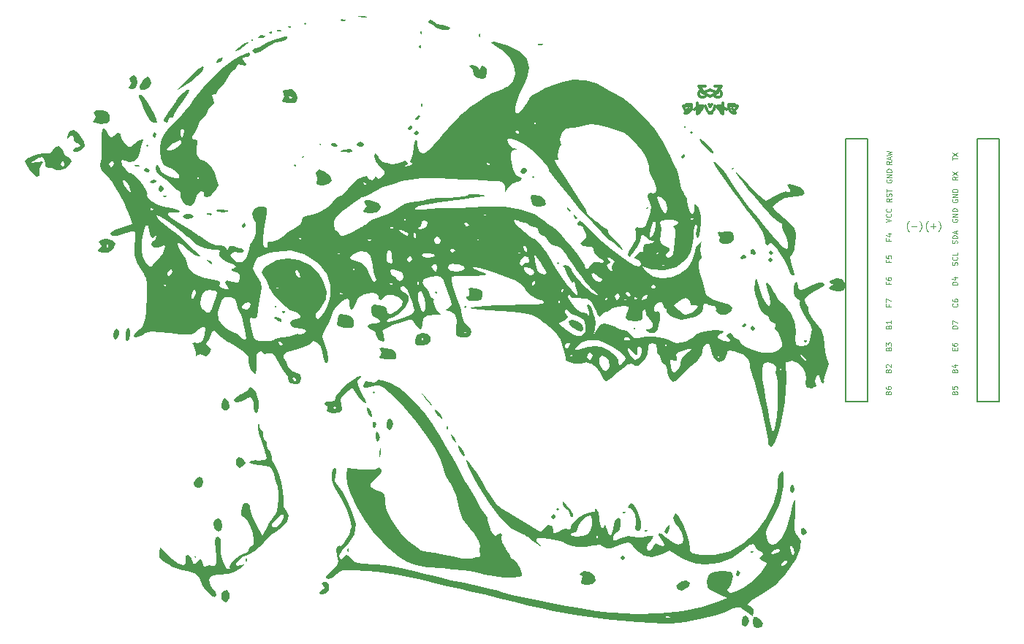
<source format=gbr>
G04 #@! TF.GenerationSoftware,KiCad,Pcbnew,6.0.0-d3dd2cf0fa~116~ubuntu20.04.1*
G04 #@! TF.CreationDate,2022-01-06T00:01:32-05:00*
G04 #@! TF.ProjectId,30,33302e6b-6963-4616-945f-706362585858,0.1*
G04 #@! TF.SameCoordinates,Original*
G04 #@! TF.FileFunction,Legend,Top*
G04 #@! TF.FilePolarity,Positive*
%FSLAX46Y46*%
G04 Gerber Fmt 4.6, Leading zero omitted, Abs format (unit mm)*
G04 Created by KiCad (PCBNEW 6.0.0-d3dd2cf0fa~116~ubuntu20.04.1) date 2022-01-06 00:01:32*
%MOMM*%
%LPD*%
G01*
G04 APERTURE LIST*
%ADD10C,0.312500*%
%ADD11C,0.100000*%
%ADD12C,0.080000*%
%ADD13C,0.150000*%
G04 APERTURE END LIST*
D10*
X109656886Y-57399893D02*
X108704505Y-57757036D01*
X109656886Y-58114179D01*
X110133077Y-56983227D02*
X110906886Y-56983227D01*
X110490220Y-57459417D01*
X110668791Y-57459417D01*
X110787839Y-57518941D01*
X110847363Y-57578465D01*
X110906886Y-57697512D01*
X110906886Y-57995131D01*
X110847363Y-58114179D01*
X110787839Y-58173703D01*
X110668791Y-58233227D01*
X110311648Y-58233227D01*
X110192601Y-58173703D01*
X110133077Y-58114179D01*
X106799744Y-59114774D02*
X107454505Y-59114774D01*
X107454505Y-59412393D01*
X107394982Y-59710012D01*
X107275934Y-59888584D01*
X107097363Y-60007631D01*
X106859267Y-60126679D01*
X108168791Y-59293346D02*
X108764029Y-59293346D01*
X108704505Y-59471917D01*
X108585458Y-59650489D01*
X108466410Y-59471917D02*
X108466410Y-59710012D01*
X108406886Y-59888584D01*
X108287839Y-60067155D01*
X109418791Y-59114774D02*
X109656886Y-59352870D01*
X109418791Y-60067155D02*
X109716410Y-60007631D01*
X109894982Y-59829060D01*
X110014029Y-59650489D01*
X110133077Y-59233822D01*
X111085458Y-58876679D02*
X111085458Y-60186203D01*
X111085458Y-59412393D02*
X111442601Y-59710012D01*
X111978315Y-59233822D02*
X112752125Y-59233822D01*
X112633077Y-59471917D01*
X112514029Y-59650489D01*
X112394982Y-59769536D01*
X112156886Y-59590965D02*
X112335458Y-59769536D01*
X112394982Y-59888584D01*
X112514029Y-60067155D01*
X109545109Y-57399893D02*
X110497490Y-57757036D01*
X109545109Y-58114179D01*
X109068918Y-56983227D02*
X108295109Y-56983227D01*
X108711775Y-57459417D01*
X108533204Y-57459417D01*
X108414156Y-57518941D01*
X108354632Y-57578465D01*
X108295109Y-57697512D01*
X108295109Y-57995131D01*
X108354632Y-58114179D01*
X108414156Y-58173703D01*
X108533204Y-58233227D01*
X108890347Y-58233227D01*
X109009394Y-58173703D01*
X109068918Y-58114179D01*
X112402251Y-59114774D02*
X111747490Y-59114774D01*
X111747490Y-59412393D01*
X111807013Y-59710012D01*
X111926061Y-59888584D01*
X112104632Y-60007631D01*
X112342728Y-60126679D01*
X111033204Y-59293346D02*
X110437966Y-59293346D01*
X110497490Y-59471917D01*
X110616537Y-59650489D01*
X110735585Y-59471917D02*
X110735585Y-59710012D01*
X110795109Y-59888584D01*
X110914156Y-60067155D01*
X109783204Y-59114774D02*
X109545109Y-59352870D01*
X109783204Y-60067155D02*
X109485585Y-60007631D01*
X109307013Y-59829060D01*
X109187966Y-59650489D01*
X109068918Y-59233822D01*
X108116537Y-58876679D02*
X108116537Y-60186203D01*
X108116537Y-59412393D02*
X107759394Y-59710012D01*
X107223680Y-59233822D02*
X106449871Y-59233822D01*
X106568918Y-59471917D01*
X106687966Y-59650489D01*
X106807013Y-59769536D01*
X107045109Y-59590965D02*
X106866537Y-59769536D01*
X106807013Y-59888584D01*
X106687966Y-60067155D01*
D11*
X132613476Y-73818666D02*
X132575380Y-73780571D01*
X132499190Y-73666285D01*
X132461095Y-73590095D01*
X132423000Y-73475809D01*
X132384904Y-73285333D01*
X132384904Y-73132952D01*
X132423000Y-72942476D01*
X132461095Y-72828190D01*
X132499190Y-72752000D01*
X132575380Y-72637714D01*
X132613476Y-72599619D01*
X132918238Y-73209142D02*
X133527761Y-73209142D01*
X133832523Y-73818666D02*
X133870619Y-73780571D01*
X133946809Y-73666285D01*
X133984904Y-73590095D01*
X134023000Y-73475809D01*
X134061095Y-73285333D01*
X134061095Y-73132952D01*
X134023000Y-72942476D01*
X133984904Y-72828190D01*
X133946809Y-72752000D01*
X133870619Y-72637714D01*
X133832523Y-72599619D01*
X134813476Y-73818666D02*
X134775380Y-73780571D01*
X134699190Y-73666285D01*
X134661095Y-73590095D01*
X134623000Y-73475809D01*
X134584904Y-73285333D01*
X134584904Y-73132952D01*
X134623000Y-72942476D01*
X134661095Y-72828190D01*
X134699190Y-72752000D01*
X134775380Y-72637714D01*
X134813476Y-72599619D01*
X135118238Y-73209142D02*
X135727761Y-73209142D01*
X135423000Y-73513904D02*
X135423000Y-72904380D01*
X136032523Y-73818666D02*
X136070619Y-73780571D01*
X136146809Y-73666285D01*
X136184904Y-73590095D01*
X136223000Y-73475809D01*
X136261095Y-73285333D01*
X136261095Y-73132952D01*
X136223000Y-72942476D01*
X136184904Y-72828190D01*
X136146809Y-72752000D01*
X136070619Y-72637714D01*
X136032523Y-72599619D01*
D12*
X130257408Y-82301294D02*
X130257408Y-82501294D01*
X130571694Y-82501294D02*
X129971694Y-82501294D01*
X129971694Y-82215579D01*
X129971694Y-82044151D02*
X129971694Y-81644151D01*
X130571694Y-81901294D01*
X137636437Y-65541588D02*
X137636437Y-65198731D01*
X138236437Y-65370160D02*
X137636437Y-65370160D01*
X137636437Y-65055874D02*
X138236437Y-64655874D01*
X137636437Y-64655874D02*
X138236437Y-65055874D01*
X130232421Y-89949564D02*
X130260993Y-89863849D01*
X130289564Y-89835278D01*
X130346707Y-89806707D01*
X130432421Y-89806707D01*
X130489564Y-89835278D01*
X130518136Y-89863849D01*
X130546707Y-89920992D01*
X130546707Y-90149564D01*
X129946707Y-90149564D01*
X129946707Y-89949564D01*
X129975279Y-89892421D01*
X130003850Y-89863849D01*
X130060993Y-89835278D01*
X130118136Y-89835278D01*
X130175279Y-89863849D01*
X130203850Y-89892421D01*
X130232421Y-89949564D01*
X130232421Y-90149564D01*
X130003850Y-89578135D02*
X129975279Y-89549564D01*
X129946707Y-89492421D01*
X129946707Y-89349564D01*
X129975279Y-89292421D01*
X130003850Y-89263849D01*
X130060993Y-89235278D01*
X130118136Y-89235278D01*
X130203850Y-89263849D01*
X130546707Y-89606707D01*
X130546707Y-89235278D01*
X130239215Y-87414669D02*
X130267787Y-87328954D01*
X130296358Y-87300383D01*
X130353501Y-87271812D01*
X130439215Y-87271812D01*
X130496358Y-87300383D01*
X130524930Y-87328954D01*
X130553501Y-87386097D01*
X130553501Y-87614669D01*
X129953501Y-87614669D01*
X129953501Y-87414669D01*
X129982073Y-87357526D01*
X130010644Y-87328954D01*
X130067787Y-87300383D01*
X130124930Y-87300383D01*
X130182073Y-87328954D01*
X130210644Y-87357526D01*
X130239215Y-87414669D01*
X130239215Y-87614669D01*
X129953501Y-87071812D02*
X129953501Y-86700383D01*
X130182073Y-86900383D01*
X130182073Y-86814669D01*
X130210644Y-86757526D01*
X130239215Y-86728954D01*
X130296358Y-86700383D01*
X130439215Y-86700383D01*
X130496358Y-86728954D01*
X130524930Y-86757526D01*
X130553501Y-86814669D01*
X130553501Y-86986097D01*
X130524930Y-87043240D01*
X130496358Y-87071812D01*
X137671844Y-70123115D02*
X137643272Y-70180258D01*
X137643272Y-70265973D01*
X137671844Y-70351687D01*
X137728986Y-70408830D01*
X137786129Y-70437401D01*
X137900415Y-70465973D01*
X137986129Y-70465973D01*
X138100415Y-70437401D01*
X138157558Y-70408830D01*
X138214701Y-70351687D01*
X138243272Y-70265973D01*
X138243272Y-70208830D01*
X138214701Y-70123115D01*
X138186129Y-70094544D01*
X137986129Y-70094544D01*
X137986129Y-70208830D01*
X138243272Y-69837401D02*
X137643272Y-69837401D01*
X138243272Y-69494544D01*
X137643272Y-69494544D01*
X138243272Y-69208830D02*
X137643272Y-69208830D01*
X137643272Y-69065973D01*
X137671844Y-68980258D01*
X137728986Y-68923115D01*
X137786129Y-68894544D01*
X137900415Y-68865973D01*
X137986129Y-68865973D01*
X138100415Y-68894544D01*
X138157558Y-68923115D01*
X138214701Y-68980258D01*
X138243272Y-69065973D01*
X138243272Y-69208830D01*
X130236408Y-77210719D02*
X130236408Y-77410719D01*
X130550694Y-77410719D02*
X129950694Y-77410719D01*
X129950694Y-77125004D01*
X129950694Y-76610719D02*
X129950694Y-76896433D01*
X130236408Y-76925004D01*
X130207837Y-76896433D01*
X130179266Y-76839290D01*
X130179266Y-76696433D01*
X130207837Y-76639290D01*
X130236408Y-76610719D01*
X130293551Y-76582147D01*
X130436408Y-76582147D01*
X130493551Y-76610719D01*
X130522123Y-76639290D01*
X130550694Y-76696433D01*
X130550694Y-76839290D01*
X130522123Y-76896433D01*
X130493551Y-76925004D01*
X138180958Y-77726531D02*
X138209529Y-77640817D01*
X138209529Y-77497960D01*
X138180958Y-77440817D01*
X138152386Y-77412246D01*
X138095243Y-77383674D01*
X138038101Y-77383674D01*
X137980958Y-77412246D01*
X137952386Y-77440817D01*
X137923815Y-77497960D01*
X137895243Y-77612246D01*
X137866672Y-77669388D01*
X137838101Y-77697960D01*
X137780958Y-77726531D01*
X137723815Y-77726531D01*
X137666672Y-77697960D01*
X137638101Y-77669388D01*
X137609529Y-77612246D01*
X137609529Y-77469388D01*
X137638101Y-77383674D01*
X138152386Y-76783674D02*
X138180958Y-76812246D01*
X138209529Y-76897960D01*
X138209529Y-76955103D01*
X138180958Y-77040817D01*
X138123815Y-77097960D01*
X138066672Y-77126531D01*
X137952386Y-77155103D01*
X137866672Y-77155103D01*
X137752386Y-77126531D01*
X137695243Y-77097960D01*
X137638101Y-77040817D01*
X137609529Y-76955103D01*
X137609529Y-76897960D01*
X137638101Y-76812246D01*
X137666672Y-76783674D01*
X138209529Y-76240817D02*
X138209529Y-76526531D01*
X137609529Y-76526531D01*
X130239215Y-84874669D02*
X130267787Y-84788954D01*
X130296358Y-84760383D01*
X130353501Y-84731812D01*
X130439215Y-84731812D01*
X130496358Y-84760383D01*
X130524930Y-84788954D01*
X130553501Y-84846097D01*
X130553501Y-85074669D01*
X129953501Y-85074669D01*
X129953501Y-84874669D01*
X129982073Y-84817526D01*
X130010644Y-84788954D01*
X130067787Y-84760383D01*
X130124930Y-84760383D01*
X130182073Y-84788954D01*
X130210644Y-84817526D01*
X130239215Y-84874669D01*
X130239215Y-85074669D01*
X130553501Y-84160383D02*
X130553501Y-84503240D01*
X130553501Y-84331812D02*
X129953501Y-84331812D01*
X130039215Y-84388954D01*
X130096358Y-84446097D01*
X130124930Y-84503240D01*
X137898050Y-87587624D02*
X137898050Y-87387624D01*
X138212336Y-87301910D02*
X138212336Y-87587624D01*
X137612336Y-87587624D01*
X137612336Y-87301910D01*
X137612336Y-86787624D02*
X137612336Y-86901910D01*
X137640908Y-86959053D01*
X137669479Y-86987624D01*
X137755193Y-87044767D01*
X137869479Y-87073339D01*
X138098050Y-87073339D01*
X138155193Y-87044767D01*
X138183765Y-87016196D01*
X138212336Y-86959053D01*
X138212336Y-86844767D01*
X138183765Y-86787624D01*
X138155193Y-86759053D01*
X138098050Y-86730481D01*
X137955193Y-86730481D01*
X137898050Y-86759053D01*
X137869479Y-86787624D01*
X137840908Y-86844767D01*
X137840908Y-86959053D01*
X137869479Y-87016196D01*
X137898050Y-87044767D01*
X137955193Y-87073339D01*
X138209529Y-79995103D02*
X137609529Y-79995103D01*
X137609529Y-79852246D01*
X137638101Y-79766531D01*
X137695243Y-79709388D01*
X137752386Y-79680817D01*
X137866672Y-79652246D01*
X137952386Y-79652246D01*
X138066672Y-79680817D01*
X138123815Y-79709388D01*
X138180958Y-79766531D01*
X138209529Y-79852246D01*
X138209529Y-79995103D01*
X137809529Y-79137960D02*
X138209529Y-79137960D01*
X137580958Y-79280817D02*
X138009529Y-79423674D01*
X138009529Y-79052246D01*
X130013009Y-67831588D02*
X129984437Y-67888731D01*
X129984437Y-67974446D01*
X130013009Y-68060160D01*
X130070151Y-68117303D01*
X130127294Y-68145874D01*
X130241580Y-68174446D01*
X130327294Y-68174446D01*
X130441580Y-68145874D01*
X130498723Y-68117303D01*
X130555866Y-68060160D01*
X130584437Y-67974446D01*
X130584437Y-67917303D01*
X130555866Y-67831588D01*
X130527294Y-67803017D01*
X130327294Y-67803017D01*
X130327294Y-67917303D01*
X130584437Y-67545874D02*
X129984437Y-67545874D01*
X130584437Y-67203017D01*
X129984437Y-67203017D01*
X130584437Y-66917303D02*
X129984437Y-66917303D01*
X129984437Y-66774446D01*
X130013009Y-66688731D01*
X130070151Y-66631588D01*
X130127294Y-66603017D01*
X130241580Y-66574446D01*
X130327294Y-66574446D01*
X130441580Y-66603017D01*
X130498723Y-66631588D01*
X130555866Y-66688731D01*
X130584437Y-66774446D01*
X130584437Y-66917303D01*
X137891256Y-92491091D02*
X137919828Y-92405376D01*
X137948399Y-92376805D01*
X138005542Y-92348234D01*
X138091256Y-92348234D01*
X138148399Y-92376805D01*
X138176971Y-92405376D01*
X138205542Y-92462519D01*
X138205542Y-92691091D01*
X137605542Y-92691091D01*
X137605542Y-92491091D01*
X137634114Y-92433948D01*
X137662685Y-92405376D01*
X137719828Y-92376805D01*
X137776971Y-92376805D01*
X137834114Y-92405376D01*
X137862685Y-92433948D01*
X137891256Y-92491091D01*
X137891256Y-92691091D01*
X137605542Y-91805376D02*
X137605542Y-92091091D01*
X137891256Y-92119662D01*
X137862685Y-92091091D01*
X137834114Y-92033948D01*
X137834114Y-91891091D01*
X137862685Y-91833948D01*
X137891256Y-91805376D01*
X137948399Y-91776805D01*
X138091256Y-91776805D01*
X138148399Y-91805376D01*
X138176971Y-91833948D01*
X138205542Y-91891091D01*
X138205542Y-92033948D01*
X138176971Y-92091091D01*
X138148399Y-92119662D01*
X129957488Y-72735824D02*
X130557488Y-72535824D01*
X129957488Y-72335824D01*
X130500345Y-71792966D02*
X130528917Y-71821538D01*
X130557488Y-71907252D01*
X130557488Y-71964395D01*
X130528917Y-72050109D01*
X130471774Y-72107252D01*
X130414631Y-72135824D01*
X130300345Y-72164395D01*
X130214631Y-72164395D01*
X130100345Y-72135824D01*
X130043202Y-72107252D01*
X129986060Y-72050109D01*
X129957488Y-71964395D01*
X129957488Y-71907252D01*
X129986060Y-71821538D01*
X130014631Y-71792966D01*
X130500345Y-71192966D02*
X130528917Y-71221538D01*
X130557488Y-71307252D01*
X130557488Y-71364395D01*
X130528917Y-71450109D01*
X130471774Y-71507252D01*
X130414631Y-71535824D01*
X130300345Y-71564395D01*
X130214631Y-71564395D01*
X130100345Y-71535824D01*
X130043202Y-71507252D01*
X129986060Y-71450109D01*
X129957488Y-71364395D01*
X129957488Y-71307252D01*
X129986060Y-71221538D01*
X130014631Y-71192966D01*
X138173386Y-82202821D02*
X138201958Y-82231392D01*
X138230529Y-82317106D01*
X138230529Y-82374249D01*
X138201958Y-82459963D01*
X138144815Y-82517106D01*
X138087672Y-82545678D01*
X137973386Y-82574249D01*
X137887672Y-82574249D01*
X137773386Y-82545678D01*
X137716243Y-82517106D01*
X137659101Y-82459963D01*
X137630529Y-82374249D01*
X137630529Y-82317106D01*
X137659101Y-82231392D01*
X137687672Y-82202821D01*
X137630529Y-81688535D02*
X137630529Y-81802821D01*
X137659101Y-81859963D01*
X137687672Y-81888535D01*
X137773386Y-81945678D01*
X137887672Y-81974249D01*
X138116243Y-81974249D01*
X138173386Y-81945678D01*
X138201958Y-81917106D01*
X138230529Y-81859963D01*
X138230529Y-81745678D01*
X138201958Y-81688535D01*
X138173386Y-81659963D01*
X138116243Y-81631392D01*
X137973386Y-81631392D01*
X137916243Y-81659963D01*
X137887672Y-81688535D01*
X137859101Y-81745678D01*
X137859101Y-81859963D01*
X137887672Y-81917106D01*
X137916243Y-81945678D01*
X137973386Y-81974249D01*
X138212336Y-85076196D02*
X137612336Y-85076196D01*
X137612336Y-84933339D01*
X137640908Y-84847624D01*
X137698050Y-84790481D01*
X137755193Y-84761910D01*
X137869479Y-84733339D01*
X137955193Y-84733339D01*
X138069479Y-84761910D01*
X138126622Y-84790481D01*
X138183765Y-84847624D01*
X138212336Y-84933339D01*
X138212336Y-85076196D01*
X137612336Y-84533339D02*
X137612336Y-84133339D01*
X138212336Y-84390481D01*
X130232421Y-92489564D02*
X130260993Y-92403849D01*
X130289564Y-92375278D01*
X130346707Y-92346707D01*
X130432421Y-92346707D01*
X130489564Y-92375278D01*
X130518136Y-92403849D01*
X130546707Y-92460992D01*
X130546707Y-92689564D01*
X129946707Y-92689564D01*
X129946707Y-92489564D01*
X129975279Y-92432421D01*
X130003850Y-92403849D01*
X130060993Y-92375278D01*
X130118136Y-92375278D01*
X130175279Y-92403849D01*
X130203850Y-92432421D01*
X130232421Y-92489564D01*
X130232421Y-92689564D01*
X129946707Y-91832421D02*
X129946707Y-91946707D01*
X129975279Y-92003849D01*
X130003850Y-92032421D01*
X130089564Y-92089564D01*
X130203850Y-92118135D01*
X130432421Y-92118135D01*
X130489564Y-92089564D01*
X130518136Y-92060992D01*
X130546707Y-92003849D01*
X130546707Y-91889564D01*
X130518136Y-91832421D01*
X130489564Y-91803849D01*
X130432421Y-91775278D01*
X130289564Y-91775278D01*
X130232421Y-91803849D01*
X130203850Y-91832421D01*
X130175279Y-91889564D01*
X130175279Y-92003849D01*
X130203850Y-92060992D01*
X130232421Y-92089564D01*
X130289564Y-92118135D01*
X130236408Y-79750719D02*
X130236408Y-79950719D01*
X130550694Y-79950719D02*
X129950694Y-79950719D01*
X129950694Y-79665004D01*
X129950694Y-79179290D02*
X129950694Y-79293576D01*
X129979266Y-79350719D01*
X130007837Y-79379290D01*
X130093551Y-79436433D01*
X130207837Y-79465004D01*
X130436408Y-79465004D01*
X130493551Y-79436433D01*
X130522123Y-79407861D01*
X130550694Y-79350719D01*
X130550694Y-79236433D01*
X130522123Y-79179290D01*
X130493551Y-79150719D01*
X130436408Y-79122147D01*
X130293551Y-79122147D01*
X130236408Y-79150719D01*
X130207837Y-79179290D01*
X130179266Y-79236433D01*
X130179266Y-79350719D01*
X130207837Y-79407861D01*
X130236408Y-79436433D01*
X130293551Y-79465004D01*
X137891256Y-89951091D02*
X137919828Y-89865376D01*
X137948399Y-89836805D01*
X138005542Y-89808234D01*
X138091256Y-89808234D01*
X138148399Y-89836805D01*
X138176971Y-89865376D01*
X138205542Y-89922519D01*
X138205542Y-90151091D01*
X137605542Y-90151091D01*
X137605542Y-89951091D01*
X137634114Y-89893948D01*
X137662685Y-89865376D01*
X137719828Y-89836805D01*
X137776971Y-89836805D01*
X137834114Y-89865376D01*
X137862685Y-89893948D01*
X137891256Y-89951091D01*
X137891256Y-90151091D01*
X137805542Y-89293948D02*
X138205542Y-89293948D01*
X137576971Y-89436805D02*
X138005542Y-89579662D01*
X138005542Y-89208234D01*
X130584437Y-65698731D02*
X130298723Y-65898731D01*
X130584437Y-66041588D02*
X129984437Y-66041588D01*
X129984437Y-65813017D01*
X130013009Y-65755874D01*
X130041580Y-65727303D01*
X130098723Y-65698731D01*
X130184437Y-65698731D01*
X130241580Y-65727303D01*
X130270151Y-65755874D01*
X130298723Y-65813017D01*
X130298723Y-66041588D01*
X130413009Y-65470160D02*
X130413009Y-65184446D01*
X130584437Y-65527303D02*
X129984437Y-65327303D01*
X130584437Y-65127303D01*
X129984437Y-64984446D02*
X130584437Y-64841588D01*
X130155866Y-64727303D01*
X130584437Y-64613017D01*
X129984437Y-64470160D01*
X138187752Y-75205922D02*
X138216323Y-75120208D01*
X138216323Y-74977351D01*
X138187752Y-74920208D01*
X138159180Y-74891636D01*
X138102037Y-74863065D01*
X138044895Y-74863065D01*
X137987752Y-74891636D01*
X137959180Y-74920208D01*
X137930609Y-74977351D01*
X137902037Y-75091636D01*
X137873466Y-75148779D01*
X137844895Y-75177351D01*
X137787752Y-75205922D01*
X137730609Y-75205922D01*
X137673466Y-75177351D01*
X137644895Y-75148779D01*
X137616323Y-75091636D01*
X137616323Y-74948779D01*
X137644895Y-74863065D01*
X138216323Y-74605922D02*
X137616323Y-74605922D01*
X137616323Y-74463065D01*
X137644895Y-74377351D01*
X137702037Y-74320208D01*
X137759180Y-74291636D01*
X137873466Y-74263065D01*
X137959180Y-74263065D01*
X138073466Y-74291636D01*
X138130609Y-74320208D01*
X138187752Y-74377351D01*
X138216323Y-74463065D01*
X138216323Y-74605922D01*
X138044895Y-74034493D02*
X138044895Y-73748779D01*
X138216323Y-74091636D02*
X137616323Y-73891636D01*
X138216323Y-73691636D01*
X130243202Y-74675824D02*
X130243202Y-74875824D01*
X130557488Y-74875824D02*
X129957488Y-74875824D01*
X129957488Y-74590109D01*
X130157488Y-74104395D02*
X130557488Y-74104395D01*
X129928917Y-74247252D02*
X130357488Y-74390109D01*
X130357488Y-74018681D01*
X137644895Y-72394493D02*
X137616323Y-72451636D01*
X137616323Y-72537351D01*
X137644895Y-72623065D01*
X137702037Y-72680208D01*
X137759180Y-72708779D01*
X137873466Y-72737351D01*
X137959180Y-72737351D01*
X138073466Y-72708779D01*
X138130609Y-72680208D01*
X138187752Y-72623065D01*
X138216323Y-72537351D01*
X138216323Y-72480208D01*
X138187752Y-72394493D01*
X138159180Y-72365922D01*
X137959180Y-72365922D01*
X137959180Y-72480208D01*
X138216323Y-72108779D02*
X137616323Y-72108779D01*
X138216323Y-71765922D01*
X137616323Y-71765922D01*
X138216323Y-71480208D02*
X137616323Y-71480208D01*
X137616323Y-71337351D01*
X137644895Y-71251636D01*
X137702037Y-71194493D01*
X137759180Y-71165922D01*
X137873466Y-71137351D01*
X137959180Y-71137351D01*
X138073466Y-71165922D01*
X138130609Y-71194493D01*
X138187752Y-71251636D01*
X138216323Y-71337351D01*
X138216323Y-71480208D01*
X138243272Y-67475973D02*
X137957558Y-67675973D01*
X138243272Y-67818830D02*
X137643272Y-67818830D01*
X137643272Y-67590258D01*
X137671844Y-67533115D01*
X137700415Y-67504544D01*
X137757558Y-67475973D01*
X137843272Y-67475973D01*
X137900415Y-67504544D01*
X137928986Y-67533115D01*
X137957558Y-67590258D01*
X137957558Y-67818830D01*
X137643272Y-67275973D02*
X138243272Y-66875973D01*
X137643272Y-66875973D02*
X138243272Y-67275973D01*
X130584437Y-69993017D02*
X130298723Y-70193017D01*
X130584437Y-70335874D02*
X129984437Y-70335874D01*
X129984437Y-70107303D01*
X130013009Y-70050160D01*
X130041580Y-70021588D01*
X130098723Y-69993017D01*
X130184437Y-69993017D01*
X130241580Y-70021588D01*
X130270151Y-70050160D01*
X130298723Y-70107303D01*
X130298723Y-70335874D01*
X130555866Y-69764446D02*
X130584437Y-69678731D01*
X130584437Y-69535874D01*
X130555866Y-69478731D01*
X130527294Y-69450160D01*
X130470151Y-69421588D01*
X130413009Y-69421588D01*
X130355866Y-69450160D01*
X130327294Y-69478731D01*
X130298723Y-69535874D01*
X130270151Y-69650160D01*
X130241580Y-69707303D01*
X130213009Y-69735874D01*
X130155866Y-69764446D01*
X130098723Y-69764446D01*
X130041580Y-69735874D01*
X130013009Y-69707303D01*
X129984437Y-69650160D01*
X129984437Y-69507303D01*
X130013009Y-69421588D01*
X129984437Y-69250160D02*
X129984437Y-68907303D01*
X130584437Y-69078731D02*
X129984437Y-69078731D01*
D13*
X125249009Y-63064446D02*
X125249009Y-93544446D01*
X140489009Y-93544446D02*
X143029009Y-93544446D01*
X127789009Y-63064446D02*
X127789009Y-93544446D01*
X143029009Y-63064446D02*
X143029009Y-93544446D01*
X140489009Y-63064446D02*
X143029009Y-63064446D01*
X125249009Y-63064446D02*
X127789009Y-63064446D01*
X127789009Y-93544446D02*
X125249009Y-93544446D01*
X140489009Y-63064446D02*
X140489009Y-93544446D01*
G36*
X50760636Y-102459166D02*
G01*
X50832350Y-102909858D01*
X50669964Y-103434081D01*
X50242509Y-103555991D01*
X50214656Y-103553818D01*
X49807681Y-103388033D01*
X49795716Y-102912334D01*
X49796331Y-102909689D01*
X50070854Y-102398552D01*
X50452202Y-102248388D01*
X50760636Y-102459166D01*
G37*
G36*
X60161514Y-57860963D02*
G01*
X60065883Y-57509604D01*
X60331730Y-57358221D01*
X61112020Y-57328353D01*
X61607951Y-57715463D01*
X61742191Y-58249593D01*
X61709052Y-58732707D01*
X61470400Y-58921207D01*
X60872490Y-58916747D01*
X60748941Y-58906299D01*
X60120129Y-58813608D01*
X59964998Y-58665889D01*
X60079395Y-58528681D01*
X60259141Y-58187695D01*
X60802836Y-58187695D01*
X60825786Y-58350957D01*
X60966592Y-58382852D01*
X61196777Y-58303746D01*
X61161748Y-58219095D01*
X60845108Y-58158930D01*
X60802836Y-58187695D01*
X60259141Y-58187695D01*
X60283110Y-58142225D01*
X60285052Y-58138541D01*
X60161514Y-57860963D01*
G37*
G36*
X59342254Y-83741917D02*
G01*
X59816969Y-83921666D01*
X59940615Y-84061359D01*
X59941533Y-84301049D01*
X59624011Y-84233446D01*
X59267654Y-84002483D01*
X59033689Y-83771359D01*
X59280961Y-83737474D01*
X59342254Y-83741917D01*
G37*
G36*
X76712680Y-93103053D02*
G01*
X77229160Y-93678365D01*
X77381464Y-93949098D01*
X77292833Y-93988074D01*
X77092220Y-93788565D01*
X76708863Y-93305875D01*
X76617339Y-93183052D01*
X76029516Y-92385701D01*
X76712680Y-93103053D01*
G37*
G36*
X58029841Y-51131584D02*
G01*
X58070253Y-51183688D01*
X57844576Y-51338844D01*
X57643665Y-51409099D01*
X57296557Y-51384369D01*
X57249143Y-51267980D01*
X57487541Y-51055703D01*
X57675732Y-51042570D01*
X58029841Y-51131584D01*
G37*
G36*
X72805808Y-95729359D02*
G01*
X72849820Y-96176188D01*
X72675721Y-96687971D01*
X72420814Y-96816766D01*
X72153573Y-96558252D01*
X72109562Y-96111424D01*
X72283661Y-95599640D01*
X72538567Y-95470845D01*
X72805808Y-95729359D01*
G37*
G36*
X116901089Y-76231408D02*
G01*
X116903282Y-76296435D01*
X116675574Y-76539875D01*
X116610547Y-76542068D01*
X116367107Y-76314359D01*
X116364914Y-76249334D01*
X116592623Y-76005893D01*
X116657648Y-76003700D01*
X116901089Y-76231408D01*
G37*
G36*
X44484164Y-63857571D02*
G01*
X44337797Y-63980389D01*
X44214980Y-63834021D01*
X44361348Y-63711204D01*
X44484164Y-63857571D01*
G37*
G36*
X99700613Y-111615873D02*
G01*
X99702806Y-111680899D01*
X99475097Y-111924339D01*
X99410071Y-111926532D01*
X99166631Y-111698824D01*
X99164438Y-111633798D01*
X99392146Y-111390357D01*
X99457172Y-111388164D01*
X99700613Y-111615873D01*
G37*
G36*
X69414601Y-63608340D02*
G01*
X69449321Y-63736158D01*
X69210399Y-63955898D01*
X69021994Y-63970017D01*
X68676488Y-63793324D01*
X68641768Y-63665506D01*
X68880688Y-63445766D01*
X69069095Y-63431647D01*
X69414601Y-63608340D01*
G37*
G36*
X52704308Y-107092746D02*
G01*
X52981284Y-107425306D01*
X53063244Y-107947768D01*
X52958833Y-108432009D01*
X52676695Y-108649907D01*
X52645336Y-108648884D01*
X52199139Y-108390117D01*
X52095613Y-108193922D01*
X52088115Y-107628357D01*
X52316309Y-107191466D01*
X52671139Y-107080538D01*
X52704308Y-107092746D01*
G37*
G36*
X106786838Y-61713491D02*
G01*
X106640469Y-61836308D01*
X106517653Y-61689941D01*
X106664020Y-61567123D01*
X106786838Y-61713491D01*
G37*
G36*
X108771754Y-63279613D02*
G01*
X109236236Y-63691348D01*
X109678789Y-64176162D01*
X109955640Y-64580717D01*
X109970010Y-64737655D01*
X109715091Y-64635875D01*
X109244947Y-64231450D01*
X108988903Y-63967748D01*
X108554271Y-63445962D01*
X108386824Y-63134746D01*
X108429125Y-63094297D01*
X108771754Y-63279613D01*
G37*
G36*
X51762816Y-71735979D02*
G01*
X51853383Y-71797653D01*
X51762398Y-71912977D01*
X51487710Y-71908124D01*
X51206232Y-71817254D01*
X51339306Y-71731263D01*
X51762816Y-71735979D01*
G37*
G36*
X53043562Y-71251923D02*
G01*
X53615328Y-71331596D01*
X53857927Y-71424432D01*
X53857973Y-71427176D01*
X53620034Y-71557330D01*
X53112127Y-71597634D01*
X52597143Y-71548369D01*
X52343784Y-71425569D01*
X52485147Y-71276629D01*
X52996130Y-71248164D01*
X53043562Y-71251923D01*
G37*
G36*
X92062956Y-105994468D02*
G01*
X91916589Y-106117284D01*
X91793772Y-105970917D01*
X91940140Y-105848100D01*
X92062956Y-105994468D01*
G37*
G36*
X107211011Y-114500946D02*
G01*
X107205203Y-114856160D01*
X106872361Y-115174486D01*
X106292266Y-115462677D01*
X105941546Y-115417582D01*
X105806600Y-115289021D01*
X105681325Y-114870232D01*
X106077393Y-114503379D01*
X106274267Y-114410202D01*
X106866631Y-114308757D01*
X107211011Y-114500946D01*
G37*
G36*
X70733317Y-92464834D02*
G01*
X70586949Y-92587650D01*
X70464132Y-92441283D01*
X70610499Y-92318466D01*
X70733317Y-92464834D01*
G37*
G36*
X82958861Y-50903768D02*
G01*
X82963128Y-51226045D01*
X82927461Y-51262681D01*
X82770664Y-51211728D01*
X82763704Y-51067524D01*
X82881580Y-50854571D01*
X82958861Y-50903768D01*
G37*
G36*
X114777997Y-84996744D02*
G01*
X114780190Y-85061771D01*
X114552481Y-85305211D01*
X114487455Y-85307405D01*
X114244014Y-85079695D01*
X114241821Y-85014670D01*
X114469530Y-84771229D01*
X114534556Y-84769036D01*
X114777997Y-84996744D01*
G37*
G36*
X58836585Y-50692056D02*
G01*
X58785633Y-50848853D01*
X58641428Y-50855812D01*
X58428475Y-50737937D01*
X58477672Y-50660656D01*
X58799950Y-50656389D01*
X58836585Y-50692056D01*
G37*
G36*
X45388187Y-62370860D02*
G01*
X45410861Y-62566414D01*
X45288123Y-62947579D01*
X45065238Y-62810598D01*
X45003787Y-62701173D01*
X45067791Y-62358405D01*
X45159209Y-62291895D01*
X45388187Y-62370860D01*
G37*
G36*
X45438936Y-67932188D02*
G01*
X45479348Y-67984293D01*
X45253672Y-68139449D01*
X45052760Y-68209703D01*
X44705653Y-68184973D01*
X44658239Y-68068585D01*
X44896637Y-67856308D01*
X45084827Y-67843174D01*
X45438936Y-67932188D01*
G37*
G36*
X76151985Y-85621173D02*
G01*
X76865857Y-85670070D01*
X77202492Y-86064741D01*
X77172948Y-86557349D01*
X76803439Y-86954766D01*
X76188330Y-87057165D01*
X75602497Y-87007235D01*
X75398699Y-86755502D01*
X75400508Y-86398833D01*
X75441467Y-86293723D01*
X76155627Y-86293723D01*
X76234733Y-86523910D01*
X76319383Y-86488880D01*
X76379548Y-86172239D01*
X76350784Y-86129967D01*
X76187522Y-86152917D01*
X76155627Y-86293723D01*
X75441467Y-86293723D01*
X75465011Y-86233302D01*
X75617521Y-85841924D01*
X76151985Y-85621173D01*
G37*
G36*
X43417037Y-66125571D02*
G01*
X43535773Y-66171785D01*
X43560993Y-66272993D01*
X43187414Y-66278119D01*
X42808973Y-66202383D01*
X42862812Y-66112908D01*
X43417037Y-66125571D01*
G37*
G36*
X55475268Y-100160679D02*
G01*
X55535498Y-100215137D01*
X55768600Y-100617401D01*
X55585950Y-100940417D01*
X55087717Y-101243171D01*
X54730260Y-101036437D01*
X54633961Y-100802908D01*
X54667839Y-100270085D01*
X55009501Y-100016092D01*
X55475268Y-100160679D01*
G37*
G36*
X32438731Y-65412314D02*
G01*
X32212150Y-65177335D01*
X31827758Y-65278690D01*
X31559574Y-65432483D01*
X30883616Y-65845542D01*
X31686679Y-65733848D01*
X32211112Y-65688972D01*
X32285571Y-65802960D01*
X32115633Y-66000332D01*
X31862167Y-66558102D01*
X31868265Y-66945103D01*
X31858227Y-67391140D01*
X31597212Y-67446213D01*
X31175625Y-67138306D01*
X30749891Y-66598933D01*
X30398494Y-66024507D01*
X30226986Y-65667725D01*
X30223430Y-65640647D01*
X30476052Y-65370453D01*
X31057362Y-65078890D01*
X31764142Y-64840175D01*
X32393176Y-64728526D01*
X32650815Y-64754136D01*
X33141883Y-64765511D01*
X33388493Y-64400541D01*
X33738211Y-63974085D01*
X34193645Y-63941015D01*
X34535693Y-64290779D01*
X34581667Y-64457985D01*
X34889567Y-64983763D01*
X35172756Y-65162417D01*
X35568978Y-65467527D01*
X35634388Y-65702561D01*
X35380093Y-66121181D01*
X34851389Y-66501802D01*
X34267052Y-66724055D01*
X33859770Y-66678947D01*
X33327302Y-66487482D01*
X33066190Y-66476444D01*
X32678539Y-66346188D01*
X32615133Y-66158967D01*
X32590221Y-66012942D01*
X34369878Y-66012942D01*
X34397966Y-66113203D01*
X34636943Y-66374625D01*
X34787884Y-66113892D01*
X34805040Y-65978445D01*
X34696856Y-65689610D01*
X34553387Y-65703925D01*
X34369878Y-66012942D01*
X32590221Y-66012942D01*
X32563255Y-65854883D01*
X32521457Y-65609880D01*
X32438731Y-65412314D01*
G37*
G36*
X55795766Y-73015109D02*
G01*
X55744583Y-73115701D01*
X55480224Y-73351336D01*
X55435962Y-73359945D01*
X55338562Y-73141564D01*
X55340806Y-73080375D01*
X55570388Y-72839640D01*
X55649427Y-72836131D01*
X55795766Y-73015109D01*
G37*
G36*
X88386130Y-66635606D02*
G01*
X88377566Y-66799247D01*
X88078534Y-67131282D01*
X87752024Y-67148260D01*
X87622378Y-66840545D01*
X87871555Y-66488694D01*
X88085875Y-66451625D01*
X88386130Y-66635606D01*
G37*
G36*
X38948392Y-75242564D02*
G01*
X38943262Y-75240306D01*
X38712939Y-75013804D01*
X38904925Y-74805610D01*
X39404429Y-74693885D01*
X39738232Y-74699021D01*
X40456009Y-74886065D01*
X40678602Y-75284589D01*
X40455047Y-75841109D01*
X39889677Y-76246906D01*
X39285313Y-76286866D01*
X38741511Y-76206666D01*
X38657862Y-76044424D01*
X38862867Y-75798928D01*
X39072561Y-75506574D01*
X39667580Y-75506574D01*
X39746685Y-75736761D01*
X39831336Y-75701731D01*
X39891501Y-75385091D01*
X39862737Y-75342819D01*
X39699473Y-75365769D01*
X39667580Y-75506574D01*
X39072561Y-75506574D01*
X39107695Y-75457591D01*
X39119258Y-75441470D01*
X38948392Y-75242564D01*
G37*
G36*
X51793618Y-77307328D02*
G01*
X51844824Y-77385681D01*
X51918389Y-77636076D01*
X51671688Y-77522611D01*
X51441047Y-77350355D01*
X51253009Y-77116154D01*
X51381054Y-77078015D01*
X51793618Y-77307328D01*
G37*
G36*
X66069480Y-63613615D02*
G01*
X66406948Y-63835665D01*
X66450446Y-63909678D01*
X66222402Y-63984547D01*
X66037413Y-63980144D01*
X65691448Y-63807925D01*
X65656448Y-63684082D01*
X65866720Y-63553236D01*
X66069480Y-63613615D01*
G37*
G36*
X114784723Y-76030741D02*
G01*
X114887716Y-76379657D01*
X114758809Y-76489494D01*
X114396272Y-76433794D01*
X114315307Y-76327639D01*
X114285957Y-75939996D01*
X114555357Y-75859853D01*
X114784723Y-76030741D01*
G37*
G36*
X60605755Y-51392472D02*
G01*
X60583402Y-51441854D01*
X60193776Y-51733988D01*
X59819646Y-51783652D01*
X59252087Y-51911168D01*
X58514338Y-52278408D01*
X58240151Y-52459198D01*
X57425304Y-52954441D01*
X56846900Y-53131342D01*
X56577465Y-52973183D01*
X56568732Y-52844434D01*
X56794194Y-52600774D01*
X56858390Y-52598531D01*
X57260706Y-52472393D01*
X57702405Y-52208514D01*
X58316288Y-51879053D01*
X59176805Y-51539181D01*
X59524824Y-51427870D01*
X60263541Y-51231312D01*
X60591333Y-51219083D01*
X60605755Y-51392472D01*
G37*
G36*
X47720597Y-66902967D02*
G01*
X47259959Y-66538087D01*
X46823062Y-66367781D01*
X46317515Y-66074051D01*
X45976519Y-65374275D01*
X45850946Y-64390741D01*
X45854523Y-64291013D01*
X46616203Y-64291013D01*
X46683442Y-64440049D01*
X47014166Y-64397897D01*
X47559126Y-64218679D01*
X48030036Y-63938065D01*
X48309988Y-63579995D01*
X48307663Y-63300905D01*
X48132504Y-63236426D01*
X47777205Y-63372722D01*
X47260261Y-63697461D01*
X46800502Y-64058448D01*
X46616203Y-64291013D01*
X45854523Y-64291013D01*
X45856905Y-64224583D01*
X45862825Y-64059490D01*
X45958154Y-63383916D01*
X46183168Y-62775911D01*
X46576955Y-62177120D01*
X48214200Y-62177120D01*
X48262991Y-62616819D01*
X48409720Y-62969436D01*
X48529472Y-62812594D01*
X48590053Y-62635902D01*
X48657642Y-62148797D01*
X48605309Y-61981728D01*
X48354481Y-61895132D01*
X48214200Y-62177120D01*
X46576955Y-62177120D01*
X46606871Y-62131630D01*
X46684720Y-62043308D01*
X47298265Y-61347225D01*
X48326351Y-60318849D01*
X48388256Y-60258752D01*
X48754717Y-59844104D01*
X49304791Y-59157039D01*
X49791800Y-58516612D01*
X50871721Y-57175497D01*
X52049121Y-55901562D01*
X53217863Y-54796997D01*
X54271804Y-53963996D01*
X54917509Y-53581518D01*
X55695392Y-53232856D01*
X56101193Y-53106439D01*
X56246621Y-53183669D01*
X56252446Y-53359253D01*
X56013524Y-53578993D01*
X55825119Y-53593111D01*
X55454179Y-53707124D01*
X55397791Y-53826970D01*
X55579768Y-54106254D01*
X55643425Y-54119705D01*
X55883769Y-54349536D01*
X55887472Y-54430580D01*
X55663482Y-54577091D01*
X55338915Y-54499931D01*
X54903964Y-54442912D01*
X54778582Y-54703875D01*
X54599359Y-55060627D01*
X54458748Y-55101039D01*
X54158922Y-55300561D01*
X53786652Y-55823458D01*
X53722925Y-55939802D01*
X53291765Y-56614348D01*
X52854161Y-57089952D01*
X52823425Y-57112443D01*
X52512828Y-57470861D01*
X52503461Y-57673158D01*
X52405285Y-57869864D01*
X52200960Y-57887203D01*
X51914899Y-57943026D01*
X51961344Y-58283988D01*
X52030522Y-58454557D01*
X52155103Y-58953953D01*
X51910591Y-59227513D01*
X51833579Y-59264539D01*
X51420546Y-59684400D01*
X51334528Y-59965817D01*
X51099100Y-60444727D01*
X50873784Y-60581628D01*
X50483453Y-60917513D01*
X50419217Y-61126839D01*
X50254241Y-61644713D01*
X49908502Y-62300083D01*
X49901810Y-62310687D01*
X49602848Y-62828303D01*
X49606811Y-63047145D01*
X49862880Y-63107546D01*
X50147584Y-63255594D01*
X50161238Y-63712558D01*
X50101495Y-64000017D01*
X50075885Y-64850095D01*
X50407384Y-65437411D01*
X50907057Y-65640104D01*
X51368724Y-65889209D01*
X51864596Y-66426454D01*
X52226858Y-67038729D01*
X52309723Y-67421335D01*
X52440419Y-67978075D01*
X52553708Y-68153685D01*
X52660683Y-68518581D01*
X52353847Y-68887936D01*
X51968457Y-69289867D01*
X51855895Y-69508285D01*
X51612020Y-69726490D01*
X51306687Y-69817027D01*
X50932280Y-69791792D01*
X50965379Y-69520047D01*
X50972914Y-69223027D01*
X50635092Y-69187847D01*
X50176825Y-69468673D01*
X50069366Y-69776165D01*
X49846123Y-70538501D01*
X49413940Y-70870430D01*
X48876087Y-70731670D01*
X48525066Y-70378543D01*
X48277620Y-69851331D01*
X48270141Y-69552822D01*
X48226465Y-69233330D01*
X48137353Y-69195215D01*
X47813524Y-68997633D01*
X47320747Y-68536367D01*
X47208349Y-68415433D01*
X46576434Y-67820244D01*
X45956077Y-67384827D01*
X45904963Y-67358758D01*
X45416863Y-66898634D01*
X45337980Y-66499803D01*
X45473490Y-66132396D01*
X45641682Y-66128800D01*
X45862742Y-66543695D01*
X45866327Y-66661442D01*
X46073344Y-66972365D01*
X46605185Y-67298432D01*
X47256053Y-67552287D01*
X47820160Y-67646573D01*
X47962383Y-67605898D01*
X50123617Y-67605898D01*
X50246434Y-67752267D01*
X50392801Y-67629449D01*
X50269985Y-67483082D01*
X50123617Y-67605898D01*
X47962383Y-67605898D01*
X48039378Y-67583878D01*
X48035637Y-67423224D01*
X48032862Y-67304012D01*
X47720597Y-66902967D01*
G37*
G36*
X76064394Y-52199294D02*
G01*
X76068661Y-52521573D01*
X76032993Y-52558207D01*
X75876196Y-52507256D01*
X75869237Y-52363051D01*
X75987113Y-52150098D01*
X76064394Y-52199294D01*
G37*
G36*
X120613537Y-108360151D02*
G01*
X120834712Y-108666438D01*
X120632103Y-108934873D01*
X120314318Y-109068345D01*
X120141836Y-108755955D01*
X120094430Y-108257775D01*
X120351768Y-108201338D01*
X120613537Y-108360151D01*
G37*
G36*
X94245883Y-84220949D02*
G01*
X94714337Y-84597111D01*
X94910975Y-85006640D01*
X94859085Y-85176466D01*
X94620340Y-85392752D01*
X94291578Y-85348282D01*
X93696228Y-85019042D01*
X93694716Y-85018121D01*
X93249914Y-84602548D01*
X93180492Y-84223158D01*
X93491389Y-84028109D01*
X93661697Y-84027877D01*
X94245883Y-84220949D01*
G37*
G36*
X76205698Y-50584188D02*
G01*
X76209965Y-50906465D01*
X76174297Y-50943100D01*
X76017500Y-50892148D01*
X76010541Y-50747943D01*
X76128416Y-50534991D01*
X76205698Y-50584188D01*
G37*
G36*
X92608179Y-105176408D02*
G01*
X92976205Y-105584683D01*
X93260356Y-105933849D01*
X93661334Y-106552788D01*
X93671522Y-106902391D01*
X93630678Y-106931614D01*
X93387088Y-106861746D01*
X93361127Y-106658028D01*
X93192981Y-106179015D01*
X93028475Y-106049454D01*
X92618681Y-105641990D01*
X92544916Y-105473171D01*
X92482294Y-105150749D01*
X92608179Y-105176408D01*
G37*
G36*
X124844692Y-79317362D02*
G01*
X125192263Y-79795034D01*
X125224571Y-80347203D01*
X125060652Y-80667079D01*
X124556128Y-80754092D01*
X124245333Y-80736210D01*
X123627947Y-80619727D01*
X123330055Y-80440065D01*
X123324775Y-80407030D01*
X123562413Y-80111977D01*
X123694722Y-80053943D01*
X123903728Y-79949677D01*
X123708460Y-79896919D01*
X123393992Y-79735086D01*
X123507137Y-79493215D01*
X123971011Y-79285027D01*
X124146252Y-79249369D01*
X124844692Y-79317362D01*
G37*
G36*
X110494978Y-66005446D02*
G01*
X110921480Y-66429347D01*
X111262136Y-66873546D01*
X111327847Y-66994902D01*
X111706079Y-67661862D01*
X112325027Y-68588706D01*
X113121942Y-69696454D01*
X114034082Y-70906122D01*
X114998701Y-72138729D01*
X115953053Y-73315295D01*
X116834392Y-74356837D01*
X117579975Y-75184374D01*
X118127054Y-75718925D01*
X118389612Y-75883982D01*
X118583950Y-75688605D01*
X118593769Y-75169681D01*
X118436854Y-74504795D01*
X118198952Y-73979841D01*
X117935118Y-73407611D01*
X117903675Y-73052004D01*
X117920214Y-73032036D01*
X117900596Y-72870770D01*
X117795750Y-72848332D01*
X117385001Y-72653345D01*
X116950620Y-72299713D01*
X116381551Y-71702600D01*
X115620696Y-70850100D01*
X114780175Y-69874268D01*
X113972109Y-68907160D01*
X113308620Y-68080833D01*
X112912263Y-67543347D01*
X112605082Y-67064757D01*
X112602156Y-66980994D01*
X112910479Y-67235560D01*
X112946484Y-67266836D01*
X113398019Y-67698117D01*
X114052626Y-68367877D01*
X114616937Y-68967966D01*
X115261372Y-69627903D01*
X115782552Y-70093335D01*
X116043288Y-70253806D01*
X116412574Y-70124803D01*
X117010595Y-69775636D01*
X117196796Y-69649129D01*
X117852098Y-69293996D01*
X118379844Y-69184947D01*
X118476620Y-69210097D01*
X118824380Y-69260341D01*
X118829482Y-68979580D01*
X118593007Y-68609081D01*
X118472344Y-68365189D01*
X118749655Y-68330050D01*
X119087343Y-68384397D01*
X119920106Y-68654270D01*
X120407327Y-69023157D01*
X120523640Y-69393915D01*
X120243682Y-69669400D01*
X119542085Y-69752467D01*
X119442891Y-69746069D01*
X118273095Y-69902273D01*
X117635445Y-70253040D01*
X117111600Y-70664988D01*
X116838701Y-70930971D01*
X116828110Y-70954982D01*
X117008131Y-71179279D01*
X117490579Y-71658997D01*
X118172601Y-72292050D01*
X118200754Y-72317473D01*
X118926365Y-72989919D01*
X119329967Y-73474440D01*
X119492012Y-73943782D01*
X119492954Y-74570692D01*
X119456671Y-75014163D01*
X119316971Y-75935106D01*
X119107696Y-76461197D01*
X118997202Y-76542992D01*
X118825542Y-76751386D01*
X118922459Y-77293768D01*
X119037958Y-77627324D01*
X119308551Y-78408201D01*
X119374801Y-78805540D01*
X119244886Y-78932686D01*
X119132128Y-78932637D01*
X118877941Y-78686596D01*
X118757782Y-78359457D01*
X118551119Y-77828166D01*
X118169156Y-77130466D01*
X117695292Y-76387319D01*
X117212930Y-75719686D01*
X116805469Y-75248526D01*
X116556312Y-75094804D01*
X116526836Y-75123791D01*
X116236290Y-75406808D01*
X115974050Y-75263742D01*
X115932842Y-74987250D01*
X115874989Y-74467257D01*
X115589610Y-73805553D01*
X115033400Y-72927329D01*
X114163054Y-71757778D01*
X113784992Y-71276833D01*
X112967129Y-70218146D01*
X112137353Y-69095693D01*
X111359457Y-68001743D01*
X110697238Y-67028565D01*
X110214486Y-66268430D01*
X109974995Y-65813607D01*
X109960317Y-65744924D01*
X110126599Y-65733440D01*
X110494978Y-66005446D01*
G37*
G36*
X69606668Y-48873537D02*
G01*
X69862437Y-48938098D01*
X69939389Y-49023450D01*
X69563459Y-49033364D01*
X69380594Y-49019989D01*
X68893317Y-48949079D01*
X68841715Y-48874155D01*
X68920292Y-48855671D01*
X69606668Y-48873537D01*
G37*
G36*
X103696027Y-81987388D02*
G01*
X103318990Y-82226109D01*
X103108336Y-82618010D01*
X103091917Y-83050793D01*
X103385111Y-83092864D01*
X103406363Y-83086971D01*
X103667614Y-83102933D01*
X103767300Y-83426221D01*
X103737412Y-84166658D01*
X103733630Y-84210437D01*
X103541107Y-85153495D01*
X103161464Y-85598808D01*
X102577410Y-85561676D01*
X102337094Y-85446285D01*
X102060957Y-85250467D01*
X102266398Y-85164490D01*
X102484340Y-85142002D01*
X102902464Y-84923566D01*
X102941555Y-84484837D01*
X102600536Y-83991794D01*
X102492355Y-83905435D01*
X102206110Y-83457281D01*
X102188564Y-83268556D01*
X102066684Y-82905706D01*
X101948407Y-82854156D01*
X101775505Y-83059967D01*
X101778627Y-83483560D01*
X101780094Y-83934162D01*
X101493014Y-84134546D01*
X100975373Y-84197926D01*
X100145325Y-84143603D01*
X99763003Y-83859120D01*
X99857935Y-83372562D01*
X99955571Y-83228100D01*
X100159707Y-82784456D01*
X100101957Y-82570774D01*
X99628487Y-82459685D01*
X98943028Y-82518034D01*
X98300125Y-82700846D01*
X97960478Y-82949134D01*
X97683612Y-83168684D01*
X97559227Y-83129514D01*
X97268364Y-83178234D01*
X97131171Y-83364867D01*
X96851262Y-83720978D01*
X96584308Y-83571715D01*
X96306697Y-82901146D01*
X96271537Y-82784861D01*
X95856189Y-81968988D01*
X95298359Y-81646690D01*
X97448050Y-81646690D01*
X97527156Y-81876877D01*
X97611806Y-81841847D01*
X97671971Y-81525207D01*
X97643207Y-81482935D01*
X97479944Y-81505885D01*
X97448050Y-81646690D01*
X95298359Y-81646690D01*
X95169765Y-81572392D01*
X94161803Y-81543556D01*
X93559162Y-81515936D01*
X93427775Y-81337116D01*
X98560114Y-81337116D01*
X98674126Y-81708055D01*
X98793973Y-81764443D01*
X98877619Y-81700503D01*
X99613302Y-81700503D01*
X99736119Y-81846870D01*
X99882486Y-81724054D01*
X99759669Y-81577686D01*
X99613302Y-81700503D01*
X98877619Y-81700503D01*
X98953173Y-81642749D01*
X99051862Y-81567309D01*
X99071927Y-81488507D01*
X100807244Y-81488507D01*
X100830194Y-81651770D01*
X100970999Y-81683664D01*
X101006688Y-81671399D01*
X101670025Y-81671399D01*
X101752054Y-81751997D01*
X102141637Y-81587499D01*
X102218516Y-81503516D01*
X102358315Y-81179454D01*
X102152300Y-81176131D01*
X101868187Y-81382648D01*
X101670025Y-81671399D01*
X101006688Y-81671399D01*
X101141292Y-81625141D01*
X101201186Y-81604558D01*
X101166156Y-81519908D01*
X100849516Y-81459743D01*
X100807244Y-81488507D01*
X99071927Y-81488507D01*
X99098483Y-81384217D01*
X99084205Y-81337761D01*
X98984472Y-81013278D01*
X98864624Y-80956890D01*
X98606735Y-81154024D01*
X98560114Y-81337116D01*
X93427775Y-81337116D01*
X93408728Y-81311193D01*
X93395678Y-81292153D01*
X93266241Y-81103314D01*
X93158222Y-81132597D01*
X93101298Y-81405691D01*
X93346451Y-81886127D01*
X93778736Y-82437521D01*
X94283207Y-82923485D01*
X94744916Y-83207634D01*
X94926702Y-83230936D01*
X95321223Y-83288228D01*
X95392774Y-83436193D01*
X95481150Y-83613582D01*
X95537589Y-83582322D01*
X95576653Y-83255652D01*
X95456327Y-82851893D01*
X95337222Y-82385943D01*
X95492085Y-82289301D01*
X95784036Y-82537331D01*
X95883769Y-82798247D01*
X96083146Y-83468325D01*
X96211106Y-83799051D01*
X96303165Y-84423472D01*
X96211762Y-85155333D01*
X95989660Y-85994639D01*
X96065588Y-85861235D01*
X96464128Y-85161017D01*
X96839066Y-84613106D01*
X97233063Y-84458062D01*
X97800738Y-84570200D01*
X98492829Y-84822239D01*
X98960788Y-85091725D01*
X98965306Y-85095892D01*
X99410476Y-85262036D01*
X99578958Y-85222129D01*
X99937009Y-85304952D01*
X100366514Y-85722716D01*
X100373320Y-85732047D01*
X100807568Y-86185850D01*
X101220067Y-86211678D01*
X101338573Y-86160913D01*
X102078259Y-85995171D01*
X103089508Y-86003545D01*
X104139554Y-86165955D01*
X104995631Y-86462321D01*
X105026994Y-86479104D01*
X105667456Y-86745106D01*
X106267612Y-86713308D01*
X106714404Y-86569078D01*
X107319608Y-86298168D01*
X107632052Y-86064411D01*
X107642726Y-86034422D01*
X107905079Y-85760990D01*
X108526504Y-85498918D01*
X109327212Y-85300692D01*
X110127419Y-85218800D01*
X110399449Y-85229622D01*
X111009432Y-85306829D01*
X111145905Y-85417515D01*
X110874562Y-85631497D01*
X110813733Y-85669932D01*
X110426960Y-85961319D01*
X110457889Y-86170832D01*
X110952027Y-86394247D01*
X111197873Y-86478460D01*
X111747797Y-86576354D01*
X111946593Y-86446500D01*
X111768125Y-86163327D01*
X111701408Y-86148637D01*
X111457966Y-85920928D01*
X111455773Y-85855902D01*
X111694695Y-85636162D01*
X111883101Y-85622043D01*
X112228607Y-85798735D01*
X112263327Y-85926554D01*
X112460461Y-86184443D01*
X112643553Y-86231064D01*
X112989435Y-86404097D01*
X113024385Y-86528661D01*
X113236660Y-86907636D01*
X113837766Y-87299518D01*
X114682428Y-87634804D01*
X115625372Y-87843987D01*
X115817415Y-87864965D01*
X116792291Y-87868542D01*
X117220036Y-87718494D01*
X117424592Y-87646738D01*
X117612416Y-87492901D01*
X117930431Y-87103005D01*
X117955175Y-86694867D01*
X117770276Y-86150487D01*
X117478619Y-85566449D01*
X117214943Y-85278213D01*
X117191584Y-85272741D01*
X117077752Y-85063162D01*
X117140833Y-84861433D01*
X117125891Y-84512907D01*
X116898526Y-84433366D01*
X116539585Y-84212629D01*
X116498528Y-84023140D01*
X116304953Y-83640666D01*
X116011391Y-83465133D01*
X115563321Y-83087871D01*
X115249607Y-82485304D01*
X114998988Y-81696584D01*
X114798939Y-81106586D01*
X114696806Y-80401547D01*
X114750067Y-79746086D01*
X114852491Y-79341796D01*
X114956658Y-79308989D01*
X115111166Y-79701555D01*
X115304459Y-80360852D01*
X115657799Y-81411164D01*
X116017117Y-82146791D01*
X116336138Y-82485488D01*
X116488160Y-82464639D01*
X116537955Y-82127711D01*
X116449686Y-81439644D01*
X116248113Y-80564609D01*
X116151369Y-80231514D01*
X116087015Y-79806643D01*
X116243411Y-79782814D01*
X116550293Y-80105690D01*
X116937391Y-80720935D01*
X117041292Y-80919673D01*
X117432687Y-81596068D01*
X117772711Y-82015047D01*
X117885484Y-82078518D01*
X118185745Y-82300332D01*
X118632463Y-82834432D01*
X118856047Y-83152959D01*
X119370493Y-84195499D01*
X119497627Y-85318792D01*
X119492666Y-85446418D01*
X119455321Y-86343651D01*
X119494451Y-86829097D01*
X119668057Y-87031074D01*
X120034143Y-87077905D01*
X120231807Y-87081638D01*
X120734721Y-87018440D01*
X121027923Y-86706480D01*
X121244161Y-86034162D01*
X121366418Y-85171889D01*
X121227074Y-84676443D01*
X120842966Y-84169526D01*
X120456754Y-83497810D01*
X120136234Y-82810152D01*
X119949199Y-82255411D01*
X119963448Y-81982446D01*
X119996639Y-81974774D01*
X120059167Y-81888658D01*
X119754065Y-81691047D01*
X119348815Y-81338610D01*
X119237176Y-80739804D01*
X119254275Y-80427904D01*
X119371522Y-79816317D01*
X119556554Y-79631822D01*
X119593480Y-79651113D01*
X119807089Y-80062259D01*
X119814174Y-80228919D01*
X119826206Y-80513851D01*
X120000656Y-80595789D01*
X120444488Y-80464930D01*
X121264664Y-80111470D01*
X121308048Y-80092008D01*
X122189516Y-79758739D01*
X122676736Y-79740032D01*
X122814301Y-80035044D01*
X122812331Y-80063609D01*
X122579505Y-80268880D01*
X122007812Y-80587530D01*
X121667360Y-80749319D01*
X120851362Y-81231321D01*
X120504239Y-81706446D01*
X120654617Y-82130769D01*
X120727447Y-82191526D01*
X120928340Y-82595627D01*
X120941145Y-82849295D01*
X121084985Y-83307204D01*
X121498046Y-83974678D01*
X121852880Y-84425430D01*
X122464847Y-85247299D01*
X122760015Y-86019684D01*
X122847451Y-86901792D01*
X122927463Y-87782252D01*
X123083633Y-88478670D01*
X123181131Y-88691405D01*
X123331012Y-89116974D01*
X123192391Y-89698577D01*
X123058459Y-90006598D01*
X122820196Y-90670576D01*
X122772736Y-91142048D01*
X122787658Y-91185651D01*
X122763827Y-91435440D01*
X122677629Y-91448851D01*
X122438296Y-91200388D01*
X122310962Y-90806470D01*
X122182853Y-90396484D01*
X121982984Y-90469498D01*
X121913505Y-90553649D01*
X121764516Y-91136942D01*
X121833127Y-91398221D01*
X121872396Y-91789793D01*
X121469743Y-91971732D01*
X121434122Y-91978031D01*
X120835037Y-91893373D01*
X120585169Y-91436619D01*
X120674008Y-90857266D01*
X120654209Y-90212826D01*
X120292151Y-89544375D01*
X119731003Y-89023684D01*
X119113934Y-88822522D01*
X118990167Y-88837054D01*
X118488544Y-88953686D01*
X118315313Y-89006361D01*
X118309481Y-89268334D01*
X118367457Y-89865551D01*
X118383938Y-89995837D01*
X118432175Y-90987553D01*
X118370239Y-92212923D01*
X118218226Y-93569372D01*
X117996229Y-94954326D01*
X117724341Y-96265211D01*
X117422656Y-97399452D01*
X117111268Y-98254472D01*
X116810270Y-98727700D01*
X116661500Y-98788611D01*
X116350114Y-98545445D01*
X116327717Y-98376897D01*
X116281364Y-97917651D01*
X116123562Y-97060222D01*
X115883669Y-95928185D01*
X115591043Y-94645117D01*
X115275042Y-93334595D01*
X114965023Y-92120194D01*
X114690345Y-91125490D01*
X114480365Y-90474060D01*
X114415221Y-90326574D01*
X114283835Y-89930629D01*
X115601887Y-89930629D01*
X115665505Y-90879230D01*
X115872363Y-92247889D01*
X116093422Y-93449634D01*
X116299265Y-94564105D01*
X116499673Y-95713726D01*
X116558064Y-96067112D01*
X116690054Y-96786470D01*
X116805127Y-97036626D01*
X116954763Y-96884461D01*
X117047122Y-96702483D01*
X117182162Y-96175054D01*
X117303533Y-95262570D01*
X117393127Y-94120382D01*
X117420856Y-93496239D01*
X117432385Y-92333041D01*
X117393687Y-91354507D01*
X117312643Y-90699677D01*
X117252562Y-90527420D01*
X117145259Y-90053107D01*
X117219182Y-89867875D01*
X117222063Y-89785922D01*
X117621819Y-89785922D01*
X117744637Y-89932290D01*
X117891004Y-89809473D01*
X117768187Y-89663106D01*
X117621819Y-89785922D01*
X117222063Y-89785922D01*
X117223289Y-89751055D01*
X117232188Y-89497932D01*
X116857400Y-89160726D01*
X116298513Y-88996189D01*
X115915586Y-89050008D01*
X115684312Y-89341188D01*
X115601887Y-89930629D01*
X114283835Y-89930629D01*
X114244426Y-89811867D01*
X114178869Y-89614304D01*
X114150383Y-89160156D01*
X114037167Y-88599755D01*
X113537332Y-88152858D01*
X113066753Y-87959031D01*
X119969380Y-87959031D01*
X120024028Y-88104275D01*
X120157335Y-88312471D01*
X120513626Y-88765341D01*
X120689166Y-88778865D01*
X120697719Y-88732017D01*
X120533423Y-88491224D01*
X120267859Y-88219730D01*
X119969380Y-87959031D01*
X113066753Y-87959031D01*
X112577978Y-87757709D01*
X112445814Y-87716150D01*
X111853535Y-87579880D01*
X111600911Y-87702941D01*
X111541308Y-87978580D01*
X111291355Y-88573923D01*
X111056709Y-88808905D01*
X110653761Y-88959586D01*
X110253213Y-88713321D01*
X110127104Y-88583126D01*
X109976314Y-88342503D01*
X110424490Y-88342503D01*
X110547306Y-88488871D01*
X110693673Y-88366053D01*
X110570857Y-88219686D01*
X110424490Y-88342503D01*
X109976314Y-88342503D01*
X109950317Y-88301018D01*
X109768078Y-88010211D01*
X109678072Y-87573056D01*
X109572842Y-87051427D01*
X109437036Y-86881145D01*
X109080949Y-86866820D01*
X108784054Y-87195109D01*
X108703536Y-87677159D01*
X108718129Y-87744885D01*
X108589717Y-88125696D01*
X108149547Y-88683053D01*
X107800886Y-89020861D01*
X107011338Y-89736588D01*
X106247411Y-90455275D01*
X106026908Y-90670214D01*
X105529807Y-91133431D01*
X105246458Y-91237668D01*
X105013287Y-91010841D01*
X104914342Y-90860090D01*
X104646772Y-90238512D01*
X104596967Y-89844175D01*
X104432046Y-89347182D01*
X104246825Y-89195785D01*
X103980748Y-88877198D01*
X104976028Y-88877198D01*
X105051144Y-89499295D01*
X105063271Y-89568738D01*
X105206532Y-90088736D01*
X105459714Y-90132301D01*
X105864068Y-89835261D01*
X106172905Y-89347628D01*
X106183454Y-89016572D01*
X106302794Y-88515036D01*
X106803144Y-87992779D01*
X107301418Y-87589160D01*
X107378554Y-87432787D01*
X106996987Y-87483660D01*
X106450836Y-87617615D01*
X105849046Y-87840450D01*
X105665653Y-88161807D01*
X105694556Y-88406214D01*
X105714528Y-88803621D01*
X105448171Y-88788568D01*
X105400686Y-88766257D01*
X105077967Y-88667515D01*
X104976028Y-88877198D01*
X103980748Y-88877198D01*
X103920209Y-88804711D01*
X103917589Y-88784596D01*
X103892669Y-88593291D01*
X103781729Y-88217190D01*
X103659551Y-88157515D01*
X103477352Y-87909448D01*
X103449242Y-87461003D01*
X103381808Y-86993286D01*
X104303897Y-86993286D01*
X104426714Y-87139653D01*
X104573082Y-87016837D01*
X104450264Y-86870468D01*
X104303897Y-86993286D01*
X103381808Y-86993286D01*
X103372079Y-86925804D01*
X103332531Y-86908302D01*
X102950551Y-86739260D01*
X102950485Y-86739255D01*
X102507496Y-86845346D01*
X102388924Y-87300426D01*
X102338147Y-88037283D01*
X102114212Y-88540666D01*
X101673694Y-89032885D01*
X101205870Y-89410847D01*
X100866827Y-89383676D01*
X100722432Y-89263152D01*
X100458911Y-89131269D01*
X100086523Y-89248370D01*
X99505550Y-89664429D01*
X98906920Y-90172947D01*
X98128932Y-90833756D01*
X97637594Y-91133409D01*
X97315999Y-91070193D01*
X97047237Y-90642400D01*
X96835105Y-90142626D01*
X96418515Y-89542658D01*
X95825497Y-89118316D01*
X95394904Y-89015530D01*
X96733416Y-89015530D01*
X96810762Y-89280152D01*
X97153957Y-89887600D01*
X97527708Y-90013410D01*
X97844264Y-89643625D01*
X97909163Y-89454817D01*
X97878921Y-88788543D01*
X97589392Y-88455213D01*
X97049736Y-88224911D01*
X96741101Y-88436378D01*
X96733416Y-89015530D01*
X95394904Y-89015530D01*
X95241721Y-88978964D01*
X94996890Y-89059880D01*
X94531892Y-89181197D01*
X93883396Y-89152615D01*
X93268239Y-89010313D01*
X92903262Y-88790469D01*
X92874677Y-88705807D01*
X92814420Y-88356880D01*
X95312293Y-88356880D01*
X95355220Y-88515960D01*
X95638842Y-88701977D01*
X95815657Y-88603511D01*
X95911577Y-88363804D01*
X95983617Y-88183772D01*
X95940690Y-88024692D01*
X95657069Y-87838675D01*
X95480253Y-87937140D01*
X95312293Y-88356880D01*
X92814420Y-88356880D01*
X92791026Y-88221410D01*
X92786470Y-88204738D01*
X93348111Y-88204738D01*
X93470928Y-88351105D01*
X93617296Y-88228289D01*
X93599454Y-88207026D01*
X93494479Y-88081922D01*
X93348111Y-88204738D01*
X92786470Y-88204738D01*
X92772713Y-88154397D01*
X92580373Y-87450557D01*
X92569367Y-87416929D01*
X93972842Y-87416929D01*
X94053870Y-87555394D01*
X94290120Y-87513647D01*
X95440346Y-87188486D01*
X96272256Y-87081637D01*
X96964608Y-87199327D01*
X97696158Y-87547779D01*
X97849359Y-87637615D01*
X98646525Y-88209852D01*
X98972375Y-88711731D01*
X98984227Y-88890866D01*
X99013733Y-89268609D01*
X99286513Y-89193927D01*
X99369437Y-89138403D01*
X99746557Y-88745193D01*
X99828813Y-88535080D01*
X99626727Y-88182438D01*
X99070407Y-87708145D01*
X98521269Y-87346463D01*
X100068275Y-87346463D01*
X100082380Y-87632054D01*
X100328715Y-88098296D01*
X100671074Y-88530476D01*
X100933352Y-88710135D01*
X101237548Y-88574340D01*
X101467604Y-88376067D01*
X101700397Y-87901335D01*
X101658282Y-87408058D01*
X101366628Y-87144128D01*
X101341190Y-87140950D01*
X101177274Y-87342402D01*
X101182444Y-87669552D01*
X101163710Y-88125516D01*
X100929363Y-88127815D01*
X100565942Y-87683852D01*
X100252538Y-87352606D01*
X100068275Y-87346463D01*
X98521269Y-87346463D01*
X98302736Y-87202529D01*
X98279158Y-87189936D01*
X97466595Y-86755920D01*
X96704867Y-86458642D01*
X96454756Y-86402047D01*
X95355473Y-86465597D01*
X94759491Y-86716626D01*
X94227213Y-87104800D01*
X93972842Y-87416929D01*
X92569367Y-87416929D01*
X92515919Y-87253614D01*
X92782692Y-87253614D01*
X93022252Y-87364101D01*
X93051251Y-87336301D01*
X93183057Y-87209943D01*
X93356227Y-86852016D01*
X93342108Y-86760871D01*
X93066294Y-86728586D01*
X92806721Y-86975334D01*
X92782692Y-87253614D01*
X92515919Y-87253614D01*
X92413588Y-86940939D01*
X92306120Y-86612563D01*
X92150638Y-86201259D01*
X92130917Y-86173220D01*
X99631592Y-86173220D01*
X99669595Y-86412432D01*
X99858241Y-86468718D01*
X100232869Y-86438592D01*
X100288290Y-86386729D01*
X100113021Y-86118211D01*
X99758584Y-86081559D01*
X99631592Y-86173220D01*
X92130917Y-86173220D01*
X91743311Y-85622123D01*
X90970379Y-84881992D01*
X90506248Y-84520256D01*
X91999038Y-84520256D01*
X92975673Y-85234746D01*
X93725645Y-85743269D01*
X94232622Y-85945507D01*
X94661468Y-85889735D01*
X94876661Y-85791373D01*
X95154829Y-85380265D01*
X95153320Y-84752421D01*
X94941428Y-84091542D01*
X94414462Y-83724763D01*
X94203432Y-83651999D01*
X93571040Y-83381397D01*
X93205618Y-83088333D01*
X93200933Y-83079798D01*
X92919770Y-82908462D01*
X92812487Y-82959016D01*
X92792009Y-83255524D01*
X92958171Y-83450536D01*
X93151383Y-83709655D01*
X92934455Y-83969026D01*
X92664941Y-84135922D01*
X91999038Y-84520256D01*
X90506248Y-84520256D01*
X90317489Y-84373140D01*
X89940369Y-84079218D01*
X89403770Y-83711821D01*
X88885464Y-83496581D01*
X88008935Y-83317411D01*
X86709102Y-83163792D01*
X85322868Y-83052377D01*
X84018073Y-82951509D01*
X82921183Y-82848177D01*
X82137948Y-82753695D01*
X81774118Y-82679378D01*
X81762905Y-82671513D01*
X81957757Y-82598030D01*
X82599686Y-82523480D01*
X83595379Y-82452947D01*
X84851524Y-82391513D01*
X86274805Y-82344258D01*
X87771910Y-82316267D01*
X88370984Y-82311601D01*
X89508665Y-82268389D01*
X90161895Y-82157073D01*
X90315376Y-81987074D01*
X90309041Y-81983232D01*
X91993708Y-81983232D01*
X92072814Y-82213418D01*
X92157464Y-82178389D01*
X92217629Y-81861748D01*
X92188865Y-81819476D01*
X92025602Y-81842426D01*
X91993708Y-81983232D01*
X90309041Y-81983232D01*
X90025023Y-81810995D01*
X89953815Y-81767812D01*
X89494409Y-81619630D01*
X88614351Y-81121849D01*
X88286918Y-80660860D01*
X92380646Y-80660860D01*
X92459751Y-80891047D01*
X92544402Y-80856017D01*
X92604567Y-80539376D01*
X92575803Y-80497104D01*
X92412540Y-80520054D01*
X92380646Y-80660860D01*
X88286918Y-80660860D01*
X88240057Y-80594885D01*
X88002028Y-80277781D01*
X87805863Y-80016446D01*
X87493856Y-79816333D01*
X88928348Y-79816333D01*
X88997251Y-80086555D01*
X89023503Y-80095903D01*
X89269828Y-79927383D01*
X89332125Y-79851659D01*
X89332484Y-79601743D01*
X89236970Y-79572090D01*
X88945757Y-79743511D01*
X88928348Y-79816333D01*
X87493856Y-79816333D01*
X87267272Y-79671008D01*
X87043501Y-79527487D01*
X86347432Y-79227651D01*
X84991135Y-78726965D01*
X83790927Y-78330485D01*
X82842879Y-78066233D01*
X82346490Y-77980163D01*
X88045016Y-77980163D01*
X88071477Y-78255171D01*
X88228598Y-78536990D01*
X88673256Y-78889310D01*
X89093097Y-78783571D01*
X89234759Y-78572311D01*
X89108337Y-78311586D01*
X88697539Y-78058155D01*
X88246231Y-77933394D01*
X88045016Y-77980163D01*
X82346490Y-77980163D01*
X82243065Y-77962230D01*
X82092370Y-77986562D01*
X82209578Y-78138554D01*
X82700511Y-78338331D01*
X82779259Y-78362151D01*
X83488849Y-78618284D01*
X83669639Y-78811403D01*
X83330179Y-78936087D01*
X82479015Y-78986910D01*
X81802805Y-78981578D01*
X80805798Y-78975781D01*
X80033424Y-79003625D01*
X79631905Y-79059205D01*
X79612105Y-79070058D01*
X79609433Y-79373370D01*
X79754304Y-80027084D01*
X80002629Y-80876297D01*
X80310321Y-81766101D01*
X80544646Y-82346697D01*
X80715075Y-82920799D01*
X80844885Y-83633793D01*
X81092514Y-84347761D01*
X81466738Y-84671071D01*
X81873634Y-85069871D01*
X81921353Y-85498405D01*
X81799886Y-85936183D01*
X81431449Y-86092515D01*
X80945031Y-86088947D01*
X80330862Y-86012734D01*
X80116895Y-85776097D01*
X80139012Y-85506303D01*
X81106926Y-85506303D01*
X81229744Y-85652672D01*
X81376111Y-85529854D01*
X81253295Y-85383487D01*
X81106926Y-85506303D01*
X80139012Y-85506303D01*
X80145904Y-85422225D01*
X80162921Y-85214648D01*
X80168884Y-85178962D01*
X80216415Y-84102877D01*
X79961572Y-83374037D01*
X79427541Y-83055027D01*
X79380041Y-83049639D01*
X78968488Y-82984406D01*
X79067442Y-82829993D01*
X79299907Y-82683658D01*
X79664951Y-82315002D01*
X79585117Y-81827064D01*
X79346098Y-81213559D01*
X79057135Y-80400534D01*
X79005673Y-80248147D01*
X78699444Y-79448265D01*
X78371382Y-79065464D01*
X77860960Y-78994499D01*
X77235314Y-79087490D01*
X76465607Y-79339245D01*
X76221991Y-79714324D01*
X76504305Y-80213096D01*
X76673740Y-80371664D01*
X77053299Y-80835835D01*
X77148034Y-81151151D01*
X77300419Y-81485006D01*
X77409523Y-81521016D01*
X77585892Y-81729177D01*
X77548940Y-81872270D01*
X77589253Y-82298642D01*
X77894780Y-82851884D01*
X78392822Y-83505758D01*
X77789833Y-83453003D01*
X76877848Y-83530122D01*
X76350298Y-83930205D01*
X76241836Y-84528569D01*
X76192923Y-85070556D01*
X75941649Y-85150609D01*
X75567570Y-84767865D01*
X75429401Y-84537407D01*
X75103032Y-84094291D01*
X74695361Y-84068063D01*
X74411345Y-84169390D01*
X73749247Y-84391789D01*
X73337092Y-84479769D01*
X72766651Y-84676025D01*
X72567749Y-84802815D01*
X72039623Y-85110395D01*
X71850242Y-85179282D01*
X71628354Y-85354650D01*
X71741892Y-85781128D01*
X71780035Y-85862894D01*
X71893176Y-86413060D01*
X71681415Y-86633807D01*
X71301157Y-86438445D01*
X71134568Y-86220655D01*
X70874277Y-85736623D01*
X70807190Y-85518375D01*
X70592798Y-85303594D01*
X70261028Y-85149793D01*
X69898952Y-84892615D01*
X69980773Y-84630556D01*
X70421932Y-84471846D01*
X70793417Y-84468366D01*
X71299687Y-84403823D01*
X71359506Y-84255652D01*
X72085327Y-84255652D01*
X72373639Y-84292460D01*
X73075866Y-84133868D01*
X73888615Y-83889262D01*
X74753902Y-83594859D01*
X75194413Y-83329576D01*
X75303046Y-82967372D01*
X75172698Y-82382207D01*
X75122451Y-82215232D01*
X74777454Y-81150397D01*
X74712094Y-80996880D01*
X75754199Y-80996880D01*
X75794953Y-81764502D01*
X75993860Y-82574722D01*
X76218446Y-83062640D01*
X76423103Y-83098831D01*
X76560855Y-82771315D01*
X76584726Y-82168110D01*
X76505701Y-81615674D01*
X76299227Y-80985922D01*
X76054436Y-80677894D01*
X75989561Y-80672259D01*
X75754199Y-80996880D01*
X74712094Y-80996880D01*
X74671776Y-80902180D01*
X74506819Y-80514728D01*
X74261330Y-80211282D01*
X74071001Y-80143954D01*
X73730326Y-80254542D01*
X73747639Y-80553078D01*
X74093489Y-80850745D01*
X74187252Y-80889266D01*
X74619799Y-81265686D01*
X74653886Y-81862079D01*
X74317108Y-82565946D01*
X73637060Y-83264789D01*
X73596958Y-83295742D01*
X72988435Y-83712549D01*
X72573195Y-83910278D01*
X72486081Y-83902202D01*
X72247202Y-83935118D01*
X72160757Y-84027457D01*
X72085327Y-84255652D01*
X71359506Y-84255652D01*
X71384268Y-84194317D01*
X71389460Y-84181457D01*
X71085545Y-83864986D01*
X70820765Y-83791216D01*
X70426580Y-83533080D01*
X70321401Y-83001604D01*
X70365486Y-82503139D01*
X70630857Y-82321888D01*
X71231050Y-82336695D01*
X71924908Y-82496358D01*
X72120897Y-82805405D01*
X72234184Y-83295682D01*
X72633959Y-83389437D01*
X73230150Y-83077788D01*
X73403311Y-82931893D01*
X73897576Y-82387344D01*
X73985196Y-81960166D01*
X73921585Y-81790575D01*
X73503557Y-81398035D01*
X72868888Y-81174374D01*
X72235949Y-81157795D01*
X71823111Y-81386502D01*
X71804337Y-81420168D01*
X71491666Y-81769587D01*
X71221721Y-81709020D01*
X71160522Y-81381167D01*
X70969069Y-81038729D01*
X70384637Y-80928303D01*
X69510808Y-81068614D01*
X69479823Y-81077285D01*
X68834639Y-81527228D01*
X68567273Y-82082427D01*
X68304140Y-82652040D01*
X68022718Y-82861235D01*
X67837742Y-82672504D01*
X67822940Y-82325777D01*
X67759125Y-81811715D01*
X67644769Y-81636310D01*
X67296308Y-81670891D01*
X66789776Y-82006482D01*
X66279521Y-82503124D01*
X65919891Y-83020858D01*
X65841487Y-83271484D01*
X65679277Y-83814951D01*
X65326460Y-84561450D01*
X65171318Y-84835359D01*
X64796596Y-85504313D01*
X64677441Y-85974958D01*
X64790698Y-86511988D01*
X64979628Y-87026393D01*
X65237687Y-87841067D01*
X65366033Y-88517388D01*
X65368438Y-88678458D01*
X65230746Y-89058563D01*
X65000492Y-89025052D01*
X64790307Y-88664259D01*
X64711728Y-88175068D01*
X64601623Y-87460333D01*
X64412631Y-87009101D01*
X64026414Y-86673260D01*
X63606567Y-86558515D01*
X63371866Y-86719057D01*
X63367183Y-86750149D01*
X63125657Y-86952945D01*
X62557335Y-87218930D01*
X61858140Y-87474094D01*
X61223994Y-87644427D01*
X60922889Y-87673480D01*
X60494560Y-87805465D01*
X60189203Y-88144793D01*
X60162653Y-88491597D01*
X60228335Y-88564273D01*
X60514988Y-88969946D01*
X60700363Y-89443453D01*
X61072706Y-90014021D01*
X61569316Y-90171240D01*
X62075449Y-90325034D01*
X62198457Y-90768967D01*
X62190063Y-90903661D01*
X62017717Y-91420333D01*
X61592818Y-91529521D01*
X60937657Y-91418453D01*
X60733282Y-91212367D01*
X60765346Y-91075117D01*
X60722984Y-90847874D01*
X61203204Y-90847874D01*
X61236142Y-90955826D01*
X61455567Y-91233786D01*
X61497662Y-91249951D01*
X61631504Y-91051801D01*
X61639920Y-90991152D01*
X61455629Y-90714207D01*
X61378399Y-90697027D01*
X61203204Y-90847874D01*
X60722984Y-90847874D01*
X60715022Y-90805163D01*
X60696587Y-90706273D01*
X60648314Y-90658009D01*
X60404056Y-90338049D01*
X60003820Y-89700340D01*
X59669114Y-89121570D01*
X59205254Y-88353469D01*
X58864419Y-87987890D01*
X58545353Y-87935666D01*
X58383878Y-87989791D01*
X57920237Y-88074008D01*
X57780548Y-87890860D01*
X57526430Y-87698256D01*
X57331814Y-87753911D01*
X57078321Y-88116113D01*
X57010676Y-88899468D01*
X57018740Y-89130769D01*
X57011367Y-89841357D01*
X56925149Y-90256548D01*
X56866836Y-90302316D01*
X56435110Y-90024602D01*
X56166961Y-89405905D01*
X56131855Y-88841396D01*
X56107630Y-88412230D01*
X55883613Y-88044193D01*
X55362652Y-87632115D01*
X54554143Y-87133448D01*
X53906824Y-86725542D01*
X59571908Y-86725542D01*
X59743329Y-87016754D01*
X59816151Y-87034164D01*
X60086372Y-86965260D01*
X60095721Y-86939009D01*
X59927200Y-86692684D01*
X59851477Y-86630387D01*
X59601561Y-86630028D01*
X59571908Y-86725542D01*
X53906824Y-86725542D01*
X53685109Y-86585829D01*
X52986348Y-86081081D01*
X52609480Y-85728853D01*
X52192507Y-85319831D01*
X51892304Y-85390999D01*
X51792427Y-85735440D01*
X51560502Y-86327892D01*
X51383828Y-86530320D01*
X51180234Y-86838405D01*
X51460083Y-87143983D01*
X51467131Y-87148828D01*
X51757478Y-87487578D01*
X51602891Y-87936730D01*
X51579540Y-87973019D01*
X51232960Y-88306191D01*
X50929378Y-88179353D01*
X50511438Y-88023084D01*
X50272000Y-88158576D01*
X50012679Y-88273111D01*
X49973434Y-87924995D01*
X49974785Y-87909124D01*
X49875043Y-87285193D01*
X49727125Y-87019473D01*
X49620907Y-86772002D01*
X49952178Y-86717050D01*
X50129712Y-86729200D01*
X50617819Y-86692294D01*
X50881464Y-86371670D01*
X51022815Y-85841514D01*
X51126092Y-85084378D01*
X50996600Y-84805516D01*
X50597319Y-84979472D01*
X50216714Y-85287238D01*
X49849573Y-85573375D01*
X49469569Y-85734258D01*
X48943814Y-85783365D01*
X48139419Y-85734171D01*
X47019819Y-85611430D01*
X45770535Y-85484246D01*
X44933035Y-85455473D01*
X44386850Y-85529902D01*
X44011509Y-85712323D01*
X43984743Y-85732112D01*
X43428827Y-86038930D01*
X42985587Y-86101816D01*
X42826570Y-85904306D01*
X43019983Y-85614512D01*
X43467589Y-85161551D01*
X43504786Y-85128039D01*
X43815626Y-84809095D01*
X44020500Y-84437572D01*
X44150703Y-83887964D01*
X44237529Y-83034763D01*
X44283658Y-82256816D01*
X50510671Y-82256816D01*
X50656445Y-82715482D01*
X50833305Y-82901126D01*
X51279981Y-83232202D01*
X51581482Y-83213625D01*
X51632460Y-83129839D01*
X52556090Y-83129839D01*
X52662220Y-84087943D01*
X53203703Y-84809709D01*
X53805176Y-85242007D01*
X54296267Y-85464155D01*
X54333368Y-85469503D01*
X54811789Y-85703813D01*
X55029707Y-85937292D01*
X55396928Y-86302004D01*
X55717865Y-86396404D01*
X55723328Y-86388835D01*
X55815056Y-86261736D01*
X55779503Y-85685724D01*
X55636480Y-84884579D01*
X55439669Y-84085844D01*
X56298814Y-84085844D01*
X56369244Y-84746118D01*
X56500834Y-85399038D01*
X56688526Y-86100851D01*
X56960048Y-86426211D01*
X57494905Y-86530554D01*
X57824586Y-86545286D01*
X58556879Y-86514458D01*
X59039601Y-86391380D01*
X59099696Y-86344806D01*
X59494713Y-86156143D01*
X59969656Y-86091908D01*
X60772346Y-85971552D01*
X61250628Y-85818482D01*
X61798442Y-85679120D01*
X62075567Y-85724460D01*
X62423720Y-85704702D01*
X62622635Y-85558828D01*
X62793271Y-85351132D01*
X62722107Y-85218250D01*
X62310863Y-85110731D01*
X61474266Y-84981016D01*
X60988258Y-84756002D01*
X60917543Y-84400949D01*
X61229712Y-84088513D01*
X61660761Y-83987505D01*
X62128094Y-83834226D01*
X62159620Y-83541686D01*
X61783432Y-83247852D01*
X61490735Y-83152462D01*
X60949086Y-82966119D01*
X60727950Y-82812939D01*
X60469792Y-82534395D01*
X59951450Y-82043019D01*
X59647985Y-81768489D01*
X59008561Y-81087808D01*
X58541657Y-80393380D01*
X58520778Y-80344940D01*
X59316402Y-80344940D01*
X59439220Y-80491309D01*
X59585587Y-80368491D01*
X59462771Y-80222124D01*
X59316402Y-80344940D01*
X58520778Y-80344940D01*
X58489599Y-80272604D01*
X58446703Y-80173086D01*
X58133208Y-79421905D01*
X57845633Y-78917559D01*
X57649561Y-78533415D01*
X57699886Y-78395449D01*
X61510767Y-78395449D01*
X61633279Y-78807780D01*
X61916722Y-79220541D01*
X62112138Y-79171372D01*
X62079197Y-78699638D01*
X61822211Y-78310404D01*
X61669036Y-78245188D01*
X61510767Y-78395449D01*
X57699886Y-78395449D01*
X57768967Y-78206065D01*
X57904096Y-78079906D01*
X58226633Y-77778778D01*
X59383624Y-77131445D01*
X60678067Y-76929700D01*
X61993794Y-77141913D01*
X63214637Y-77736455D01*
X64224426Y-78681697D01*
X64752873Y-79555687D01*
X65141361Y-80747759D01*
X65088812Y-81718205D01*
X64584017Y-82572977D01*
X64414702Y-82752494D01*
X63940072Y-83368652D01*
X63872065Y-83826570D01*
X63876701Y-83836277D01*
X64143859Y-83978326D01*
X64514654Y-83718905D01*
X64915582Y-83167111D01*
X65273135Y-82432043D01*
X65513809Y-81622798D01*
X65556779Y-81342682D01*
X65555254Y-80943793D01*
X66678038Y-80943793D01*
X66700988Y-81107056D01*
X66841794Y-81138950D01*
X67071981Y-81059844D01*
X67036951Y-80975194D01*
X66720310Y-80915029D01*
X66678038Y-80943793D01*
X65555254Y-80943793D01*
X65554878Y-80845529D01*
X65551151Y-79870708D01*
X65534777Y-79823248D01*
X72472217Y-79823248D01*
X72495167Y-79986511D01*
X72635973Y-80018405D01*
X72866159Y-79939299D01*
X72831130Y-79854649D01*
X72823041Y-79853112D01*
X75655542Y-79853112D01*
X75674488Y-80206578D01*
X75766013Y-80218785D01*
X75861792Y-79864134D01*
X75832404Y-79704709D01*
X75721797Y-79592289D01*
X75655542Y-79853112D01*
X72823041Y-79853112D01*
X72514489Y-79794484D01*
X72472217Y-79823248D01*
X65534777Y-79823248D01*
X65134996Y-78664484D01*
X64815135Y-78272122D01*
X68177589Y-78272122D01*
X68256695Y-78502309D01*
X68341345Y-78467279D01*
X68401510Y-78150639D01*
X68372746Y-78108366D01*
X68209483Y-78131316D01*
X68177589Y-78272122D01*
X64815135Y-78272122D01*
X64556899Y-77955353D01*
X64252719Y-77582226D01*
X63989515Y-77345801D01*
X63245827Y-76872160D01*
X67904704Y-76872160D01*
X68124190Y-77132801D01*
X68507704Y-77216024D01*
X69261437Y-77477836D01*
X69838882Y-78156201D01*
X70225844Y-79076918D01*
X70486995Y-79578533D01*
X70767085Y-79716487D01*
X70778441Y-79711416D01*
X70796687Y-79676658D01*
X70921474Y-79438934D01*
X70933422Y-79416172D01*
X70832812Y-79212741D01*
X70662743Y-78736347D01*
X70620045Y-78485540D01*
X72498836Y-78485540D01*
X72669200Y-78878348D01*
X72864767Y-78953442D01*
X73210273Y-79130134D01*
X73244993Y-79257953D01*
X73442128Y-79515843D01*
X73625220Y-79562463D01*
X73973688Y-79366814D01*
X74076098Y-79059420D01*
X73955302Y-78608995D01*
X73741438Y-78487651D01*
X73157755Y-78341435D01*
X72948179Y-78253607D01*
X72586098Y-78247111D01*
X72498836Y-78485540D01*
X70620045Y-78485540D01*
X70591639Y-78318682D01*
X70532678Y-77972346D01*
X70520745Y-77842443D01*
X77302916Y-77842443D01*
X77435629Y-78164416D01*
X77754356Y-78531806D01*
X77911855Y-78397078D01*
X77961695Y-78051654D01*
X77959118Y-78040875D01*
X79229388Y-78040875D01*
X79583865Y-78397329D01*
X80265899Y-78484470D01*
X80757600Y-78394353D01*
X81172114Y-78161619D01*
X81072785Y-77889826D01*
X80523158Y-77648686D01*
X80160053Y-77592776D01*
X87518942Y-77592776D01*
X87734321Y-77812894D01*
X87747279Y-77814289D01*
X88024224Y-77629998D01*
X88041405Y-77552768D01*
X88220382Y-77406429D01*
X88320975Y-77457613D01*
X88563051Y-77426230D01*
X88608394Y-77272730D01*
X88508212Y-76756896D01*
X88144089Y-76670611D01*
X87930457Y-76780900D01*
X87597323Y-77175424D01*
X87518942Y-77592776D01*
X80160053Y-77592776D01*
X79719035Y-77524869D01*
X79274122Y-77685653D01*
X79229388Y-78040875D01*
X77959118Y-78040875D01*
X77931981Y-77927366D01*
X77867019Y-77655647D01*
X77583624Y-77643386D01*
X77302916Y-77842443D01*
X70520745Y-77842443D01*
X70508284Y-77706797D01*
X70289752Y-76701270D01*
X70221617Y-76625065D01*
X72121553Y-76625065D01*
X72139716Y-77139874D01*
X72235531Y-77361336D01*
X72594614Y-77577121D01*
X72743000Y-77443502D01*
X72799890Y-77392273D01*
X72779387Y-77160696D01*
X72767008Y-77079973D01*
X74520522Y-77079973D01*
X74626645Y-77370011D01*
X74767545Y-77356822D01*
X75056571Y-77035332D01*
X75073446Y-76960709D01*
X74987891Y-76837813D01*
X74889654Y-76696698D01*
X74826422Y-76683860D01*
X74571013Y-76882298D01*
X74520522Y-77079973D01*
X72767008Y-77079973D01*
X72743162Y-76924474D01*
X72684409Y-76541355D01*
X72684508Y-76532428D01*
X76195895Y-76532428D01*
X76407907Y-76756650D01*
X76829420Y-76859100D01*
X77408073Y-76809714D01*
X77567170Y-76722109D01*
X77676410Y-76661957D01*
X77587902Y-76462110D01*
X77542291Y-76451147D01*
X89218381Y-76451147D01*
X89321613Y-77273913D01*
X89470570Y-77984271D01*
X89660435Y-78456347D01*
X90021638Y-78759402D01*
X90432878Y-78851804D01*
X90654612Y-78682437D01*
X90656210Y-78668843D01*
X90521175Y-78340517D01*
X90158448Y-77756152D01*
X89946571Y-77453966D01*
X89218381Y-76451147D01*
X77542291Y-76451147D01*
X77071045Y-76337880D01*
X77042886Y-76335285D01*
X76462346Y-76361665D01*
X76196883Y-76524878D01*
X76195895Y-76532428D01*
X72684508Y-76532428D01*
X72686647Y-76338848D01*
X72646538Y-76221900D01*
X72573000Y-76007482D01*
X79496761Y-76007482D01*
X79678737Y-76286766D01*
X79742395Y-76300218D01*
X79763183Y-76286673D01*
X87338439Y-76286673D01*
X87461256Y-76433040D01*
X87607623Y-76310223D01*
X87484806Y-76163855D01*
X87338439Y-76286673D01*
X79763183Y-76286673D01*
X80021679Y-76118241D01*
X80035131Y-76054583D01*
X79853154Y-75775299D01*
X79789497Y-75761848D01*
X79510212Y-75943824D01*
X79496761Y-76007482D01*
X72573000Y-76007482D01*
X72564136Y-75981637D01*
X72450862Y-75933535D01*
X72238077Y-76138027D01*
X72121553Y-76625065D01*
X70221617Y-76625065D01*
X70060385Y-76444736D01*
X69813283Y-76168367D01*
X69081672Y-76110564D01*
X68796880Y-76191837D01*
X68137107Y-76529559D01*
X67904704Y-76872160D01*
X63245827Y-76872160D01*
X62585568Y-76451653D01*
X62312149Y-76382875D01*
X62211544Y-76357568D01*
X66446376Y-76357568D01*
X66569193Y-76503937D01*
X66715560Y-76381119D01*
X66592744Y-76234752D01*
X66446376Y-76357568D01*
X62211544Y-76357568D01*
X61019493Y-76057711D01*
X59259654Y-76157904D01*
X58590076Y-76309116D01*
X57677462Y-76594178D01*
X57148459Y-76904545D01*
X56851540Y-77340936D01*
X56786279Y-77508061D01*
X56656224Y-78137492D01*
X56848637Y-78676588D01*
X57150609Y-79074455D01*
X57576741Y-79710595D01*
X57646108Y-80330193D01*
X57546958Y-80820362D01*
X57353159Y-81765974D01*
X57207074Y-82801348D01*
X57194419Y-82931038D01*
X57090405Y-83643026D01*
X56918599Y-83912255D01*
X56701885Y-83876096D01*
X56406440Y-83820489D01*
X56298814Y-84085844D01*
X55439669Y-84085844D01*
X55434867Y-84066354D01*
X55223551Y-83439101D01*
X55103009Y-83231255D01*
X54847898Y-82744139D01*
X54823415Y-82605446D01*
X55321205Y-82605446D01*
X55499787Y-82831556D01*
X55906370Y-82854551D01*
X56262484Y-82659854D01*
X56266234Y-82654912D01*
X56377028Y-82226417D01*
X56131026Y-81989177D01*
X55749261Y-82087235D01*
X55390801Y-82442669D01*
X55321205Y-82605446D01*
X54823415Y-82605446D01*
X54815606Y-82561212D01*
X54761016Y-82251978D01*
X54587941Y-81695278D01*
X54036409Y-81429055D01*
X54000879Y-81421547D01*
X53396099Y-81418316D01*
X53012219Y-81810689D01*
X52936915Y-81956422D01*
X52556090Y-83129839D01*
X51632460Y-83129839D01*
X51679141Y-83053116D01*
X51843625Y-82782774D01*
X52072347Y-82167882D01*
X52353544Y-81340835D01*
X52439264Y-80898209D01*
X52298750Y-80709712D01*
X51901245Y-80645054D01*
X51709006Y-80628737D01*
X51160619Y-80648334D01*
X50853691Y-80929548D01*
X50642622Y-81528218D01*
X50510671Y-82256816D01*
X44283658Y-82256816D01*
X44303305Y-81925479D01*
X44311773Y-81714482D01*
X44327189Y-81330361D01*
X49469526Y-81330361D01*
X49478722Y-81718109D01*
X49649335Y-81624776D01*
X49718315Y-81539554D01*
X49998167Y-81016886D01*
X50049532Y-80806600D01*
X49922930Y-80570813D01*
X49800742Y-80597408D01*
X49552899Y-80953548D01*
X49469526Y-81330361D01*
X44327189Y-81330361D01*
X44345182Y-80882039D01*
X44353808Y-80667098D01*
X44341003Y-80022065D01*
X46324894Y-80022065D01*
X46447711Y-80168433D01*
X46594078Y-80045616D01*
X46471261Y-79899249D01*
X46324894Y-80022065D01*
X44341003Y-80022065D01*
X44337551Y-79848195D01*
X44336892Y-79815057D01*
X44235955Y-79237664D01*
X44034396Y-78803227D01*
X43983813Y-78731467D01*
X46709051Y-78731467D01*
X46820398Y-79009392D01*
X46957465Y-78992428D01*
X47236418Y-78625541D01*
X47276531Y-78445838D01*
X47165185Y-78167913D01*
X47028117Y-78184875D01*
X46749164Y-78551763D01*
X46709051Y-78731467D01*
X43983813Y-78731467D01*
X43882534Y-78587785D01*
X43813064Y-78478101D01*
X43220168Y-77541989D01*
X42932845Y-76513771D01*
X42935864Y-75962817D01*
X43736881Y-75962817D01*
X43827426Y-76674630D01*
X44090317Y-77234587D01*
X44183618Y-77368958D01*
X44575976Y-77843775D01*
X44831856Y-77913373D01*
X45034907Y-77714788D01*
X45465474Y-77211985D01*
X45861064Y-76797730D01*
X46200307Y-76341651D01*
X46407233Y-75854806D01*
X46452923Y-75481593D01*
X46308458Y-75366412D01*
X46125983Y-75474873D01*
X45607106Y-75709922D01*
X45108875Y-75668307D01*
X44845460Y-75382327D01*
X44840962Y-75281074D01*
X45017654Y-74935569D01*
X45145473Y-74900848D01*
X45382628Y-74699043D01*
X45434619Y-74451467D01*
X45387997Y-74190348D01*
X45289370Y-74303137D01*
X45005413Y-74603499D01*
X44760535Y-74403537D01*
X44605084Y-73750614D01*
X44472147Y-73152883D01*
X44286647Y-73036986D01*
X44084677Y-73351651D01*
X43902335Y-74045605D01*
X43788385Y-74910707D01*
X43736881Y-75962817D01*
X42935864Y-75962817D01*
X42939422Y-75313373D01*
X42962103Y-74838416D01*
X42977755Y-74510643D01*
X42945847Y-73947693D01*
X42901566Y-73812003D01*
X42582132Y-73792975D01*
X41956849Y-73959089D01*
X41648713Y-74074312D01*
X40865649Y-74311788D01*
X40326953Y-74326516D01*
X40131462Y-74130777D01*
X40233784Y-73898472D01*
X40590801Y-73670547D01*
X41258416Y-73401990D01*
X41509312Y-73321244D01*
X42181594Y-73098979D01*
X42570426Y-72933338D01*
X42608155Y-72899081D01*
X42504004Y-72369043D01*
X42338943Y-71943426D01*
X45404214Y-71943426D01*
X45595566Y-72251408D01*
X46134639Y-72780658D01*
X46924696Y-73445006D01*
X47869001Y-74158282D01*
X47977055Y-74235262D01*
X48470387Y-74659322D01*
X49086513Y-75281596D01*
X49254585Y-75466522D01*
X49829083Y-76056286D01*
X50317457Y-76463752D01*
X50427936Y-76528892D01*
X50624997Y-76666778D01*
X50317536Y-76688156D01*
X49807134Y-76490861D01*
X49190557Y-76033079D01*
X49075273Y-75922774D01*
X48373523Y-75305907D01*
X47959258Y-75111965D01*
X47868950Y-75319055D01*
X48139075Y-75905283D01*
X48411782Y-76321060D01*
X48795835Y-76958850D01*
X48981952Y-77448698D01*
X48985359Y-77515906D01*
X49180550Y-78157102D01*
X49807104Y-78731189D01*
X50756029Y-79162282D01*
X51614258Y-79346184D01*
X52473540Y-79485549D01*
X52849120Y-79641658D01*
X52817546Y-79817798D01*
X52738030Y-80144290D01*
X53141951Y-80401045D01*
X53593052Y-80500910D01*
X53840889Y-80464064D01*
X53686749Y-80205028D01*
X53418741Y-79730865D01*
X53606639Y-79529348D01*
X54224685Y-79628056D01*
X54225448Y-79628294D01*
X54745715Y-79759494D01*
X54987987Y-79633643D01*
X55082618Y-79131725D01*
X55106532Y-78823834D01*
X54901980Y-78620332D01*
X54739717Y-78584848D01*
X54269929Y-78413674D01*
X54177155Y-78332196D01*
X54200215Y-78150839D01*
X54310111Y-78143855D01*
X54622210Y-77989534D01*
X54630745Y-77960285D01*
X54647711Y-77902146D01*
X54455595Y-77635619D01*
X54321150Y-77602331D01*
X53655695Y-77406050D01*
X53082376Y-77020545D01*
X52764560Y-76578362D01*
X52764985Y-76339726D01*
X52787657Y-76039733D01*
X52444504Y-75915668D01*
X52052726Y-75897832D01*
X51045845Y-75766565D01*
X50128157Y-75340283D01*
X49126732Y-74536051D01*
X49035743Y-74450942D01*
X48281885Y-73788517D01*
X47449303Y-73131625D01*
X46642162Y-72552189D01*
X45964622Y-72122131D01*
X45520845Y-71913374D01*
X45404214Y-71943426D01*
X42338943Y-71943426D01*
X42231287Y-71665831D01*
X42179215Y-71531563D01*
X42004454Y-71159191D01*
X44749506Y-71159191D01*
X44772456Y-71322455D01*
X44913262Y-71354348D01*
X45143447Y-71275243D01*
X45108418Y-71190592D01*
X44791778Y-71130427D01*
X44749506Y-71159191D01*
X42004454Y-71159191D01*
X41886916Y-70908747D01*
X41702711Y-70516250D01*
X41143418Y-69452711D01*
X40570262Y-68470555D01*
X40237700Y-67975549D01*
X41526870Y-67975549D01*
X41744798Y-68466786D01*
X42000790Y-68851452D01*
X42352766Y-69212454D01*
X42488184Y-69124282D01*
X42341683Y-68656607D01*
X42285802Y-68547649D01*
X41936334Y-68032864D01*
X41649624Y-67813878D01*
X41526870Y-67975549D01*
X40237700Y-67975549D01*
X40157194Y-67855718D01*
X40052166Y-67699387D01*
X39658055Y-67268818D01*
X39594760Y-67232642D01*
X39147329Y-66836470D01*
X38912258Y-66253482D01*
X38943711Y-66053902D01*
X39952091Y-66053902D01*
X40135884Y-66317912D01*
X40199116Y-66330750D01*
X40454524Y-66132312D01*
X40505016Y-65934638D01*
X40398894Y-65644599D01*
X40257992Y-65657788D01*
X39968968Y-65979278D01*
X39952091Y-66053902D01*
X38943711Y-66053902D01*
X38957426Y-65966880D01*
X38992665Y-65743278D01*
X38999432Y-65733939D01*
X39067425Y-65372465D01*
X39089388Y-64637419D01*
X39064220Y-63772885D01*
X39057552Y-62681131D01*
X39161739Y-61999266D01*
X39358041Y-61763715D01*
X39627724Y-62010906D01*
X39794954Y-62352383D01*
X40046276Y-62849663D01*
X40274245Y-62904601D01*
X40498880Y-62715126D01*
X40978326Y-62379674D01*
X41280635Y-62446344D01*
X41328252Y-62725690D01*
X41474890Y-63176271D01*
X41815963Y-63647549D01*
X42210139Y-64021286D01*
X42500004Y-64000885D01*
X42876679Y-63646768D01*
X43325488Y-63287725D01*
X43718234Y-63121585D01*
X43915586Y-63177702D01*
X43804486Y-63451288D01*
X43626263Y-63941767D01*
X43564275Y-64497787D01*
X43353178Y-65198743D01*
X42848062Y-65662605D01*
X42214854Y-65779263D01*
X41845205Y-65638586D01*
X41437482Y-65477608D01*
X41347603Y-65604851D01*
X41497052Y-66082495D01*
X41886859Y-66631071D01*
X42333615Y-67016766D01*
X42500495Y-67074585D01*
X42878578Y-67295676D01*
X43379666Y-67804728D01*
X43880948Y-68442749D01*
X44259617Y-69050749D01*
X44392864Y-69469741D01*
X44382271Y-69510743D01*
X44453602Y-69933263D01*
X44935258Y-70378143D01*
X45706226Y-70769030D01*
X46645496Y-71029569D01*
X46834899Y-71058282D01*
X47589382Y-71203373D01*
X48057098Y-71375770D01*
X48174428Y-71523444D01*
X47877746Y-71594364D01*
X47470515Y-71578079D01*
X46913467Y-71621459D01*
X46830129Y-71863065D01*
X47210147Y-72260821D01*
X47720622Y-72594766D01*
X48430906Y-73033929D01*
X49381663Y-73655881D01*
X50373200Y-74329854D01*
X50421174Y-74363205D01*
X51506048Y-75058921D01*
X52286973Y-75411583D01*
X52814000Y-75463566D01*
X53354702Y-75494562D01*
X53556141Y-75839953D01*
X53630074Y-76158964D01*
X53693471Y-75949291D01*
X53713236Y-75822229D01*
X53891223Y-75477538D01*
X54349496Y-75526922D01*
X54379886Y-75537793D01*
X54994268Y-75724869D01*
X55307510Y-75786208D01*
X55603192Y-76006547D01*
X55617372Y-76119901D01*
X55389597Y-76289660D01*
X55094139Y-76242993D01*
X54494714Y-76180307D01*
X54229365Y-76250649D01*
X53993804Y-76484195D01*
X54166409Y-76876191D01*
X54176537Y-76890893D01*
X54730280Y-77357284D01*
X55321343Y-77361330D01*
X55831127Y-76958132D01*
X56141031Y-76202792D01*
X56173583Y-75963064D01*
X56297358Y-75323743D01*
X56492695Y-74969208D01*
X56503678Y-74962913D01*
X56750664Y-74610275D01*
X56924389Y-73973575D01*
X56996503Y-73270643D01*
X56938659Y-72719311D01*
X56818269Y-72545583D01*
X56583196Y-72181914D01*
X56543780Y-71731692D01*
X56758548Y-71191566D01*
X57321042Y-70964246D01*
X57922812Y-70926048D01*
X58194815Y-71136632D01*
X58210544Y-71704047D01*
X58142508Y-72171988D01*
X57917099Y-73658364D01*
X57818286Y-74688580D01*
X57844661Y-75331524D01*
X57994817Y-75656084D01*
X58070319Y-75704635D01*
X58332247Y-75693210D01*
X58328400Y-75647338D01*
X58321252Y-75562112D01*
X87944319Y-75562112D01*
X88042504Y-75968423D01*
X88295005Y-76145431D01*
X88398742Y-76103671D01*
X88385787Y-75823869D01*
X88259322Y-75630358D01*
X88001587Y-75454896D01*
X87944319Y-75562112D01*
X58321252Y-75562112D01*
X58308885Y-75414650D01*
X58286332Y-75062010D01*
X58368023Y-75019747D01*
X58784638Y-74991588D01*
X59372473Y-74813804D01*
X59814002Y-74611286D01*
X61987993Y-74611286D01*
X62110809Y-74757654D01*
X62157029Y-74718870D01*
X69935098Y-74718870D01*
X69958048Y-74882132D01*
X70098854Y-74914027D01*
X70329040Y-74834922D01*
X70313421Y-74797177D01*
X70294010Y-74750271D01*
X70116004Y-74716448D01*
X77595619Y-74716448D01*
X77604152Y-74914991D01*
X77880429Y-75304322D01*
X78283198Y-75196678D01*
X78397440Y-74837238D01*
X78367527Y-74786024D01*
X82587320Y-74786024D01*
X82710136Y-74932391D01*
X82856504Y-74809575D01*
X82733687Y-74663207D01*
X82587320Y-74786024D01*
X78367527Y-74786024D01*
X78329504Y-74720924D01*
X78193509Y-74488088D01*
X77867874Y-74412701D01*
X77595619Y-74716448D01*
X70116004Y-74716448D01*
X69977370Y-74690106D01*
X69935098Y-74718870D01*
X62157029Y-74718870D01*
X62257176Y-74634836D01*
X62134360Y-74488469D01*
X61987993Y-74611286D01*
X59814002Y-74611286D01*
X59893621Y-74574767D01*
X60037311Y-74440623D01*
X60110158Y-74372615D01*
X60342206Y-74129980D01*
X60687232Y-73909786D01*
X60907915Y-73768947D01*
X61253774Y-73584410D01*
X62033636Y-73088093D01*
X62123867Y-72932632D01*
X65991858Y-72932632D01*
X66065378Y-73545528D01*
X66307294Y-73768574D01*
X66624446Y-73956978D01*
X66646556Y-74069501D01*
X66837014Y-74334968D01*
X66959915Y-74363224D01*
X67390578Y-74245885D01*
X68096224Y-73922466D01*
X68560948Y-73671618D01*
X73574088Y-73671618D01*
X73812438Y-73961177D01*
X73853789Y-73997886D01*
X74329532Y-74277557D01*
X74608140Y-74288338D01*
X74626791Y-74087606D01*
X74373507Y-73904060D01*
X74297259Y-73871915D01*
X75211647Y-73871915D01*
X75228454Y-74270880D01*
X75233321Y-74299997D01*
X75361392Y-74674787D01*
X75492846Y-74609287D01*
X75490222Y-74532250D01*
X75477679Y-74164011D01*
X75476061Y-74116482D01*
X75381910Y-73957202D01*
X75211647Y-73871915D01*
X74297259Y-73871915D01*
X74057813Y-73770968D01*
X73772231Y-73650571D01*
X73574088Y-73671618D01*
X68560948Y-73671618D01*
X68902555Y-73487226D01*
X69180087Y-73315719D01*
X72499062Y-73315719D01*
X72522013Y-73478981D01*
X72662818Y-73510875D01*
X72839939Y-73450006D01*
X75685916Y-73450006D01*
X75974769Y-73525235D01*
X76490940Y-73358001D01*
X76736524Y-73109720D01*
X76820647Y-72879135D01*
X81126681Y-72879135D01*
X81298103Y-73170346D01*
X81370925Y-73187757D01*
X81641146Y-73118853D01*
X81650495Y-73092601D01*
X81481975Y-72846277D01*
X81406251Y-72783979D01*
X81156334Y-72783620D01*
X81126681Y-72879135D01*
X76820647Y-72879135D01*
X76874220Y-72732291D01*
X76552156Y-72570870D01*
X86849794Y-72570870D01*
X87026737Y-72885791D01*
X87489700Y-73387885D01*
X88090578Y-73942466D01*
X88681265Y-74414846D01*
X89113655Y-74670341D01*
X89173606Y-74684137D01*
X89516967Y-74916258D01*
X90031139Y-75487522D01*
X90616361Y-76269253D01*
X91172875Y-77132779D01*
X91429537Y-77593954D01*
X91838048Y-78291966D01*
X92380714Y-79104268D01*
X92971839Y-79917557D01*
X93525730Y-80618534D01*
X93956692Y-81093899D01*
X94179031Y-81230350D01*
X94179574Y-81229907D01*
X94209542Y-80922638D01*
X94136200Y-80622716D01*
X93990154Y-80118105D01*
X93958985Y-79940005D01*
X93793451Y-79594156D01*
X93726018Y-79512755D01*
X93607099Y-79480707D01*
X93666380Y-79688368D01*
X93653141Y-79787192D01*
X93408623Y-79492565D01*
X93335297Y-79388157D01*
X92994159Y-78793652D01*
X92859568Y-78359070D01*
X92859921Y-78352002D01*
X92674762Y-77955225D01*
X92556809Y-77872218D01*
X92520034Y-77759146D01*
X92839731Y-77738745D01*
X93304400Y-77864500D01*
X93423705Y-78039666D01*
X93575663Y-78467642D01*
X94011503Y-79079508D01*
X94622439Y-79767239D01*
X95299677Y-80422806D01*
X95934430Y-80938183D01*
X96417904Y-81205342D01*
X96600351Y-81194020D01*
X96591173Y-81164856D01*
X96535240Y-80987131D01*
X96451319Y-80932213D01*
X99772688Y-80932213D01*
X99806771Y-81039317D01*
X100140691Y-81329650D01*
X100218769Y-81346607D01*
X100379223Y-81193523D01*
X100345139Y-81086418D01*
X100011219Y-80796085D01*
X99933140Y-80779128D01*
X99772688Y-80932213D01*
X96451319Y-80932213D01*
X96287248Y-80824844D01*
X96008917Y-80602925D01*
X95843497Y-80471033D01*
X95608071Y-80209860D01*
X102727410Y-80209860D01*
X102909387Y-80489144D01*
X102973045Y-80502595D01*
X103252328Y-80320619D01*
X103265780Y-80256961D01*
X103083803Y-79977677D01*
X103020146Y-79964226D01*
X102740862Y-80146202D01*
X102727410Y-80209860D01*
X95608071Y-80209860D01*
X95287036Y-79853715D01*
X95069825Y-79569667D01*
X95046461Y-79537864D01*
X94536423Y-78843600D01*
X94454533Y-78735143D01*
X95856475Y-78735143D01*
X96010207Y-79183082D01*
X96036864Y-79222724D01*
X96424247Y-79537189D01*
X96856985Y-79622359D01*
X97109295Y-79445380D01*
X97118192Y-79380061D01*
X97029220Y-79232534D01*
X97022529Y-79236069D01*
X96779342Y-79120183D01*
X96504561Y-78880855D01*
X96063036Y-78603863D01*
X95856475Y-78735143D01*
X94454533Y-78735143D01*
X94355373Y-78603813D01*
X94079405Y-78238312D01*
X93961939Y-78088317D01*
X93596468Y-77581789D01*
X93108972Y-76847327D01*
X92913101Y-76538645D01*
X92342089Y-75791682D01*
X91849094Y-75527742D01*
X91725057Y-75533463D01*
X91184888Y-75368013D01*
X90853163Y-74938057D01*
X90457920Y-74428084D01*
X90089667Y-74221792D01*
X89757066Y-73975432D01*
X89727421Y-73783232D01*
X89533212Y-73433279D01*
X89240264Y-73333744D01*
X88731667Y-73157747D01*
X88567428Y-72989316D01*
X88214457Y-72764722D01*
X88095426Y-72775746D01*
X87614914Y-72715798D01*
X87323902Y-72577398D01*
X86934548Y-72446509D01*
X86849794Y-72570870D01*
X76552156Y-72570870D01*
X76551007Y-72570294D01*
X76516668Y-72564411D01*
X76154061Y-72611133D01*
X76146437Y-72777415D01*
X76080430Y-73136895D01*
X75905052Y-73278216D01*
X75685916Y-73450006D01*
X72839939Y-73450006D01*
X72893004Y-73431770D01*
X72857974Y-73347119D01*
X72541334Y-73286954D01*
X72499062Y-73315719D01*
X69180087Y-73315719D01*
X69220524Y-73290730D01*
X69591695Y-73061357D01*
X69635274Y-73034427D01*
X69767081Y-72932175D01*
X70120082Y-72658330D01*
X70128636Y-72649567D01*
X70286277Y-72551890D01*
X74102943Y-72551890D01*
X74182049Y-72782076D01*
X74266699Y-72747046D01*
X74326864Y-72430406D01*
X74298100Y-72388134D01*
X74134837Y-72411084D01*
X74102943Y-72551890D01*
X70286277Y-72551890D01*
X70615172Y-72348102D01*
X70846744Y-72267010D01*
X71329976Y-72097791D01*
X71357150Y-72091242D01*
X71527694Y-72039332D01*
X72077134Y-71872095D01*
X83384745Y-71872095D01*
X83507562Y-72018463D01*
X83653930Y-71895646D01*
X83531113Y-71749278D01*
X83384745Y-71872095D01*
X72077134Y-71872095D01*
X72085666Y-71869498D01*
X72609024Y-71626381D01*
X72619029Y-71619445D01*
X73003827Y-71359505D01*
X73559346Y-70984239D01*
X74257659Y-70612237D01*
X74890688Y-70424977D01*
X75465277Y-70355730D01*
X76245663Y-70259224D01*
X76803214Y-70124343D01*
X76896013Y-70080226D01*
X77289192Y-69989166D01*
X78068360Y-69919233D01*
X79079142Y-69883271D01*
X79286807Y-69881327D01*
X80279020Y-69848209D01*
X81024901Y-69769876D01*
X81393106Y-69661675D01*
X81410665Y-69633181D01*
X81662975Y-69507834D01*
X82271318Y-69476760D01*
X82553051Y-69493750D01*
X83211560Y-69575519D01*
X83542966Y-69665274D01*
X83550067Y-69696418D01*
X83248682Y-69765980D01*
X82518177Y-69879155D01*
X81466626Y-70020554D01*
X80202102Y-70174789D01*
X80139621Y-70182051D01*
X78200892Y-70427391D01*
X76777197Y-70655507D01*
X75843608Y-70871590D01*
X75375199Y-71080838D01*
X75307171Y-71188873D01*
X75533828Y-71271688D01*
X76116091Y-71265643D01*
X76278504Y-71250379D01*
X76319294Y-71246546D01*
X77133197Y-71182395D01*
X78233111Y-71128094D01*
X79248134Y-71098445D01*
X80460866Y-71065397D01*
X81926882Y-71009660D01*
X83360100Y-70942318D01*
X83576414Y-70930705D01*
X85734410Y-70953780D01*
X87650937Y-71256221D01*
X89238498Y-71817454D01*
X90295365Y-72510339D01*
X90857638Y-72970721D01*
X91259807Y-73227021D01*
X91317723Y-73244253D01*
X91616661Y-73456911D01*
X92144746Y-73994120D01*
X92810826Y-74745152D01*
X93523751Y-75599275D01*
X94192371Y-76445760D01*
X94725537Y-77173875D01*
X95032098Y-77672891D01*
X95071734Y-77804672D01*
X95169167Y-78160075D01*
X95449270Y-78126433D01*
X95747241Y-77728614D01*
X95750528Y-77720943D01*
X97639024Y-77720943D01*
X97785418Y-78040777D01*
X98119894Y-78415274D01*
X98257198Y-78346894D01*
X98209562Y-78060195D01*
X98266448Y-77619142D01*
X98394138Y-77499947D01*
X98514477Y-77258816D01*
X98350805Y-77084756D01*
X97933192Y-76845709D01*
X97683250Y-76818666D01*
X97745529Y-77000642D01*
X97846256Y-77095169D01*
X98071346Y-77381090D01*
X97865063Y-77525905D01*
X97639024Y-77720943D01*
X95750528Y-77720943D01*
X95759091Y-77700959D01*
X96057235Y-77338636D01*
X96582280Y-77386643D01*
X96617557Y-77398603D01*
X97130152Y-77472484D01*
X97283938Y-77321818D01*
X97107724Y-77019922D01*
X97021629Y-76998219D01*
X96574938Y-76749514D01*
X96551513Y-76719652D01*
X96184270Y-76251500D01*
X96059386Y-75816793D01*
X95866867Y-75591634D01*
X95567159Y-75585486D01*
X94957234Y-75537279D01*
X94701719Y-75416494D01*
X94520638Y-75163399D01*
X94797759Y-74892883D01*
X94862736Y-74852707D01*
X95198368Y-74559655D01*
X95209517Y-74148419D01*
X95091158Y-73776895D01*
X94796088Y-73265354D01*
X94471279Y-73102766D01*
X94465805Y-73104188D01*
X94174835Y-73042939D01*
X94202206Y-72770232D01*
X94426163Y-72577897D01*
X94738018Y-72688089D01*
X95229935Y-73118940D01*
X95504698Y-73426643D01*
X96165223Y-74126745D01*
X97072269Y-74961988D01*
X98105174Y-75835057D01*
X99143270Y-76648632D01*
X100065894Y-77305393D01*
X100752379Y-77708024D01*
X100875836Y-77758568D01*
X101398259Y-77860719D01*
X101498344Y-77746810D01*
X104027879Y-77746810D01*
X104150696Y-77893177D01*
X104297064Y-77770360D01*
X104174246Y-77623992D01*
X104027879Y-77746810D01*
X101498344Y-77746810D01*
X101592696Y-77639425D01*
X101602665Y-77564036D01*
X101589431Y-77533473D01*
X101432476Y-77171005D01*
X101236767Y-77095752D01*
X100889479Y-76936554D01*
X100853658Y-76824201D01*
X101057422Y-76487239D01*
X101291806Y-76330235D01*
X103338079Y-76330235D01*
X103460895Y-76476602D01*
X103607264Y-76353786D01*
X103484446Y-76207419D01*
X103338079Y-76330235D01*
X101291806Y-76330235D01*
X101446055Y-76226910D01*
X101770146Y-76202270D01*
X101794263Y-76224352D01*
X101820361Y-76197452D01*
X101870189Y-76146093D01*
X101840926Y-75819213D01*
X101874652Y-75377101D01*
X102270744Y-75287656D01*
X102296485Y-75289750D01*
X102849839Y-75201087D01*
X103069623Y-75044236D01*
X103117517Y-74861095D01*
X102984178Y-74903632D01*
X102589539Y-74847765D01*
X102308765Y-74615205D01*
X101868517Y-74204295D01*
X101639557Y-74281651D01*
X101603003Y-74459823D01*
X101455582Y-74925854D01*
X101139509Y-75563698D01*
X100760007Y-76193889D01*
X100422297Y-76636959D01*
X100266368Y-76739608D01*
X100076805Y-76531890D01*
X100251168Y-76032086D01*
X100582404Y-75548135D01*
X100955828Y-74706899D01*
X100954059Y-74164475D01*
X102556481Y-74164475D01*
X102604349Y-74487793D01*
X102640828Y-74506142D01*
X102898964Y-74294359D01*
X103154121Y-73749514D01*
X103163944Y-73718778D01*
X103289742Y-73087357D01*
X103260994Y-72821650D01*
X103762309Y-72821650D01*
X103861668Y-73060237D01*
X103961531Y-73493407D01*
X103887073Y-74169177D01*
X103871766Y-74232584D01*
X103770732Y-74870639D01*
X103960202Y-75234040D01*
X104371972Y-75475026D01*
X104840896Y-75774062D01*
X104839151Y-76031650D01*
X104757576Y-76111887D01*
X104423821Y-76539471D01*
X104561270Y-76812049D01*
X104783268Y-76863540D01*
X105160694Y-76672531D01*
X105261084Y-76430665D01*
X105463370Y-75055294D01*
X105557324Y-74137933D01*
X105545934Y-73607756D01*
X105432183Y-73393935D01*
X105389576Y-73381774D01*
X105342511Y-73242030D01*
X105601848Y-73025455D01*
X105894762Y-72796110D01*
X105779155Y-72645316D01*
X105241664Y-72491843D01*
X104514260Y-72419780D01*
X103977886Y-72547532D01*
X103762309Y-72821650D01*
X103260994Y-72821650D01*
X103256203Y-72777371D01*
X103245408Y-72677611D01*
X103051262Y-72631283D01*
X103012533Y-72662550D01*
X102804801Y-73032492D01*
X102638041Y-73606254D01*
X102556481Y-74164475D01*
X100954059Y-74164475D01*
X100953714Y-74058774D01*
X100951224Y-74024033D01*
X100911902Y-73475680D01*
X101054740Y-73299588D01*
X101395015Y-73382658D01*
X101762159Y-73431307D01*
X102044504Y-73189762D01*
X102348149Y-72553500D01*
X102419220Y-72373669D01*
X102446414Y-72292426D01*
X107307941Y-72292426D01*
X107330891Y-72455689D01*
X107471696Y-72487583D01*
X107701882Y-72408477D01*
X107666853Y-72323827D01*
X107350212Y-72263662D01*
X107307941Y-72292426D01*
X102446414Y-72292426D01*
X102584730Y-71879199D01*
X102696280Y-71545941D01*
X102740898Y-70966989D01*
X102590140Y-70447686D01*
X102369870Y-69821061D01*
X103404371Y-69821061D01*
X103412537Y-69894682D01*
X103877132Y-71006080D01*
X104223433Y-71600019D01*
X104459216Y-71684557D01*
X104592250Y-71267753D01*
X104606551Y-71132561D01*
X104475173Y-70469409D01*
X104073906Y-69918079D01*
X103642679Y-69711383D01*
X103404371Y-69821061D01*
X102369870Y-69821061D01*
X102347719Y-69758047D01*
X102352003Y-69728990D01*
X102395553Y-69433616D01*
X102764112Y-69365706D01*
X102891062Y-69374380D01*
X103291826Y-69325778D01*
X103377462Y-68977039D01*
X103343270Y-68703065D01*
X103123158Y-67989646D01*
X102871605Y-67557445D01*
X102588998Y-67020534D01*
X102550094Y-66734878D01*
X102476330Y-66227020D01*
X102249944Y-65517245D01*
X102217892Y-65436776D01*
X101968397Y-64894789D01*
X101646793Y-64389950D01*
X101154260Y-63791024D01*
X100391977Y-62966782D01*
X100228373Y-62794730D01*
X99633967Y-62395111D01*
X98710816Y-62008760D01*
X97631715Y-61682085D01*
X96569452Y-61461494D01*
X95696821Y-61393395D01*
X95280592Y-61465867D01*
X94637882Y-61643482D01*
X93789153Y-61760090D01*
X93645620Y-61769529D01*
X92897702Y-61878622D01*
X92492370Y-62176537D01*
X92312900Y-62548038D01*
X92197870Y-63135155D01*
X92295712Y-63452229D01*
X92352431Y-63767925D01*
X92195121Y-63983691D01*
X91969060Y-64501389D01*
X91959308Y-65016666D01*
X91982581Y-65490353D01*
X91775232Y-65548275D01*
X91624083Y-65483839D01*
X91604209Y-65611048D01*
X91853109Y-66108523D01*
X92329203Y-66904107D01*
X92990907Y-67925642D01*
X93269621Y-68339324D01*
X94030021Y-69478664D01*
X94663115Y-70468612D01*
X95113606Y-71219509D01*
X95326197Y-71641698D01*
X95335550Y-71688897D01*
X95481846Y-71971968D01*
X95538607Y-71986064D01*
X95858932Y-72176351D01*
X96364303Y-72622077D01*
X96489201Y-72747010D01*
X97047393Y-73238421D01*
X97502164Y-73505665D01*
X97564818Y-73519227D01*
X97787314Y-73673824D01*
X97749833Y-73774722D01*
X97833504Y-74065258D01*
X98242690Y-74527901D01*
X98460746Y-74718465D01*
X99042777Y-75266237D01*
X99413665Y-75746968D01*
X99457963Y-75848765D01*
X99396097Y-75964398D01*
X99075808Y-75696260D01*
X98991418Y-75604514D01*
X98499793Y-75141213D01*
X98118662Y-74924526D01*
X98109194Y-74923409D01*
X97767866Y-74740935D01*
X97740429Y-74687714D01*
X97519414Y-74399639D01*
X97023296Y-73873485D01*
X96542111Y-73399562D01*
X95958580Y-72801216D01*
X95199346Y-71966676D01*
X94335535Y-70980923D01*
X93438275Y-69928940D01*
X92578694Y-68895706D01*
X91827918Y-67966205D01*
X91257075Y-67225418D01*
X90937293Y-66758325D01*
X90893885Y-66651167D01*
X90722684Y-66298065D01*
X90251787Y-65719653D01*
X89597945Y-65035053D01*
X88877911Y-64363387D01*
X88208434Y-63823776D01*
X87962836Y-63660600D01*
X87234127Y-63292891D01*
X86573093Y-63072461D01*
X86136684Y-63042650D01*
X86048133Y-63131844D01*
X86217306Y-63768882D01*
X86721136Y-64171977D01*
X86864697Y-64206291D01*
X87233368Y-64278839D01*
X87081929Y-64345762D01*
X86931221Y-64372540D01*
X86598443Y-64521369D01*
X86492121Y-64919773D01*
X86521708Y-65453045D01*
X86736676Y-66644239D01*
X87096314Y-67316569D01*
X87440343Y-67480128D01*
X87792534Y-67626647D01*
X87730330Y-67862398D01*
X87322497Y-68034508D01*
X87184371Y-68049169D01*
X86589406Y-68292580D01*
X86202075Y-68698221D01*
X85826233Y-69313653D01*
X85791560Y-68662306D01*
X85728269Y-68286796D01*
X85499596Y-68083532D01*
X84970253Y-67989257D01*
X84270283Y-67951044D01*
X83341668Y-67909517D01*
X82078065Y-67847581D01*
X80684042Y-67775425D01*
X79949195Y-67735807D01*
X77851502Y-67653535D01*
X76194588Y-67668294D01*
X74886488Y-67786322D01*
X73835236Y-68013861D01*
X73343097Y-68184020D01*
X72603654Y-68438648D01*
X72046899Y-68564097D01*
X71953390Y-68566731D01*
X71521683Y-68694470D01*
X70898937Y-69048129D01*
X70765182Y-69140889D01*
X70143069Y-69527646D01*
X69675620Y-69714752D01*
X69616034Y-69718132D01*
X69263557Y-69857155D01*
X68615721Y-70249153D01*
X67802861Y-70814168D01*
X67673546Y-70909801D01*
X66787610Y-71611592D01*
X66273059Y-72146991D01*
X66037534Y-72627094D01*
X65991858Y-72932632D01*
X62123867Y-72932632D01*
X62291885Y-72643151D01*
X62288408Y-72608622D01*
X62284388Y-72568693D01*
X62335147Y-72247218D01*
X62711245Y-72017222D01*
X63508386Y-71828307D01*
X63776438Y-71782922D01*
X64446949Y-71513976D01*
X65212869Y-70996725D01*
X65829553Y-70402889D01*
X65922556Y-70276540D01*
X66332228Y-69849094D01*
X66643121Y-69729280D01*
X67005445Y-69549109D01*
X67490071Y-69064571D01*
X67624511Y-68893850D01*
X68201184Y-68254902D01*
X68314249Y-68164239D01*
X69423574Y-68164239D01*
X69446524Y-68327502D01*
X69587329Y-68359396D01*
X69817516Y-68280290D01*
X69782486Y-68195640D01*
X69465846Y-68135475D01*
X69423574Y-68164239D01*
X68314249Y-68164239D01*
X68423377Y-68076733D01*
X68836528Y-67745443D01*
X69407229Y-67440355D01*
X69789974Y-67414519D01*
X69872153Y-67528981D01*
X70130867Y-67825676D01*
X70515237Y-67852132D01*
X70743192Y-67592147D01*
X70744729Y-67579109D01*
X70820806Y-67387271D01*
X70959476Y-67592146D01*
X71202056Y-67762316D01*
X71603941Y-67487122D01*
X71615215Y-67476117D01*
X71894620Y-67135496D01*
X71838309Y-66839879D01*
X71403979Y-66404783D01*
X71360784Y-66366507D01*
X70845884Y-65724530D01*
X70690069Y-65125002D01*
X70746962Y-64734556D01*
X70874647Y-64753815D01*
X71180702Y-65205460D01*
X71197648Y-65232012D01*
X71697666Y-65760234D01*
X72427704Y-65976867D01*
X72652512Y-65995428D01*
X73370516Y-65957287D01*
X73847000Y-65787067D01*
X73890399Y-65743252D01*
X74270126Y-65592873D01*
X74433015Y-65663176D01*
X74588588Y-65912716D01*
X74357832Y-66094064D01*
X74157717Y-66273118D01*
X74241551Y-66317076D01*
X74695649Y-66221749D01*
X74937342Y-66115012D01*
X75183248Y-65920234D01*
X75105479Y-65889471D01*
X83727326Y-65889471D01*
X83750277Y-66052734D01*
X83891083Y-66084628D01*
X84121269Y-66005522D01*
X84086239Y-65920872D01*
X83769599Y-65860707D01*
X83727326Y-65889471D01*
X75105479Y-65889471D01*
X75018357Y-65855008D01*
X74821331Y-65687920D01*
X74958941Y-65370978D01*
X75045367Y-65129898D01*
X75168645Y-64786025D01*
X75264032Y-64041445D01*
X75337363Y-63449075D01*
X75490789Y-63182533D01*
X75508858Y-63181319D01*
X75661362Y-63426138D01*
X75678411Y-63845245D01*
X75802364Y-64434294D01*
X76066620Y-64706175D01*
X76320829Y-64777836D01*
X76602510Y-64696693D01*
X76979680Y-64403472D01*
X77520356Y-63838905D01*
X78292552Y-62943718D01*
X78840931Y-62288552D01*
X78931715Y-62186190D01*
X87037841Y-62186190D01*
X87070779Y-62294141D01*
X87290203Y-62572102D01*
X87332299Y-62588266D01*
X87466140Y-62390116D01*
X87474556Y-62329467D01*
X87290266Y-62052522D01*
X87213036Y-62035343D01*
X87037841Y-62186190D01*
X78931715Y-62186190D01*
X79515404Y-61528062D01*
X79658425Y-61366801D01*
X79763320Y-61259441D01*
X89195641Y-61259441D01*
X89318457Y-61405808D01*
X89464826Y-61282991D01*
X89342008Y-61136624D01*
X89195641Y-61259441D01*
X79763320Y-61259441D01*
X80506101Y-60499204D01*
X80536359Y-60468237D01*
X81167895Y-59889264D01*
X81888558Y-59337046D01*
X82761140Y-58742099D01*
X83651462Y-58186657D01*
X84425348Y-57752958D01*
X84948617Y-57523236D01*
X85055425Y-57506656D01*
X85386695Y-57392422D01*
X85965569Y-57091684D01*
X86065071Y-57034029D01*
X86760733Y-56365501D01*
X87022283Y-55507502D01*
X86873567Y-54557501D01*
X86338430Y-53612967D01*
X85440719Y-52771369D01*
X84947088Y-52464267D01*
X84369948Y-52091841D01*
X84253949Y-51879280D01*
X84542228Y-51832405D01*
X85177922Y-51957038D01*
X86104166Y-52258999D01*
X86283916Y-52327410D01*
X87578263Y-53001072D01*
X88355628Y-53826286D01*
X88622336Y-54819666D01*
X88384710Y-55997825D01*
X87993266Y-56817069D01*
X87508439Y-57802493D01*
X87185466Y-58705474D01*
X87025470Y-59452333D01*
X87029576Y-59969392D01*
X87198910Y-60182969D01*
X87534598Y-60019384D01*
X87951859Y-59528354D01*
X88368511Y-58903256D01*
X88610724Y-58459462D01*
X88633585Y-58382735D01*
X88885435Y-58100082D01*
X89523546Y-57699746D01*
X90424965Y-57245044D01*
X91466738Y-56799290D01*
X92283552Y-56503194D01*
X93681865Y-56233385D01*
X95131432Y-56274593D01*
X96439676Y-56606303D01*
X97204393Y-57027370D01*
X97886314Y-57466602D01*
X98382605Y-57711172D01*
X99488054Y-58335135D01*
X100720261Y-59332365D01*
X101974757Y-60587672D01*
X103147069Y-61985863D01*
X104132729Y-63411748D01*
X104827264Y-64750134D01*
X104874637Y-64869403D01*
X105226133Y-65718913D01*
X105552549Y-66404397D01*
X105687161Y-66635313D01*
X105923218Y-67194740D01*
X106091371Y-67967909D01*
X106098806Y-68027552D01*
X106274423Y-68822134D01*
X106547704Y-69442905D01*
X106565912Y-69468663D01*
X106870366Y-70019967D01*
X106952818Y-70316248D01*
X107092267Y-71145559D01*
X107313587Y-71680256D01*
X107562542Y-71798531D01*
X107736923Y-71458275D01*
X107718833Y-71130153D01*
X107721272Y-70699114D01*
X107926509Y-70648272D01*
X108204425Y-70932121D01*
X108390357Y-71365011D01*
X108495277Y-72028597D01*
X108511739Y-72831584D01*
X108454293Y-73623151D01*
X108337489Y-74252477D01*
X108175873Y-74568738D01*
X108081988Y-74561730D01*
X107947209Y-74178656D01*
X108018983Y-73743099D01*
X108091525Y-73201977D01*
X107981700Y-72943652D01*
X107826152Y-73079863D01*
X107701004Y-73697257D01*
X107632188Y-74490058D01*
X107541096Y-75508901D01*
X107365000Y-76193128D01*
X107032476Y-76748376D01*
X106721189Y-77112823D01*
X105611302Y-77957321D01*
X104289177Y-78316531D01*
X102831421Y-78181645D01*
X101708977Y-77899060D01*
X102198972Y-78499074D01*
X102974568Y-79064038D01*
X103964120Y-79255034D01*
X105041758Y-79118304D01*
X106081607Y-78700087D01*
X106957795Y-78046627D01*
X107544449Y-77204162D01*
X107718960Y-76471238D01*
X107909457Y-75646299D01*
X108241555Y-75225135D01*
X108577143Y-75036170D01*
X108560780Y-75225155D01*
X108491292Y-75376697D01*
X108403215Y-76008763D01*
X108489327Y-76377232D01*
X108567513Y-76892292D01*
X108439095Y-77041817D01*
X108270018Y-77392180D01*
X108262994Y-78052149D01*
X108399877Y-78821835D01*
X108662349Y-79501040D01*
X108900226Y-80131774D01*
X108939849Y-80509274D01*
X109138350Y-81150585D01*
X109834750Y-81661532D01*
X110920443Y-82002585D01*
X111821942Y-82278627D01*
X112192984Y-82628970D01*
X112039443Y-83061498D01*
X111847054Y-83247137D01*
X111357007Y-83452829D01*
X110800604Y-83439560D01*
X110368201Y-83252160D01*
X110250151Y-82935460D01*
X110272855Y-82876394D01*
X110232487Y-82544375D01*
X110039497Y-82477055D01*
X109432359Y-82327868D01*
X109194906Y-82229504D01*
X108873409Y-82178352D01*
X108791243Y-82542072D01*
X108795723Y-82663186D01*
X108700446Y-83152028D01*
X108265096Y-83507173D01*
X107847815Y-83690242D01*
X107044077Y-83933915D01*
X106350850Y-84034938D01*
X106270929Y-84033033D01*
X105637258Y-83893754D01*
X105026560Y-83617080D01*
X104606191Y-83298836D01*
X104538559Y-83041101D01*
X104501099Y-82819463D01*
X104415633Y-82798765D01*
X104185361Y-82557817D01*
X104170251Y-82381129D01*
X105385521Y-82381129D01*
X105975643Y-82955248D01*
X106446385Y-83390253D01*
X106776229Y-83498903D01*
X107224269Y-83318253D01*
X107495773Y-83172669D01*
X108040972Y-82785927D01*
X108202971Y-82473033D01*
X107958553Y-82330559D01*
X107693409Y-82350489D01*
X107318381Y-82346824D01*
X107293028Y-82242208D01*
X107256621Y-81913237D01*
X107083835Y-81684169D01*
X106732252Y-81499569D01*
X106282691Y-81685693D01*
X106054738Y-81854645D01*
X105385521Y-82381129D01*
X104170251Y-82381129D01*
X104167615Y-82350310D01*
X104138199Y-82272003D01*
X104040945Y-82013108D01*
X103696027Y-81987388D01*
G37*
G36*
X75803226Y-62328504D02*
G01*
X75805420Y-62393529D01*
X75577710Y-62636971D01*
X75512684Y-62639164D01*
X75269243Y-62411455D01*
X75267050Y-62346428D01*
X75494759Y-62102988D01*
X75559785Y-62100795D01*
X75803226Y-62328504D01*
G37*
G36*
X43699865Y-57957188D02*
G01*
X43957008Y-58180960D01*
X44341892Y-58725151D01*
X44772587Y-59442634D01*
X45167165Y-60186278D01*
X45443700Y-60808957D01*
X45520260Y-61163543D01*
X45500996Y-61191689D01*
X45182291Y-61181381D01*
X44968800Y-61125834D01*
X44634020Y-60814042D01*
X44236599Y-60162703D01*
X44011130Y-59670673D01*
X43641285Y-58755376D01*
X43452317Y-58234458D01*
X43424696Y-58000406D01*
X43538890Y-57945708D01*
X43699865Y-57957188D01*
G37*
G36*
X61641322Y-66172364D02*
G01*
X61494955Y-66295180D01*
X61372138Y-66148813D01*
X61518505Y-66025995D01*
X61641322Y-66172364D01*
G37*
G36*
X42202039Y-85033519D02*
G01*
X42402184Y-85365333D01*
X42430199Y-85784335D01*
X42274525Y-86301143D01*
X42075127Y-86484125D01*
X41882721Y-86305736D01*
X41845471Y-85751084D01*
X41846966Y-85733309D01*
X41976777Y-85185253D01*
X42195900Y-85031032D01*
X42202039Y-85033519D01*
G37*
G36*
X49278323Y-57433276D02*
G01*
X49201785Y-57717971D01*
X48851497Y-58269045D01*
X48483822Y-58744596D01*
X47948519Y-59461702D01*
X47590570Y-60070894D01*
X47505973Y-60321585D01*
X47354417Y-60603495D01*
X47212983Y-60570128D01*
X46977195Y-60610990D01*
X46921638Y-60799876D01*
X46725891Y-61169847D01*
X46359952Y-61075459D01*
X46273700Y-60986531D01*
X46332411Y-60685100D01*
X46679661Y-60175108D01*
X46816788Y-60016877D01*
X47347019Y-59356394D01*
X47722078Y-58754080D01*
X47752536Y-58686579D01*
X48081982Y-58173503D01*
X48554299Y-57708682D01*
X49009873Y-57423225D01*
X49278323Y-57433276D01*
G37*
G36*
X93914251Y-71953671D02*
G01*
X94179520Y-72249994D01*
X94106607Y-72400629D01*
X94068747Y-72399957D01*
X93857793Y-72188842D01*
X93785160Y-72061991D01*
X93769549Y-71875014D01*
X93914251Y-71953671D01*
G37*
G36*
X70924572Y-96199862D02*
G01*
X70869678Y-96447313D01*
X70703690Y-96636973D01*
X70545593Y-96417866D01*
X70481489Y-96012935D01*
X70540288Y-95910876D01*
X70810265Y-95889953D01*
X70924572Y-96199862D01*
G37*
G36*
X46249344Y-68819563D02*
G01*
X46254108Y-68894830D01*
X46016928Y-69192124D01*
X45933923Y-69221696D01*
X45699838Y-69070281D01*
X45675361Y-68844197D01*
X45841256Y-68521127D01*
X45995547Y-68517331D01*
X46249344Y-68819563D01*
G37*
G36*
X82097886Y-54544082D02*
G01*
X82610505Y-54719919D01*
X82788202Y-54934908D01*
X82892469Y-55143913D01*
X82945226Y-54948646D01*
X83142572Y-54630472D01*
X83454942Y-54678528D01*
X83703921Y-55005224D01*
X83745983Y-55341750D01*
X83609419Y-55917798D01*
X83247092Y-56097538D01*
X82655481Y-56001270D01*
X82235401Y-55772544D01*
X82177273Y-55538656D01*
X82114307Y-55127333D01*
X81912618Y-54866930D01*
X81676498Y-54594219D01*
X81900434Y-54533127D01*
X82097886Y-54544082D01*
G37*
G36*
X92113108Y-77518137D02*
G01*
X91966741Y-77640953D01*
X91843924Y-77494586D01*
X91990291Y-77371770D01*
X92113108Y-77518137D01*
G37*
G36*
X113113874Y-113320141D02*
G01*
X113116322Y-113380911D01*
X112888756Y-113728359D01*
X112810421Y-113777024D01*
X112585310Y-113695838D01*
X112563397Y-113500175D01*
X112736161Y-113144169D01*
X112869298Y-113104062D01*
X113113874Y-113320141D01*
G37*
G36*
X44649444Y-56058490D02*
G01*
X44829406Y-56609473D01*
X44598655Y-57123661D01*
X44058441Y-57391203D01*
X44004246Y-57395700D01*
X43559135Y-57353827D01*
X43527919Y-57055043D01*
X43613280Y-56819005D01*
X44007170Y-56097649D01*
X44395090Y-55892283D01*
X44649444Y-56058490D01*
G37*
G36*
X50077004Y-111543501D02*
G01*
X49930637Y-111666317D01*
X49807819Y-111519950D01*
X49954187Y-111397133D01*
X50077004Y-111543501D01*
G37*
G36*
X65166997Y-114461668D02*
G01*
X65435930Y-114837588D01*
X65429492Y-115363759D01*
X65173470Y-115711358D01*
X64774819Y-115904396D01*
X64442391Y-115880249D01*
X64361997Y-115683839D01*
X64601749Y-115369741D01*
X64733738Y-115310257D01*
X64936490Y-115147707D01*
X64739344Y-114915181D01*
X64547564Y-114623949D01*
X64735280Y-114456693D01*
X65166997Y-114461668D01*
G37*
G36*
X102334046Y-108475334D02*
G01*
X102283095Y-108632131D01*
X102138889Y-108639089D01*
X101925937Y-108521214D01*
X101975133Y-108443933D01*
X102297412Y-108439665D01*
X102334046Y-108475334D01*
G37*
G36*
X89336857Y-69544765D02*
G01*
X90066089Y-69793564D01*
X90493172Y-70302259D01*
X90543687Y-70653955D01*
X90280859Y-70893732D01*
X89705518Y-70933244D01*
X89144680Y-70812006D01*
X88919385Y-70618417D01*
X88919589Y-70615423D01*
X88870263Y-70156540D01*
X88815072Y-69928167D01*
X88856659Y-69601536D01*
X89312460Y-69542729D01*
X89336857Y-69544765D01*
G37*
G36*
X80432135Y-98602647D02*
G01*
X80693106Y-98820544D01*
X80972097Y-99276281D01*
X81142252Y-99727953D01*
X81122162Y-99918497D01*
X80923150Y-99787259D01*
X80618225Y-99322955D01*
X80608331Y-99304639D01*
X80399603Y-98811379D01*
X80423414Y-98602517D01*
X80432135Y-98602647D01*
G37*
G36*
X114062797Y-118722091D02*
G01*
X114112659Y-119044609D01*
X113881619Y-119501471D01*
X113621408Y-119621575D01*
X113291155Y-119490422D01*
X113237809Y-118968069D01*
X113387803Y-118454984D01*
X113729060Y-118391102D01*
X114062797Y-118722091D01*
G37*
G36*
X59861659Y-50473697D02*
G01*
X59952225Y-50535371D01*
X59861241Y-50650695D01*
X59586551Y-50645841D01*
X59305074Y-50554971D01*
X59438148Y-50468980D01*
X59861659Y-50473697D01*
G37*
G36*
X71657870Y-91077587D02*
G01*
X72453405Y-91355385D01*
X73347684Y-91820690D01*
X73581191Y-91968066D01*
X74494130Y-92702940D01*
X75539112Y-93751505D01*
X76579775Y-94958389D01*
X77479754Y-96168223D01*
X77975365Y-96974742D01*
X78297549Y-97550684D01*
X78807160Y-98438348D01*
X79415984Y-99484604D01*
X79697754Y-99964552D01*
X80260699Y-100948404D01*
X80697038Y-101764129D01*
X80946738Y-102296649D01*
X80982716Y-102427761D01*
X81156575Y-102767577D01*
X81182414Y-102782168D01*
X81438382Y-103085603D01*
X81877323Y-103792981D01*
X82449822Y-104820336D01*
X82988764Y-105851456D01*
X83355068Y-106374957D01*
X83537904Y-106550514D01*
X83810363Y-106983292D01*
X83825014Y-107144260D01*
X83898134Y-107616416D01*
X84117315Y-108310193D01*
X84153064Y-108403024D01*
X84459262Y-108995509D01*
X84740908Y-109102296D01*
X84829144Y-109046337D01*
X85281122Y-108806402D01*
X85486358Y-108959883D01*
X85421006Y-109283284D01*
X85455985Y-109848918D01*
X85891682Y-110600953D01*
X85897132Y-110607994D01*
X86297402Y-111200955D01*
X86476580Y-111623701D01*
X86472016Y-111690948D01*
X86549262Y-111816160D01*
X86623819Y-111788050D01*
X86913562Y-111902726D01*
X87275176Y-112344150D01*
X87601156Y-112929280D01*
X87783998Y-113475078D01*
X87768568Y-113737132D01*
X87426194Y-113890392D01*
X86690910Y-113944059D01*
X85699317Y-113906595D01*
X84588019Y-113786464D01*
X83493617Y-113592128D01*
X82867908Y-113433528D01*
X82173411Y-113289588D01*
X81094341Y-113135598D01*
X79785733Y-112991248D01*
X78575679Y-112888428D01*
X76851398Y-112727353D01*
X75521420Y-112486979D01*
X74439843Y-112103352D01*
X73460760Y-111512523D01*
X72438268Y-110650535D01*
X71596478Y-109829320D01*
X70508784Y-108591525D01*
X69499041Y-107182794D01*
X68627803Y-105715578D01*
X67955624Y-104302329D01*
X67543057Y-103055500D01*
X67447076Y-102123644D01*
X67521711Y-101270560D01*
X69120931Y-101410473D01*
X70006906Y-101444901D01*
X70665426Y-101390849D01*
X70913166Y-101291604D01*
X71233600Y-101172841D01*
X71513495Y-101408067D01*
X71556964Y-101652559D01*
X71345754Y-101980627D01*
X70856709Y-102442168D01*
X70755506Y-102522832D01*
X70249283Y-103053000D01*
X70266992Y-103470569D01*
X70814597Y-103800631D01*
X71079188Y-103885224D01*
X71603024Y-104072851D01*
X71856365Y-104357924D01*
X71944132Y-104916881D01*
X71958949Y-105364656D01*
X72149593Y-106165669D01*
X72620632Y-107168276D01*
X73264171Y-108203225D01*
X73972316Y-109101266D01*
X74637172Y-109693147D01*
X74763276Y-109763715D01*
X75359381Y-110182100D01*
X75630943Y-110480790D01*
X76127877Y-110821516D01*
X76920125Y-111002321D01*
X76930323Y-111003114D01*
X77713716Y-111104195D01*
X78777757Y-111293337D01*
X79781678Y-111505167D01*
X80868283Y-111712164D01*
X81647827Y-111774866D01*
X81972644Y-111713816D01*
X82501186Y-111579623D01*
X82660329Y-111604394D01*
X82932381Y-111506455D01*
X82941042Y-111299415D01*
X82907412Y-110693148D01*
X82932698Y-110287480D01*
X82777764Y-109691831D01*
X82240645Y-108844016D01*
X81797412Y-108297405D01*
X80950905Y-107161342D01*
X80545713Y-106202383D01*
X80504575Y-105940561D01*
X80154256Y-104367504D01*
X79458462Y-102970268D01*
X79288785Y-102737827D01*
X78889723Y-102021710D01*
X78717351Y-101441714D01*
X78381478Y-100327154D01*
X77693009Y-98957882D01*
X76715406Y-97424083D01*
X75512132Y-95815941D01*
X74146652Y-94223642D01*
X72682429Y-92737367D01*
X72422545Y-92496515D01*
X71758221Y-91929230D01*
X71281716Y-91677699D01*
X70805582Y-91668787D01*
X70481789Y-91739324D01*
X69803272Y-91903286D01*
X69505703Y-91908541D01*
X69444486Y-91722352D01*
X69460791Y-91508147D01*
X69638826Y-91213288D01*
X70158785Y-91260005D01*
X70160569Y-91260510D01*
X70659152Y-91322729D01*
X70842560Y-91216175D01*
X71080961Y-91020213D01*
X71657870Y-91077587D01*
G37*
G36*
X62808724Y-49728557D02*
G01*
X62662356Y-49851373D01*
X62539540Y-49705006D01*
X62685907Y-49582189D01*
X62808724Y-49728557D01*
G37*
G36*
X72148920Y-87347908D02*
G01*
X72855935Y-87529154D01*
X73169280Y-87819701D01*
X73232691Y-88140148D01*
X73197247Y-88520240D01*
X72941636Y-88675289D01*
X72325023Y-88669974D01*
X72116424Y-88652788D01*
X71422589Y-88558573D01*
X71201292Y-88420769D01*
X71311444Y-88263321D01*
X71521657Y-87896136D01*
X71376970Y-87571633D01*
X71281469Y-87327548D01*
X71533215Y-87266222D01*
X72148920Y-87347908D01*
G37*
G36*
X70457235Y-70232620D02*
G01*
X71183668Y-70549913D01*
X71441292Y-70910012D01*
X71342896Y-71315703D01*
X70898856Y-71634994D01*
X70185108Y-71666634D01*
X69586284Y-71579309D01*
X69444164Y-71426351D01*
X69587247Y-71231609D01*
X69786954Y-70850490D01*
X69664546Y-70677139D01*
X69480900Y-70381211D01*
X69703264Y-70186716D01*
X70197865Y-70168671D01*
X70457235Y-70232620D01*
G37*
G36*
X53760543Y-93436863D02*
G01*
X53819260Y-93559881D01*
X53929061Y-94203249D01*
X53644789Y-94562320D01*
X53306280Y-94601972D01*
X53018589Y-94341604D01*
X52975876Y-93910961D01*
X53143825Y-93296445D01*
X53438185Y-93124757D01*
X53760543Y-93436863D01*
G37*
G36*
X116830438Y-77038962D02*
G01*
X116832631Y-77103988D01*
X116604922Y-77347428D01*
X116539895Y-77349622D01*
X116296455Y-77121913D01*
X116294262Y-77056887D01*
X116521971Y-76813446D01*
X116586996Y-76811253D01*
X116830438Y-77038962D01*
G37*
G36*
X106678231Y-64989481D02*
G01*
X106627047Y-65090072D01*
X106362689Y-65325708D01*
X106318425Y-65334317D01*
X106221027Y-65115936D01*
X106223270Y-65054747D01*
X106452853Y-64814011D01*
X106531892Y-64810503D01*
X106678231Y-64989481D01*
G37*
G36*
X59397182Y-82521967D02*
G01*
X59250815Y-82644785D01*
X59127998Y-82498417D01*
X59274366Y-82375600D01*
X59397182Y-82521967D01*
G37*
G36*
X71161191Y-97165993D02*
G01*
X71327844Y-97682572D01*
X71297379Y-97934603D01*
X71104873Y-98208804D01*
X70980824Y-98161757D01*
X70849076Y-97733043D01*
X70844635Y-97393148D01*
X70948058Y-97040757D01*
X71161191Y-97165993D01*
G37*
G36*
X53674670Y-115423536D02*
G01*
X53942106Y-115799151D01*
X53913284Y-116326424D01*
X53626372Y-116732492D01*
X53483113Y-116793027D01*
X53125324Y-116648719D01*
X53010834Y-116433897D01*
X52992190Y-115825956D01*
X53247156Y-115435652D01*
X53671312Y-115421911D01*
X53674670Y-115423536D01*
G37*
G36*
X113729246Y-84637196D02*
G01*
X113727003Y-84698384D01*
X113497420Y-84939120D01*
X113418381Y-84942628D01*
X113272042Y-84763650D01*
X113323226Y-84663058D01*
X113587584Y-84427423D01*
X113631848Y-84418814D01*
X113729246Y-84637196D01*
G37*
G36*
X90104527Y-52034625D02*
G01*
X90195094Y-52096299D01*
X90104109Y-52211623D01*
X89829421Y-52206770D01*
X89547944Y-52115900D01*
X89681017Y-52029909D01*
X90104527Y-52034625D01*
G37*
G36*
X112151976Y-73897753D02*
G01*
X112352349Y-74302475D01*
X112334579Y-74782181D01*
X112087543Y-75091087D01*
X111584037Y-75232490D01*
X111051546Y-75232717D01*
X110684321Y-75114410D01*
X110656417Y-74924288D01*
X110689553Y-74508828D01*
X110563627Y-74238058D01*
X110427543Y-73920290D01*
X110731722Y-73858928D01*
X110821916Y-73865669D01*
X111492761Y-73849224D01*
X111786183Y-73794793D01*
X112151976Y-73897753D01*
G37*
G36*
X76283183Y-58999559D02*
G01*
X76287451Y-59321837D01*
X76251782Y-59358472D01*
X76094985Y-59307521D01*
X76088027Y-59163315D01*
X76205901Y-58950362D01*
X76283183Y-58999559D01*
G37*
G36*
X41142975Y-85350210D02*
G01*
X41120584Y-85723247D01*
X40881882Y-86245661D01*
X40615877Y-86344460D01*
X40463604Y-86011856D01*
X40465855Y-85759402D01*
X40638252Y-85240381D01*
X40894152Y-85107458D01*
X41142975Y-85350210D01*
G37*
G36*
X102439617Y-71097976D02*
G01*
X102293250Y-71220793D01*
X102170433Y-71074425D01*
X102316801Y-70951609D01*
X102439617Y-71097976D01*
G37*
G36*
X79247996Y-96419503D02*
G01*
X79252263Y-96741781D01*
X79216595Y-96778416D01*
X79059798Y-96727464D01*
X79052839Y-96583259D01*
X79170714Y-96370306D01*
X79247996Y-96419503D01*
G37*
G36*
X56674709Y-51633105D02*
G01*
X56528341Y-51755921D01*
X56405525Y-51609554D01*
X56551892Y-51486736D01*
X56674709Y-51633105D01*
G37*
G36*
X82412651Y-80380076D02*
G01*
X83025730Y-80560744D01*
X83244114Y-80882886D01*
X83245211Y-81217838D01*
X83107023Y-81696144D01*
X82695610Y-81878773D01*
X82329533Y-81898937D01*
X81688832Y-81819139D01*
X81326096Y-81615167D01*
X81321867Y-81607344D01*
X81361678Y-81350511D01*
X81474214Y-81334140D01*
X81673359Y-81141135D01*
X81649320Y-80787972D01*
X81623421Y-80411688D01*
X81873357Y-80306685D01*
X82412651Y-80380076D01*
G37*
G36*
X114598781Y-110904583D02*
G01*
X114547829Y-111061381D01*
X114403625Y-111068339D01*
X114190672Y-110950464D01*
X114239869Y-110873182D01*
X114562146Y-110868915D01*
X114598781Y-110904583D01*
G37*
G36*
X81365983Y-82545274D02*
G01*
X81219616Y-82668091D01*
X81096798Y-82521723D01*
X81243166Y-82398907D01*
X81365983Y-82545274D01*
G37*
G36*
X65164549Y-94011966D02*
G01*
X64929272Y-93784714D01*
X64927363Y-93719971D01*
X65175250Y-93536820D01*
X65615426Y-93508923D01*
X66099206Y-93460097D01*
X66160964Y-93152303D01*
X66157441Y-93139681D01*
X66294835Y-92778739D01*
X66751618Y-92237561D01*
X67394983Y-91631846D01*
X68092122Y-91077294D01*
X68710227Y-90689602D01*
X69095778Y-90579889D01*
X69215824Y-90666759D01*
X69053802Y-90734443D01*
X68711872Y-91068283D01*
X68793638Y-91722771D01*
X69264576Y-92633061D01*
X69667258Y-93380271D01*
X69721072Y-93729130D01*
X69471608Y-93647615D01*
X68964450Y-93103699D01*
X68834855Y-92934935D01*
X68108823Y-91963975D01*
X67376405Y-92540389D01*
X66881859Y-93023269D01*
X66773633Y-93490051D01*
X66838812Y-93804531D01*
X66922913Y-94500058D01*
X66631397Y-94841203D01*
X65907962Y-94890562D01*
X65865212Y-94887002D01*
X65304565Y-94771104D01*
X65196093Y-94524980D01*
X65235015Y-94424998D01*
X65256502Y-94217950D01*
X65968775Y-94217950D01*
X66091592Y-94364317D01*
X66237959Y-94241500D01*
X66115142Y-94095132D01*
X65968775Y-94217950D01*
X65256502Y-94217950D01*
X65262911Y-94156195D01*
X65270935Y-94078871D01*
X65164549Y-94011966D01*
G37*
G36*
X91709152Y-106848037D02*
G01*
X91711345Y-106913062D01*
X91483636Y-107156504D01*
X91418610Y-107158697D01*
X91175169Y-106930988D01*
X91172976Y-106865961D01*
X91400685Y-106622521D01*
X91465711Y-106620327D01*
X91709152Y-106848037D01*
G37*
G36*
X55936811Y-111739714D02*
G01*
X55941078Y-112061993D01*
X55905410Y-112098627D01*
X55748613Y-112047676D01*
X55741654Y-111903470D01*
X55859530Y-111690518D01*
X55936811Y-111739714D01*
G37*
G36*
X43189337Y-55986866D02*
G01*
X43223964Y-56559328D01*
X43092106Y-57138429D01*
X42762750Y-57320957D01*
X42581982Y-57316896D01*
X42200931Y-57220096D01*
X42302115Y-56974363D01*
X42359099Y-56914678D01*
X42558804Y-56533558D01*
X42436396Y-56360208D01*
X42296405Y-56041453D01*
X42545392Y-55773970D01*
X42906725Y-55717838D01*
X43189337Y-55986866D01*
G37*
G36*
X79771305Y-97433609D02*
G01*
X79979479Y-97761645D01*
X80165773Y-98224981D01*
X80062032Y-98244763D01*
X79749585Y-97858264D01*
X79554164Y-97453262D01*
X79570956Y-97312482D01*
X79771305Y-97433609D01*
G37*
G36*
X112332088Y-66538556D02*
G01*
X112185720Y-66661373D01*
X112062903Y-66515006D01*
X112209270Y-66392189D01*
X112332088Y-66538556D01*
G37*
G36*
X70070128Y-94327957D02*
G01*
X70321411Y-94691223D01*
X70460877Y-95113024D01*
X70443862Y-95281138D01*
X70257431Y-95287129D01*
X70021037Y-94955608D01*
X69833884Y-94465857D01*
X69841354Y-94252543D01*
X70070128Y-94327957D01*
G37*
G36*
X61060713Y-50072908D02*
G01*
X61009761Y-50229705D01*
X60865556Y-50236664D01*
X60652604Y-50118788D01*
X60701800Y-50041507D01*
X61024078Y-50037240D01*
X61060713Y-50072908D01*
G37*
G36*
X50977696Y-54726229D02*
G01*
X50976915Y-54752316D01*
X50738326Y-55202684D01*
X50168571Y-55806288D01*
X49399541Y-56437730D01*
X48758005Y-56861996D01*
X47900183Y-57365914D01*
X48839170Y-56367783D01*
X49666669Y-55538022D01*
X50343954Y-54953812D01*
X50803480Y-54666199D01*
X50977696Y-54726229D01*
G37*
G36*
X56609299Y-91993283D02*
G01*
X56948795Y-92396523D01*
X57084162Y-92683104D01*
X57255487Y-93420837D01*
X57283955Y-94157392D01*
X57179664Y-94716266D01*
X56956157Y-94921295D01*
X56764425Y-94674510D01*
X56735840Y-94291718D01*
X56683101Y-93612856D01*
X56570467Y-93270867D01*
X56347599Y-93009733D01*
X56011489Y-93124986D01*
X55807248Y-93271905D01*
X55237595Y-93563842D01*
X54706049Y-93634933D01*
X54399674Y-93474272D01*
X54380734Y-93355085D01*
X54616254Y-93079215D01*
X55163463Y-92738543D01*
X55252241Y-92694737D01*
X55825432Y-92368151D01*
X56113048Y-92102394D01*
X56120003Y-92077209D01*
X56285080Y-91856709D01*
X56609299Y-91993283D01*
G37*
G36*
X64568673Y-63716024D02*
G01*
X64422306Y-63838841D01*
X64299489Y-63692473D01*
X64445857Y-63569657D01*
X64568673Y-63716024D01*
G37*
G36*
X68132932Y-64426455D02*
G01*
X68129884Y-64620028D01*
X67637121Y-64646100D01*
X67458861Y-64629802D01*
X66874762Y-64555010D01*
X66786855Y-64476560D01*
X67152925Y-64344138D01*
X67205739Y-64328143D01*
X67894317Y-64275079D01*
X68132932Y-64426455D01*
G37*
G36*
X59122928Y-106672175D02*
G01*
X59250035Y-106559478D01*
X59411754Y-106263651D01*
X59534143Y-105614699D01*
X59602875Y-104799346D01*
X59603617Y-104004312D01*
X59522041Y-103416322D01*
X59496739Y-103345046D01*
X59281494Y-102743269D01*
X59047991Y-101970427D01*
X59043146Y-101952817D01*
X58851851Y-101405520D01*
X58556934Y-101120163D01*
X57988252Y-100985780D01*
X57482125Y-100934700D01*
X56729464Y-100818918D01*
X56265948Y-100650999D01*
X56192411Y-100550619D01*
X56444080Y-100389847D01*
X57027892Y-100353693D01*
X57113243Y-100359937D01*
X57933367Y-100354679D01*
X58264899Y-100145240D01*
X58127554Y-99727711D01*
X57976777Y-99409534D01*
X58021570Y-99354425D01*
X58013335Y-99142556D01*
X57818687Y-98582887D01*
X57606537Y-98082633D01*
X57304662Y-97264059D01*
X57170291Y-96591687D01*
X57189466Y-96350863D01*
X57317148Y-96051499D01*
X57341436Y-96277761D01*
X57339660Y-96378883D01*
X57458837Y-96792612D01*
X57598857Y-96876238D01*
X57797840Y-97120828D01*
X57820940Y-97438158D01*
X57895399Y-97885437D01*
X58043023Y-98000077D01*
X58242007Y-98244668D01*
X58265107Y-98561997D01*
X58326522Y-99008333D01*
X58455794Y-99121170D01*
X58691140Y-99380970D01*
X58837048Y-99984123D01*
X58856425Y-100346497D01*
X59034843Y-100731783D01*
X59078565Y-100772799D01*
X59343156Y-101208864D01*
X59629795Y-102002280D01*
X59892070Y-102974328D01*
X60083567Y-103946286D01*
X60157874Y-104739438D01*
X60151447Y-104904122D01*
X60214798Y-105722036D01*
X60483969Y-106211063D01*
X60755712Y-106751875D01*
X60583266Y-107416912D01*
X60015128Y-108108325D01*
X59286442Y-108627222D01*
X58618384Y-109058432D01*
X58197410Y-109426864D01*
X58127809Y-109550007D01*
X57899685Y-109897969D01*
X57386323Y-110393214D01*
X56759596Y-110896004D01*
X56191374Y-111266605D01*
X55884957Y-111373518D01*
X55484756Y-111530730D01*
X54994305Y-111916606D01*
X54651070Y-112330090D01*
X54608486Y-112454269D01*
X54816454Y-112558816D01*
X55213005Y-112520362D01*
X55612500Y-112448721D01*
X55610114Y-112538163D01*
X55189505Y-112864270D01*
X55128984Y-112908987D01*
X54477121Y-113300667D01*
X53744294Y-113505377D01*
X52722998Y-113575483D01*
X52478162Y-113577912D01*
X51783033Y-113755697D01*
X51507525Y-114212000D01*
X51689997Y-114842328D01*
X51908580Y-115129561D01*
X52278733Y-115630602D01*
X52402898Y-115961853D01*
X52220376Y-116196508D01*
X51807037Y-116027471D01*
X51246518Y-115490570D01*
X51214505Y-115452777D01*
X50813187Y-114880602D01*
X50639262Y-114444305D01*
X50639497Y-114415205D01*
X50439461Y-113912529D01*
X49853804Y-113481316D01*
X49036173Y-113228399D01*
X48910800Y-113213189D01*
X48138239Y-113021887D01*
X47223027Y-112640392D01*
X46875064Y-112454097D01*
X46150938Y-111970363D01*
X45822890Y-111543575D01*
X45776751Y-111090124D01*
X45837139Y-110399884D01*
X46395946Y-110988468D01*
X47271611Y-111810426D01*
X48009185Y-112314377D01*
X48549280Y-112480038D01*
X48832507Y-112287130D01*
X48825140Y-111818016D01*
X48862315Y-111387166D01*
X49097098Y-111322147D01*
X49445455Y-111581538D01*
X49605042Y-111976888D01*
X49720479Y-112412092D01*
X49918134Y-112370224D01*
X50159832Y-112118683D01*
X50495310Y-111802206D01*
X50665205Y-111929786D01*
X50774125Y-112286613D01*
X50972112Y-112687265D01*
X51155608Y-112659062D01*
X51544276Y-112512949D01*
X51873884Y-112568287D01*
X52122016Y-112628130D01*
X52274830Y-112534869D01*
X52344662Y-112200668D01*
X52343856Y-111537688D01*
X52284750Y-110458093D01*
X52248388Y-109902568D01*
X52305311Y-109331684D01*
X52595533Y-109187016D01*
X52877839Y-109437742D01*
X52913667Y-110123731D01*
X52929552Y-111155856D01*
X53125591Y-112087294D01*
X53455346Y-112745480D01*
X53667194Y-112923910D01*
X53960762Y-112956417D01*
X53951447Y-112712093D01*
X54084116Y-112340608D01*
X54521907Y-111855474D01*
X55095560Y-111401917D01*
X55635812Y-111125170D01*
X55832959Y-111097724D01*
X56072652Y-110898687D01*
X56116817Y-110715691D01*
X56293509Y-110370185D01*
X56421327Y-110335465D01*
X56672760Y-110137062D01*
X56731918Y-109570635D01*
X56604372Y-108771068D01*
X56322160Y-107934310D01*
X55952990Y-107254216D01*
X55602949Y-106916383D01*
X55490402Y-106905001D01*
X55282514Y-106768672D01*
X55233478Y-106331785D01*
X55325683Y-105804584D01*
X55541522Y-105397316D01*
X55622044Y-105333214D01*
X56049345Y-105302965D01*
X56270186Y-105679479D01*
X56271718Y-105844819D01*
X56370013Y-106272166D01*
X56657845Y-106997848D01*
X56971920Y-107660901D01*
X57704495Y-109106978D01*
X58367105Y-107868797D01*
X58394985Y-107820768D01*
X58811294Y-107820768D01*
X58941192Y-108109408D01*
X59304844Y-108072563D01*
X59740933Y-107753502D01*
X59922121Y-107522836D01*
X60173235Y-106996987D01*
X60174182Y-106683082D01*
X59894128Y-106701140D01*
X59455030Y-106991602D01*
X59035781Y-107405139D01*
X58815269Y-107792420D01*
X58811294Y-107820768D01*
X58394985Y-107820768D01*
X58415105Y-107786106D01*
X58782479Y-107153220D01*
X59122928Y-106672175D01*
G37*
G36*
X99807056Y-106355536D02*
G01*
X99756103Y-106512332D01*
X99611899Y-106519292D01*
X99398946Y-106401417D01*
X99448143Y-106324135D01*
X99770420Y-106319868D01*
X99807056Y-106355536D01*
G37*
G36*
X49368242Y-71756126D02*
G01*
X49704057Y-71912420D01*
X49737552Y-72018644D01*
X49488931Y-72302300D01*
X48985087Y-72376044D01*
X48694068Y-72300115D01*
X48497452Y-72031562D01*
X48539922Y-71919718D01*
X48890083Y-71751116D01*
X49368242Y-71756126D01*
G37*
G36*
X39146970Y-59728821D02*
G01*
X39806972Y-59944433D01*
X40043714Y-60347338D01*
X40049064Y-60978325D01*
X39671396Y-61292397D01*
X38859171Y-61331008D01*
X38824480Y-61328077D01*
X38219248Y-61240754D01*
X38070390Y-61089511D01*
X38213706Y-60891922D01*
X38413411Y-60510803D01*
X38291003Y-60337452D01*
X38123520Y-60034690D01*
X38389449Y-59803425D01*
X38981801Y-59719729D01*
X39146970Y-59728821D01*
G37*
G36*
X117903337Y-109281572D02*
G01*
X118414205Y-108284420D01*
X118783119Y-107054388D01*
X118826748Y-106831320D01*
X119064855Y-105680016D01*
X119261549Y-105034577D01*
X119400269Y-104900136D01*
X119464451Y-105281828D01*
X119437531Y-106184788D01*
X119401057Y-106653282D01*
X119329298Y-107739219D01*
X119359537Y-108436328D01*
X119511292Y-108889871D01*
X119740879Y-109182723D01*
X120082372Y-109703367D01*
X120058642Y-110338600D01*
X119999164Y-110554015D01*
X119485916Y-111806731D01*
X118788509Y-112943681D01*
X118314646Y-113490833D01*
X117774352Y-114077985D01*
X117471702Y-114470883D01*
X117066554Y-114862588D01*
X116349451Y-115386908D01*
X115586738Y-115863889D01*
X114564145Y-116495191D01*
X114021233Y-116932315D01*
X113940783Y-117193574D01*
X114243306Y-117292947D01*
X114575569Y-117550217D01*
X114620087Y-117895193D01*
X114570660Y-118460151D01*
X113701307Y-117839104D01*
X113086537Y-117451960D01*
X112663673Y-117377886D01*
X112272840Y-117540971D01*
X111414932Y-117920897D01*
X110166914Y-118324092D01*
X108675267Y-118709563D01*
X107086473Y-119036321D01*
X106681549Y-119105622D01*
X105859766Y-119217303D01*
X105008178Y-119275906D01*
X104025881Y-119279004D01*
X102811974Y-119224168D01*
X101265556Y-119108967D01*
X99285724Y-118930976D01*
X99237987Y-118926473D01*
X97389066Y-118734849D01*
X95722798Y-118534646D01*
X104374479Y-118534646D01*
X104635302Y-118600900D01*
X104988768Y-118581955D01*
X105000975Y-118490430D01*
X104646324Y-118394651D01*
X104486899Y-118424040D01*
X104374479Y-118534646D01*
X95722798Y-118534646D01*
X95544305Y-118513200D01*
X93839160Y-118279986D01*
X92409084Y-118053670D01*
X91431503Y-117862528D01*
X90025841Y-117530532D01*
X88389543Y-117133335D01*
X86814898Y-116742137D01*
X86385391Y-116633322D01*
X84965333Y-116279698D01*
X83465698Y-115919664D01*
X82139720Y-115613616D01*
X81735624Y-115524376D01*
X80464708Y-115242090D01*
X79134107Y-114935862D01*
X78145970Y-114699681D01*
X76162348Y-114219624D01*
X74580059Y-113859575D01*
X73278941Y-113597753D01*
X72138834Y-113412377D01*
X71039574Y-113281665D01*
X69861001Y-113183838D01*
X69735139Y-113175092D01*
X68453251Y-113096433D01*
X67593655Y-113079285D01*
X67040375Y-113136903D01*
X66677435Y-113282542D01*
X66388861Y-113529457D01*
X66358942Y-113560960D01*
X65864781Y-113940350D01*
X65383290Y-114107566D01*
X65087920Y-114019079D01*
X65061734Y-113886505D01*
X65257307Y-113603096D01*
X65720323Y-113138987D01*
X65848258Y-113024490D01*
X66347763Y-112520876D01*
X66496285Y-112072224D01*
X66389606Y-111446662D01*
X66295513Y-110646311D01*
X66457384Y-110294833D01*
X66708358Y-110202968D01*
X66732595Y-110301789D01*
X66855195Y-110277198D01*
X67187504Y-109905033D01*
X67325699Y-109723259D01*
X67759571Y-108952715D01*
X67999828Y-108183758D01*
X68008028Y-108113308D01*
X67902433Y-107173274D01*
X67497774Y-106014670D01*
X66864937Y-104812876D01*
X66401992Y-104139832D01*
X65990384Y-103396656D01*
X65760146Y-102573214D01*
X65728701Y-101831015D01*
X65913468Y-101331568D01*
X66087549Y-101224563D01*
X66278646Y-101332890D01*
X66233703Y-101857575D01*
X66180242Y-102084667D01*
X66079315Y-102788002D01*
X66234351Y-103056488D01*
X66241521Y-103057273D01*
X66560217Y-103326841D01*
X67037711Y-104071841D01*
X67653872Y-105257760D01*
X68174970Y-106371683D01*
X68540576Y-107704249D01*
X68384012Y-108913354D01*
X67708056Y-109982011D01*
X67560272Y-110130835D01*
X66948613Y-110820403D01*
X66649580Y-111383694D01*
X66700983Y-111729380D01*
X66872423Y-111792307D01*
X67151706Y-111610330D01*
X67165157Y-111546673D01*
X67354316Y-111308355D01*
X67726644Y-111418972D01*
X68093058Y-111811716D01*
X68321944Y-112049868D01*
X68739594Y-112216680D01*
X69454580Y-112337064D01*
X70575471Y-112435929D01*
X70914398Y-112459054D01*
X72515483Y-112628917D01*
X74184498Y-112910857D01*
X75561373Y-113238315D01*
X76473590Y-113495926D01*
X77370442Y-113732312D01*
X78362420Y-113973407D01*
X79560010Y-114245149D01*
X81073699Y-114573475D01*
X82870494Y-114954131D01*
X83899788Y-115197166D01*
X85037456Y-115502707D01*
X85390271Y-115606225D01*
X86698921Y-115957720D01*
X88405155Y-116350959D01*
X90370423Y-116759686D01*
X92456181Y-117157642D01*
X94523880Y-117518569D01*
X96434973Y-117816211D01*
X98050915Y-118024308D01*
X98270626Y-118047320D01*
X99716819Y-118127154D01*
X101002517Y-118198128D01*
X103751046Y-118121497D01*
X106383481Y-117831979D01*
X108767094Y-117344127D01*
X110754783Y-116678649D01*
X111559950Y-116334391D01*
X110816036Y-115978517D01*
X110118073Y-115653247D01*
X109614294Y-115430052D01*
X109301738Y-115045218D01*
X109227421Y-114410599D01*
X109388226Y-113759951D01*
X109641109Y-113418372D01*
X110114501Y-113257039D01*
X110874202Y-113209712D01*
X111154160Y-113225252D01*
X111874647Y-113311444D01*
X112187628Y-113479672D01*
X112224785Y-113848517D01*
X112180395Y-114149392D01*
X112019743Y-114762524D01*
X111823509Y-115083301D01*
X111823117Y-115083500D01*
X111584062Y-115391671D01*
X111776117Y-115679327D01*
X112001784Y-115740614D01*
X112604961Y-115597191D01*
X113419157Y-115159649D01*
X114292598Y-114534425D01*
X115073512Y-113827956D01*
X115541133Y-113258481D01*
X116039830Y-112500082D01*
X117804548Y-112500082D01*
X117948857Y-112622046D01*
X118219576Y-112481731D01*
X118530559Y-112177261D01*
X118547237Y-112043157D01*
X118248867Y-112011248D01*
X117914339Y-112255689D01*
X117804548Y-112500082D01*
X116039830Y-112500082D01*
X116135831Y-112354088D01*
X116180771Y-112285747D01*
X115622523Y-112021857D01*
X115278729Y-111761148D01*
X115396526Y-111590735D01*
X115724807Y-111263013D01*
X115690140Y-111162640D01*
X116663788Y-111162640D01*
X116818097Y-111266110D01*
X117318717Y-111098649D01*
X117379490Y-111068044D01*
X117646747Y-110785762D01*
X117614419Y-110634218D01*
X117298321Y-110615649D01*
X116936598Y-110831413D01*
X116663788Y-111162640D01*
X115690140Y-111162640D01*
X115659803Y-111074803D01*
X115621413Y-110963652D01*
X115360873Y-110880843D01*
X114930774Y-110623770D01*
X114829030Y-110427445D01*
X114769156Y-110331617D01*
X118884309Y-110331617D01*
X118938675Y-110863599D01*
X119107382Y-111284200D01*
X119287169Y-111344346D01*
X119375035Y-111043904D01*
X119257000Y-110678981D01*
X118988045Y-110248518D01*
X118884309Y-110331617D01*
X114769156Y-110331617D01*
X114591622Y-110047477D01*
X114184451Y-110102861D01*
X113554434Y-110604873D01*
X113432758Y-110724048D01*
X112172587Y-111630736D01*
X110599175Y-112215258D01*
X109025582Y-112415457D01*
X108037568Y-112362589D01*
X107191457Y-112114066D01*
X106262611Y-111623488D01*
X104895072Y-110809778D01*
X103993207Y-111256932D01*
X102874501Y-111601694D01*
X101889433Y-111437571D01*
X100994427Y-110751933D01*
X100615181Y-110277939D01*
X100354132Y-109954494D01*
X100078825Y-109849432D01*
X99621896Y-109958653D01*
X98918156Y-110236316D01*
X98100211Y-110531456D01*
X97603121Y-110585068D01*
X97271803Y-110411635D01*
X97251429Y-110391977D01*
X96812647Y-110154162D01*
X96147340Y-110206995D01*
X95996355Y-110243137D01*
X95101682Y-110374851D01*
X94154800Y-110372369D01*
X93354845Y-110249047D01*
X92916356Y-110036593D01*
X92523080Y-109834873D01*
X91815415Y-109635784D01*
X90973995Y-109470904D01*
X90179454Y-109371814D01*
X89612425Y-109370094D01*
X89454641Y-109431382D01*
X89507272Y-109739125D01*
X89742836Y-109970860D01*
X89984494Y-110213419D01*
X89899280Y-110272463D01*
X89512172Y-110080939D01*
X89047237Y-109680331D01*
X88450677Y-109221265D01*
X96391812Y-109221265D01*
X96470918Y-109451451D01*
X96555568Y-109416421D01*
X96615733Y-109099781D01*
X96586969Y-109057509D01*
X96423706Y-109080459D01*
X96391812Y-109221265D01*
X88450677Y-109221265D01*
X88377686Y-109165097D01*
X88000311Y-108983596D01*
X93428911Y-108983596D01*
X93636141Y-109141547D01*
X94159685Y-109175218D01*
X94793359Y-109098367D01*
X94834654Y-109085032D01*
X95330978Y-108924751D01*
X95452115Y-108848611D01*
X95704858Y-108450484D01*
X95876966Y-107839001D01*
X95938893Y-107219572D01*
X95861089Y-106797609D01*
X95757656Y-106724579D01*
X95175115Y-106904017D01*
X94633249Y-107407645D01*
X94329530Y-108042471D01*
X94317113Y-108132434D01*
X94124347Y-108629338D01*
X93858110Y-108728350D01*
X93486361Y-108853679D01*
X93428911Y-108983596D01*
X88000311Y-108983596D01*
X87787244Y-108881120D01*
X86594070Y-108245480D01*
X85339872Y-107087197D01*
X84035613Y-105419234D01*
X82692254Y-103254557D01*
X82087612Y-102140428D01*
X81585100Y-101122528D01*
X81352203Y-100525683D01*
X81359104Y-100321053D01*
X81575990Y-100479798D01*
X81973051Y-100973079D01*
X82520473Y-101772056D01*
X83188442Y-102847890D01*
X83663343Y-103664708D01*
X84207525Y-104558599D01*
X84712059Y-105276566D01*
X85074658Y-105674106D01*
X85096105Y-105688774D01*
X85510478Y-105948531D01*
X86256205Y-106415514D01*
X87206483Y-107010328D01*
X87747642Y-107348969D01*
X89957799Y-108731884D01*
X89998436Y-108683469D01*
X90420844Y-108180214D01*
X90826753Y-107822715D01*
X91160402Y-107907661D01*
X91233108Y-107974005D01*
X91449368Y-108369623D01*
X91413931Y-108545246D01*
X91380218Y-108762481D01*
X91696048Y-108743825D01*
X92229597Y-108499044D01*
X92256728Y-108482799D01*
X92823512Y-108290322D01*
X93156277Y-108327082D01*
X93435768Y-108297013D01*
X93466981Y-108005945D01*
X93661293Y-107592866D01*
X94189918Y-107108389D01*
X94878769Y-106664384D01*
X95553759Y-106372725D01*
X96040798Y-106345282D01*
X96046978Y-106347992D01*
X96266374Y-106332451D01*
X96226929Y-106184849D01*
X96250991Y-105981995D01*
X96430409Y-106023292D01*
X96667997Y-106371444D01*
X96787268Y-107029509D01*
X96790646Y-107174977D01*
X96862913Y-107793156D01*
X97032274Y-108172210D01*
X97221318Y-108213476D01*
X97344258Y-107880558D01*
X97435557Y-107860647D01*
X97588529Y-108266067D01*
X97600549Y-108309848D01*
X97841326Y-108937008D01*
X98068288Y-109024851D01*
X98262782Y-108574460D01*
X98323416Y-108267783D01*
X98528132Y-107430730D01*
X98812774Y-107052325D01*
X99042314Y-107011950D01*
X99199714Y-107261492D01*
X99225803Y-107831822D01*
X99224961Y-107841664D01*
X99105679Y-108402700D01*
X98916812Y-108628381D01*
X98913925Y-108628186D01*
X98616288Y-108816975D01*
X98380902Y-109236373D01*
X98368273Y-109593684D01*
X98377623Y-109606189D01*
X98671979Y-109595204D01*
X99211719Y-109367366D01*
X99217720Y-109364151D01*
X100108776Y-109128935D01*
X100595643Y-109205969D01*
X101294567Y-109319646D01*
X101744613Y-109263330D01*
X102420084Y-109108623D01*
X102699347Y-109083920D01*
X103000287Y-109124846D01*
X102920175Y-109354420D01*
X102721854Y-109601740D01*
X102368794Y-110135806D01*
X102249755Y-110472234D01*
X102362168Y-110802472D01*
X102662130Y-110779750D01*
X102957927Y-110436104D01*
X102994083Y-110347859D01*
X103238185Y-109997237D01*
X103630831Y-110122779D01*
X104110007Y-110318989D01*
X104258964Y-110136774D01*
X104035520Y-109654975D01*
X103945844Y-109533967D01*
X103621721Y-109006328D01*
X103684386Y-108815429D01*
X104077728Y-108988326D01*
X104458975Y-109286523D01*
X105296266Y-109926308D01*
X105895737Y-110151491D01*
X106331954Y-109988464D01*
X106361568Y-109959913D01*
X106487312Y-109486859D01*
X106300312Y-108790570D01*
X105861031Y-108038674D01*
X105532206Y-107660584D01*
X105325028Y-107121960D01*
X105401360Y-106835402D01*
X105597085Y-106530699D01*
X105795858Y-106648105D01*
X105989808Y-106941664D01*
X106493986Y-107894444D01*
X106917396Y-108951335D01*
X107186788Y-109907816D01*
X107243441Y-110441904D01*
X107284222Y-110870785D01*
X107551848Y-111113362D01*
X108184955Y-111272477D01*
X108415005Y-111311013D01*
X110154707Y-111329194D01*
X111864028Y-110861835D01*
X113471525Y-109962256D01*
X114905752Y-108683779D01*
X116095264Y-107079728D01*
X116968617Y-105203423D01*
X117087487Y-104838411D01*
X117305633Y-104011238D01*
X117407074Y-103391324D01*
X117392844Y-103182320D01*
X117373595Y-102758780D01*
X117531936Y-102197945D01*
X117778155Y-101742281D01*
X117972473Y-101615756D01*
X118093810Y-101869298D01*
X118115955Y-102495568D01*
X118054972Y-103339305D01*
X117926928Y-104245243D01*
X117747889Y-105058121D01*
X117563512Y-105568076D01*
X117044686Y-106588820D01*
X116701959Y-107256730D01*
X116467967Y-107701452D01*
X116275352Y-108052633D01*
X116237647Y-108119884D01*
X116089694Y-108717612D01*
X116157619Y-109400142D01*
X116392166Y-109955092D01*
X116713240Y-110170417D01*
X116775244Y-110147098D01*
X117314890Y-109944141D01*
X117903337Y-109281572D01*
G37*
G36*
X67700151Y-110598914D02*
G01*
X67704417Y-110921192D01*
X67668750Y-110957827D01*
X67511953Y-110906875D01*
X67504994Y-110762670D01*
X67622869Y-110549717D01*
X67700151Y-110598914D01*
G37*
G36*
X64905064Y-66838838D02*
G01*
X64934005Y-66852720D01*
X65600121Y-67346305D01*
X65777292Y-67856484D01*
X65500079Y-68265687D01*
X64803047Y-68456346D01*
X64464579Y-68449550D01*
X64019390Y-68324471D01*
X64024157Y-68000925D01*
X64041594Y-67963704D01*
X64103275Y-67506872D01*
X64003621Y-67342922D01*
X63911811Y-67002667D01*
X63993551Y-66835164D01*
X64326947Y-66659616D01*
X64905064Y-66838838D01*
G37*
G36*
X75047210Y-61723320D02*
G01*
X75044967Y-61784509D01*
X74815385Y-62025245D01*
X74736345Y-62028753D01*
X74590007Y-61849775D01*
X74641190Y-61749183D01*
X74905548Y-61513548D01*
X74949812Y-61504939D01*
X75047210Y-61723320D01*
G37*
G36*
X67294494Y-49225271D02*
G01*
X67385062Y-49286944D01*
X67294076Y-49402268D01*
X67019388Y-49397415D01*
X66737911Y-49306546D01*
X66870984Y-49220555D01*
X67294494Y-49225271D01*
G37*
G36*
X36281704Y-62307560D02*
G01*
X36565644Y-62622072D01*
X37064707Y-63366424D01*
X37113823Y-63928200D01*
X36791893Y-64350938D01*
X36311067Y-64587115D01*
X35898347Y-64558096D01*
X35764282Y-64315283D01*
X36003204Y-64095543D01*
X36191609Y-64081424D01*
X36562549Y-63967413D01*
X36618937Y-63847565D01*
X36421802Y-63589676D01*
X36238711Y-63543055D01*
X35900685Y-63296359D01*
X35870260Y-63103952D01*
X35749639Y-62729025D01*
X35439890Y-62746274D01*
X35246869Y-62981602D01*
X35116392Y-63088519D01*
X35098737Y-62866232D01*
X35318464Y-62342755D01*
X35522418Y-62144818D01*
X35878789Y-62042480D01*
X36281704Y-62307560D01*
G37*
G36*
X95584997Y-113265139D02*
G01*
X96101659Y-113567840D01*
X96237002Y-113765689D01*
X96313422Y-114361580D01*
X95920119Y-114691034D01*
X95278964Y-114762170D01*
X94755744Y-114698643D01*
X94656006Y-114458639D01*
X94733650Y-114228281D01*
X94793702Y-113791639D01*
X94647782Y-113679846D01*
X94484487Y-113500464D01*
X94534488Y-113398689D01*
X94977186Y-113190342D01*
X95584997Y-113265139D01*
G37*
G36*
X120803204Y-86492866D02*
G01*
X120752253Y-86649663D01*
X120608047Y-86656622D01*
X120395094Y-86538747D01*
X120444291Y-86461465D01*
X120766569Y-86457198D01*
X120803204Y-86492866D01*
G37*
G36*
X71436284Y-98968403D02*
G01*
X71418418Y-99654778D01*
X71353857Y-99910548D01*
X71268505Y-99987500D01*
X71258591Y-99611570D01*
X71271966Y-99428705D01*
X71342877Y-98941428D01*
X71417800Y-98889826D01*
X71436284Y-98968403D01*
G37*
G36*
X89192347Y-67497786D02*
G01*
X89045979Y-67620603D01*
X88923162Y-67474236D01*
X89069529Y-67351418D01*
X89192347Y-67497786D01*
G37*
G36*
X62543079Y-65166277D02*
G01*
X62396710Y-65289094D01*
X62273894Y-65142727D01*
X62420261Y-65019909D01*
X62543079Y-65166277D01*
G37*
G36*
X44591995Y-66641000D02*
G01*
X44640661Y-66719335D01*
X44559474Y-66944445D01*
X44363811Y-66966359D01*
X44007805Y-66793595D01*
X43967699Y-66660458D01*
X44183777Y-66415882D01*
X44244547Y-66413435D01*
X44591995Y-66641000D01*
G37*
G36*
X60341016Y-83101824D02*
G01*
X60290064Y-83258622D01*
X60145859Y-83265580D01*
X59932907Y-83147706D01*
X59982104Y-83070423D01*
X60304381Y-83066157D01*
X60341016Y-83101824D01*
G37*
G36*
X100648197Y-105379613D02*
G01*
X100981728Y-105930692D01*
X101198391Y-106412480D01*
X101557456Y-107463846D01*
X101612925Y-108187410D01*
X101365512Y-108533547D01*
X101167562Y-108554109D01*
X100882568Y-108396987D01*
X100939546Y-107926227D01*
X100962785Y-107856884D01*
X101011725Y-107275644D01*
X100866968Y-106633316D01*
X100600630Y-106109809D01*
X100284824Y-105885030D01*
X100181357Y-105907418D01*
X100061947Y-105829878D01*
X100128763Y-105629242D01*
X100381084Y-105291730D01*
X100648197Y-105379613D01*
G37*
G36*
X53128076Y-53698204D02*
G01*
X53034218Y-53935613D01*
X52800414Y-54136779D01*
X52446759Y-54280761D01*
X52385386Y-54155129D01*
X52584436Y-53817193D01*
X52936768Y-53639058D01*
X53128076Y-53698204D01*
G37*
G36*
X77909160Y-94520551D02*
G01*
X78251996Y-94885725D01*
X78564505Y-95403784D01*
X78506325Y-95550745D01*
X78143213Y-95274226D01*
X77983548Y-95099586D01*
X77684784Y-94657690D01*
X77659837Y-94426484D01*
X77909160Y-94520551D01*
G37*
G36*
X113774465Y-76696686D02*
G01*
X113737008Y-76833156D01*
X113370216Y-77061964D01*
X113293795Y-77065625D01*
X113065710Y-76838780D01*
X113064047Y-76774280D01*
X113303821Y-76557210D01*
X113507262Y-76541811D01*
X113774465Y-76696686D01*
G37*
G36*
X104889377Y-108122373D02*
G01*
X104879601Y-108268570D01*
X104740143Y-108732601D01*
X104561550Y-108851044D01*
X104316561Y-108673858D01*
X104314151Y-108625966D01*
X104481669Y-108260278D01*
X104632202Y-108043491D01*
X104847052Y-107849268D01*
X104889377Y-108122373D01*
G37*
G36*
X115475381Y-118851438D02*
G01*
X115755011Y-119317949D01*
X115571770Y-119682580D01*
X115001487Y-119800330D01*
X114980042Y-119798607D01*
X114582463Y-119596221D01*
X114516436Y-119079935D01*
X114649747Y-118546376D01*
X114959647Y-118487258D01*
X115475381Y-118851438D01*
G37*
G36*
X119373295Y-103622617D02*
G01*
X119380379Y-103789277D01*
X119199434Y-104124015D01*
X119077259Y-104153616D01*
X118880449Y-103908533D01*
X118856565Y-103575810D01*
X118992754Y-103212670D01*
X119159686Y-103211470D01*
X119373295Y-103622617D01*
G37*
G36*
X100945802Y-85072021D02*
G01*
X100799434Y-85194838D01*
X100676617Y-85048470D01*
X100822985Y-84925653D01*
X100945802Y-85072021D01*
G37*
G36*
X75960233Y-60385137D02*
G01*
X75973054Y-60477466D01*
X75743322Y-60840820D01*
X75665763Y-60889464D01*
X75418394Y-60855423D01*
X75405574Y-60763094D01*
X75635305Y-60399740D01*
X75712864Y-60351096D01*
X75960233Y-60385137D01*
G37*
G36*
X56082212Y-51868806D02*
G01*
X55960742Y-52076141D01*
X55555257Y-52410417D01*
X55055017Y-52737666D01*
X54649278Y-52923919D01*
X54579366Y-52932608D01*
X54627954Y-52791597D01*
X55018654Y-52453425D01*
X55173825Y-52338603D01*
X55722509Y-51987940D01*
X56054337Y-51857914D01*
X56082212Y-51868806D01*
G37*
G36*
X107547290Y-62322511D02*
G01*
X107400922Y-62445329D01*
X107278105Y-62298961D01*
X107424473Y-62176144D01*
X107547290Y-62322511D01*
G37*
G36*
X77984337Y-80893193D02*
G01*
X77837970Y-81016010D01*
X77715153Y-80869643D01*
X77861521Y-80746826D01*
X77984337Y-80893193D01*
G37*
G36*
X77560144Y-49453214D02*
G01*
X77608808Y-49531549D01*
X77956377Y-49758949D01*
X78527404Y-49883160D01*
X79135708Y-50021640D01*
X79446000Y-50234772D01*
X79316250Y-50407992D01*
X78760503Y-50444043D01*
X78630782Y-50434695D01*
X78007594Y-50313096D01*
X77702812Y-50121151D01*
X77696300Y-50081693D01*
X77499166Y-49823804D01*
X77316074Y-49777183D01*
X76970568Y-49600490D01*
X76935848Y-49472673D01*
X77151926Y-49228096D01*
X77212696Y-49225649D01*
X77560144Y-49453214D01*
G37*
G36*
X67342860Y-83434024D02*
G01*
X67983808Y-83598375D01*
X68248358Y-83967972D01*
X68280316Y-84159650D01*
X68271996Y-84718071D01*
X68011156Y-84961177D01*
X67372442Y-84981302D01*
X67185047Y-84966409D01*
X66596771Y-84855447D01*
X66393814Y-84555868D01*
X66400839Y-84112193D01*
X66506814Y-83582343D01*
X66813164Y-83405624D01*
X67342860Y-83434024D01*
G37*
G36*
X46595644Y-69693238D02*
G01*
X46544692Y-69850035D01*
X46400487Y-69856994D01*
X46187535Y-69739119D01*
X46236732Y-69661838D01*
X46559009Y-69657571D01*
X46595644Y-69693238D01*
G37*
G36*
X93177349Y-71075466D02*
G01*
X93442618Y-71371789D01*
X93369704Y-71522424D01*
X93331844Y-71521752D01*
X93120891Y-71310636D01*
X93048257Y-71183786D01*
X93032646Y-70996809D01*
X93177349Y-71075466D01*
G37*
M02*

</source>
